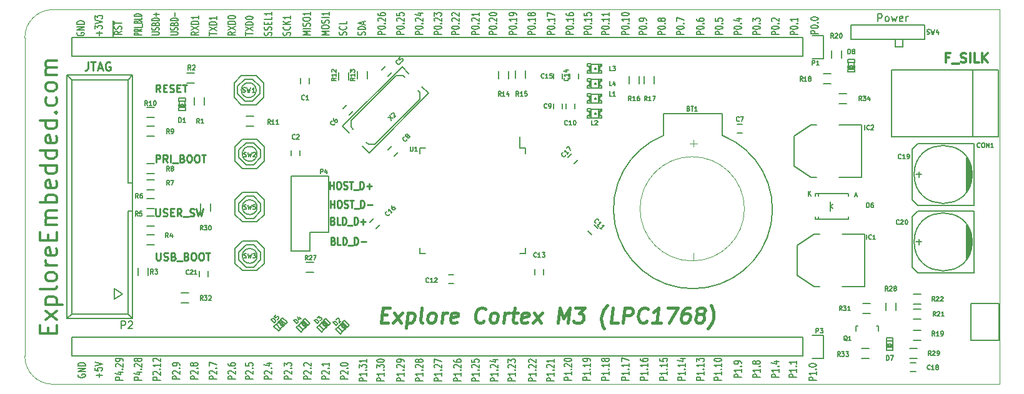
<source format=gto>
G04 #@! TF.FileFunction,Legend,Top*
%FSLAX46Y46*%
G04 Gerber Fmt 4.6, Leading zero omitted, Abs format (unit mm)*
G04 Created by KiCad (PCBNEW 4.0.1-stable) date 9/28/2017 6:23:12 PM*
%MOMM*%
G01*
G04 APERTURE LIST*
%ADD10C,0.150000*%
%ADD11C,0.100000*%
%ADD12C,0.222250*%
%ADD13C,0.300000*%
%ADD14C,0.127000*%
%ADD15C,0.444500*%
%ADD16C,0.285750*%
%ADD17C,0.250000*%
%ADD18C,0.190500*%
%ADD19C,0.158750*%
%ADD20C,0.203200*%
%ADD21C,0.101600*%
%ADD22C,0.088900*%
G04 APERTURE END LIST*
D10*
D11*
X220980000Y-127127000D02*
X220980000Y-120015000D01*
D12*
X130280834Y-105615619D02*
X130280834Y-104599619D01*
X130280834Y-105083429D02*
X130788834Y-105083429D01*
X130788834Y-105615619D02*
X130788834Y-104599619D01*
X131381500Y-104599619D02*
X131550833Y-104599619D01*
X131635500Y-104648000D01*
X131720167Y-104744762D01*
X131762500Y-104938286D01*
X131762500Y-105276952D01*
X131720167Y-105470476D01*
X131635500Y-105567238D01*
X131550833Y-105615619D01*
X131381500Y-105615619D01*
X131296833Y-105567238D01*
X131212167Y-105470476D01*
X131169833Y-105276952D01*
X131169833Y-104938286D01*
X131212167Y-104744762D01*
X131296833Y-104648000D01*
X131381500Y-104599619D01*
X132101166Y-105567238D02*
X132228166Y-105615619D01*
X132439833Y-105615619D01*
X132524500Y-105567238D01*
X132566833Y-105518857D01*
X132609166Y-105422095D01*
X132609166Y-105325333D01*
X132566833Y-105228571D01*
X132524500Y-105180190D01*
X132439833Y-105131810D01*
X132270500Y-105083429D01*
X132185833Y-105035048D01*
X132143500Y-104986667D01*
X132101166Y-104889905D01*
X132101166Y-104793143D01*
X132143500Y-104696381D01*
X132185833Y-104648000D01*
X132270500Y-104599619D01*
X132482166Y-104599619D01*
X132609166Y-104648000D01*
X132863167Y-104599619D02*
X133371167Y-104599619D01*
X133117167Y-105615619D02*
X133117167Y-104599619D01*
X133455833Y-105712381D02*
X134133166Y-105712381D01*
X134344833Y-105615619D02*
X134344833Y-104599619D01*
X134556499Y-104599619D01*
X134683499Y-104648000D01*
X134768166Y-104744762D01*
X134810499Y-104841524D01*
X134852833Y-105035048D01*
X134852833Y-105180190D01*
X134810499Y-105373714D01*
X134768166Y-105470476D01*
X134683499Y-105567238D01*
X134556499Y-105615619D01*
X134344833Y-105615619D01*
X135233833Y-105228571D02*
X135911166Y-105228571D01*
X135572499Y-105615619D02*
X135572499Y-104841524D01*
X130344334Y-108155619D02*
X130344334Y-107139619D01*
X130344334Y-107623429D02*
X130852334Y-107623429D01*
X130852334Y-108155619D02*
X130852334Y-107139619D01*
X131445000Y-107139619D02*
X131614333Y-107139619D01*
X131699000Y-107188000D01*
X131783667Y-107284762D01*
X131826000Y-107478286D01*
X131826000Y-107816952D01*
X131783667Y-108010476D01*
X131699000Y-108107238D01*
X131614333Y-108155619D01*
X131445000Y-108155619D01*
X131360333Y-108107238D01*
X131275667Y-108010476D01*
X131233333Y-107816952D01*
X131233333Y-107478286D01*
X131275667Y-107284762D01*
X131360333Y-107188000D01*
X131445000Y-107139619D01*
X132164666Y-108107238D02*
X132291666Y-108155619D01*
X132503333Y-108155619D01*
X132588000Y-108107238D01*
X132630333Y-108058857D01*
X132672666Y-107962095D01*
X132672666Y-107865333D01*
X132630333Y-107768571D01*
X132588000Y-107720190D01*
X132503333Y-107671810D01*
X132334000Y-107623429D01*
X132249333Y-107575048D01*
X132207000Y-107526667D01*
X132164666Y-107429905D01*
X132164666Y-107333143D01*
X132207000Y-107236381D01*
X132249333Y-107188000D01*
X132334000Y-107139619D01*
X132545666Y-107139619D01*
X132672666Y-107188000D01*
X132926667Y-107139619D02*
X133434667Y-107139619D01*
X133180667Y-108155619D02*
X133180667Y-107139619D01*
X133519333Y-108252381D02*
X134196666Y-108252381D01*
X134408333Y-108155619D02*
X134408333Y-107139619D01*
X134619999Y-107139619D01*
X134746999Y-107188000D01*
X134831666Y-107284762D01*
X134873999Y-107381524D01*
X134916333Y-107575048D01*
X134916333Y-107720190D01*
X134873999Y-107913714D01*
X134831666Y-108010476D01*
X134746999Y-108107238D01*
X134619999Y-108155619D01*
X134408333Y-108155619D01*
X135297333Y-107768571D02*
X135974666Y-107768571D01*
X130640667Y-109909429D02*
X130767667Y-109957810D01*
X130810000Y-110006190D01*
X130852334Y-110102952D01*
X130852334Y-110248095D01*
X130810000Y-110344857D01*
X130767667Y-110393238D01*
X130683000Y-110441619D01*
X130344334Y-110441619D01*
X130344334Y-109425619D01*
X130640667Y-109425619D01*
X130725334Y-109474000D01*
X130767667Y-109522381D01*
X130810000Y-109619143D01*
X130810000Y-109715905D01*
X130767667Y-109812667D01*
X130725334Y-109861048D01*
X130640667Y-109909429D01*
X130344334Y-109909429D01*
X131656667Y-110441619D02*
X131233334Y-110441619D01*
X131233334Y-109425619D01*
X131953001Y-110441619D02*
X131953001Y-109425619D01*
X132164667Y-109425619D01*
X132291667Y-109474000D01*
X132376334Y-109570762D01*
X132418667Y-109667524D01*
X132461001Y-109861048D01*
X132461001Y-110006190D01*
X132418667Y-110199714D01*
X132376334Y-110296476D01*
X132291667Y-110393238D01*
X132164667Y-110441619D01*
X131953001Y-110441619D01*
X132630334Y-110538381D02*
X133307667Y-110538381D01*
X133519334Y-110441619D02*
X133519334Y-109425619D01*
X133731000Y-109425619D01*
X133858000Y-109474000D01*
X133942667Y-109570762D01*
X133985000Y-109667524D01*
X134027334Y-109861048D01*
X134027334Y-110006190D01*
X133985000Y-110199714D01*
X133942667Y-110296476D01*
X133858000Y-110393238D01*
X133731000Y-110441619D01*
X133519334Y-110441619D01*
X134408334Y-110054571D02*
X135085667Y-110054571D01*
X134747000Y-110441619D02*
X134747000Y-109667524D01*
X130704167Y-112639929D02*
X130831167Y-112688310D01*
X130873500Y-112736690D01*
X130915834Y-112833452D01*
X130915834Y-112978595D01*
X130873500Y-113075357D01*
X130831167Y-113123738D01*
X130746500Y-113172119D01*
X130407834Y-113172119D01*
X130407834Y-112156119D01*
X130704167Y-112156119D01*
X130788834Y-112204500D01*
X130831167Y-112252881D01*
X130873500Y-112349643D01*
X130873500Y-112446405D01*
X130831167Y-112543167D01*
X130788834Y-112591548D01*
X130704167Y-112639929D01*
X130407834Y-112639929D01*
X131720167Y-113172119D02*
X131296834Y-113172119D01*
X131296834Y-112156119D01*
X132016501Y-113172119D02*
X132016501Y-112156119D01*
X132228167Y-112156119D01*
X132355167Y-112204500D01*
X132439834Y-112301262D01*
X132482167Y-112398024D01*
X132524501Y-112591548D01*
X132524501Y-112736690D01*
X132482167Y-112930214D01*
X132439834Y-113026976D01*
X132355167Y-113123738D01*
X132228167Y-113172119D01*
X132016501Y-113172119D01*
X132693834Y-113268881D02*
X133371167Y-113268881D01*
X133582834Y-113172119D02*
X133582834Y-112156119D01*
X133794500Y-112156119D01*
X133921500Y-112204500D01*
X134006167Y-112301262D01*
X134048500Y-112398024D01*
X134090834Y-112591548D01*
X134090834Y-112736690D01*
X134048500Y-112930214D01*
X134006167Y-113026976D01*
X133921500Y-113123738D01*
X133794500Y-113172119D01*
X133582834Y-113172119D01*
X134471834Y-112785071D02*
X135149167Y-112785071D01*
D11*
X220980000Y-120015000D02*
X220980000Y-81280000D01*
X220980000Y-132080000D02*
X220980000Y-127127000D01*
D13*
X214176429Y-87793286D02*
X213753096Y-87793286D01*
X213753096Y-88458524D02*
X213753096Y-87188524D01*
X214357858Y-87188524D01*
X214539286Y-88579476D02*
X215506905Y-88579476D01*
X215748810Y-88398048D02*
X215930238Y-88458524D01*
X216232619Y-88458524D01*
X216353572Y-88398048D01*
X216414048Y-88337571D01*
X216474524Y-88216619D01*
X216474524Y-88095667D01*
X216414048Y-87974714D01*
X216353572Y-87914238D01*
X216232619Y-87853762D01*
X215990715Y-87793286D01*
X215869762Y-87732810D01*
X215809286Y-87672333D01*
X215748810Y-87551381D01*
X215748810Y-87430429D01*
X215809286Y-87309476D01*
X215869762Y-87249000D01*
X215990715Y-87188524D01*
X216293095Y-87188524D01*
X216474524Y-87249000D01*
X217018810Y-88458524D02*
X217018810Y-87188524D01*
X218228334Y-88458524D02*
X217623572Y-88458524D01*
X217623572Y-87188524D01*
X218651667Y-88458524D02*
X218651667Y-87188524D01*
X219377381Y-88458524D02*
X218833096Y-87732810D01*
X219377381Y-87188524D02*
X218651667Y-87914238D01*
D11*
X92710000Y-81280000D02*
X218440000Y-81280000D01*
X92710000Y-132080000D02*
X220980000Y-132080000D01*
X88900000Y-85090000D02*
X88900000Y-128270000D01*
X88900000Y-128270000D02*
G75*
G03X92710000Y-132080000I3810000J0D01*
G01*
X92710000Y-81280000D02*
G75*
G03X88900000Y-85090000I0J-3810000D01*
G01*
D14*
X104726619Y-84727143D02*
X103710619Y-84727143D01*
X103710619Y-84533619D01*
X103759000Y-84485238D01*
X103807381Y-84461047D01*
X103904143Y-84436857D01*
X104049286Y-84436857D01*
X104146048Y-84461047D01*
X104194429Y-84485238D01*
X104242810Y-84533619D01*
X104242810Y-84727143D01*
X104726619Y-83928857D02*
X104242810Y-84098190D01*
X104726619Y-84219143D02*
X103710619Y-84219143D01*
X103710619Y-84025619D01*
X103759000Y-83977238D01*
X103807381Y-83953047D01*
X103904143Y-83928857D01*
X104049286Y-83928857D01*
X104146048Y-83953047D01*
X104194429Y-83977238D01*
X104242810Y-84025619D01*
X104242810Y-84219143D01*
X104726619Y-83711143D02*
X103710619Y-83711143D01*
X104823381Y-83590190D02*
X104823381Y-83203142D01*
X104194429Y-82912856D02*
X104242810Y-82840285D01*
X104291190Y-82816094D01*
X104387952Y-82791904D01*
X104533095Y-82791904D01*
X104629857Y-82816094D01*
X104678238Y-82840285D01*
X104726619Y-82888666D01*
X104726619Y-83082190D01*
X103710619Y-83082190D01*
X103710619Y-82912856D01*
X103759000Y-82864475D01*
X103807381Y-82840285D01*
X103904143Y-82816094D01*
X104000905Y-82816094D01*
X104097667Y-82840285D01*
X104146048Y-82864475D01*
X104194429Y-82912856D01*
X104194429Y-83082190D01*
X104726619Y-82332285D02*
X104726619Y-82574190D01*
X103710619Y-82574190D01*
X104726619Y-82162952D02*
X103710619Y-82162952D01*
X103710619Y-82041999D01*
X103759000Y-81969428D01*
X103855762Y-81921047D01*
X103952524Y-81896856D01*
X104146048Y-81872666D01*
X104291190Y-81872666D01*
X104484714Y-81896856D01*
X104581476Y-81921047D01*
X104678238Y-81969428D01*
X104726619Y-82041999D01*
X104726619Y-82162952D01*
D13*
X92038714Y-125185716D02*
X92038714Y-124423716D01*
X93236143Y-124097145D02*
X93236143Y-125185716D01*
X90950143Y-125185716D01*
X90950143Y-124097145D01*
X93236143Y-123335145D02*
X91712143Y-122137716D01*
X91712143Y-123335145D02*
X93236143Y-122137716D01*
X91712143Y-121266859D02*
X93998143Y-121266859D01*
X91821000Y-121266859D02*
X91712143Y-121049145D01*
X91712143Y-120613716D01*
X91821000Y-120396002D01*
X91929857Y-120287145D01*
X92147571Y-120178288D01*
X92800714Y-120178288D01*
X93018429Y-120287145D01*
X93127286Y-120396002D01*
X93236143Y-120613716D01*
X93236143Y-121049145D01*
X93127286Y-121266859D01*
X93236143Y-118872002D02*
X93127286Y-119089716D01*
X92909571Y-119198573D01*
X90950143Y-119198573D01*
X93236143Y-117674573D02*
X93127286Y-117892287D01*
X93018429Y-118001144D01*
X92800714Y-118110001D01*
X92147571Y-118110001D01*
X91929857Y-118001144D01*
X91821000Y-117892287D01*
X91712143Y-117674573D01*
X91712143Y-117348001D01*
X91821000Y-117130287D01*
X91929857Y-117021430D01*
X92147571Y-116912573D01*
X92800714Y-116912573D01*
X93018429Y-117021430D01*
X93127286Y-117130287D01*
X93236143Y-117348001D01*
X93236143Y-117674573D01*
X93236143Y-115932858D02*
X91712143Y-115932858D01*
X92147571Y-115932858D02*
X91929857Y-115824001D01*
X91821000Y-115715144D01*
X91712143Y-115497430D01*
X91712143Y-115279715D01*
X93127286Y-113646858D02*
X93236143Y-113864572D01*
X93236143Y-114300001D01*
X93127286Y-114517715D01*
X92909571Y-114626572D01*
X92038714Y-114626572D01*
X91821000Y-114517715D01*
X91712143Y-114300001D01*
X91712143Y-113864572D01*
X91821000Y-113646858D01*
X92038714Y-113538001D01*
X92256429Y-113538001D01*
X92474143Y-114626572D01*
X92038714Y-112558286D02*
X92038714Y-111796286D01*
X93236143Y-111469715D02*
X93236143Y-112558286D01*
X90950143Y-112558286D01*
X90950143Y-111469715D01*
X93236143Y-110490000D02*
X91712143Y-110490000D01*
X91929857Y-110490000D02*
X91821000Y-110381143D01*
X91712143Y-110163429D01*
X91712143Y-109836857D01*
X91821000Y-109619143D01*
X92038714Y-109510286D01*
X93236143Y-109510286D01*
X92038714Y-109510286D02*
X91821000Y-109401429D01*
X91712143Y-109183715D01*
X91712143Y-108857143D01*
X91821000Y-108639429D01*
X92038714Y-108530572D01*
X93236143Y-108530572D01*
X93236143Y-107442000D02*
X90950143Y-107442000D01*
X91821000Y-107442000D02*
X91712143Y-107224286D01*
X91712143Y-106788857D01*
X91821000Y-106571143D01*
X91929857Y-106462286D01*
X92147571Y-106353429D01*
X92800714Y-106353429D01*
X93018429Y-106462286D01*
X93127286Y-106571143D01*
X93236143Y-106788857D01*
X93236143Y-107224286D01*
X93127286Y-107442000D01*
X93127286Y-104502857D02*
X93236143Y-104720571D01*
X93236143Y-105156000D01*
X93127286Y-105373714D01*
X92909571Y-105482571D01*
X92038714Y-105482571D01*
X91821000Y-105373714D01*
X91712143Y-105156000D01*
X91712143Y-104720571D01*
X91821000Y-104502857D01*
X92038714Y-104394000D01*
X92256429Y-104394000D01*
X92474143Y-105482571D01*
X93236143Y-102434571D02*
X90950143Y-102434571D01*
X93127286Y-102434571D02*
X93236143Y-102652285D01*
X93236143Y-103087714D01*
X93127286Y-103305428D01*
X93018429Y-103414285D01*
X92800714Y-103523142D01*
X92147571Y-103523142D01*
X91929857Y-103414285D01*
X91821000Y-103305428D01*
X91712143Y-103087714D01*
X91712143Y-102652285D01*
X91821000Y-102434571D01*
X93236143Y-100366285D02*
X90950143Y-100366285D01*
X93127286Y-100366285D02*
X93236143Y-100583999D01*
X93236143Y-101019428D01*
X93127286Y-101237142D01*
X93018429Y-101345999D01*
X92800714Y-101454856D01*
X92147571Y-101454856D01*
X91929857Y-101345999D01*
X91821000Y-101237142D01*
X91712143Y-101019428D01*
X91712143Y-100583999D01*
X91821000Y-100366285D01*
X93127286Y-98406856D02*
X93236143Y-98624570D01*
X93236143Y-99059999D01*
X93127286Y-99277713D01*
X92909571Y-99386570D01*
X92038714Y-99386570D01*
X91821000Y-99277713D01*
X91712143Y-99059999D01*
X91712143Y-98624570D01*
X91821000Y-98406856D01*
X92038714Y-98297999D01*
X92256429Y-98297999D01*
X92474143Y-99386570D01*
X93236143Y-96338570D02*
X90950143Y-96338570D01*
X93127286Y-96338570D02*
X93236143Y-96556284D01*
X93236143Y-96991713D01*
X93127286Y-97209427D01*
X93018429Y-97318284D01*
X92800714Y-97427141D01*
X92147571Y-97427141D01*
X91929857Y-97318284D01*
X91821000Y-97209427D01*
X91712143Y-96991713D01*
X91712143Y-96556284D01*
X91821000Y-96338570D01*
X93018429Y-95249998D02*
X93127286Y-95141141D01*
X93236143Y-95249998D01*
X93127286Y-95358855D01*
X93018429Y-95249998D01*
X93236143Y-95249998D01*
X93127286Y-93181713D02*
X93236143Y-93399427D01*
X93236143Y-93834856D01*
X93127286Y-94052570D01*
X93018429Y-94161427D01*
X92800714Y-94270284D01*
X92147571Y-94270284D01*
X91929857Y-94161427D01*
X91821000Y-94052570D01*
X91712143Y-93834856D01*
X91712143Y-93399427D01*
X91821000Y-93181713D01*
X93236143Y-91875427D02*
X93127286Y-92093141D01*
X93018429Y-92201998D01*
X92800714Y-92310855D01*
X92147571Y-92310855D01*
X91929857Y-92201998D01*
X91821000Y-92093141D01*
X91712143Y-91875427D01*
X91712143Y-91548855D01*
X91821000Y-91331141D01*
X91929857Y-91222284D01*
X92147571Y-91113427D01*
X92800714Y-91113427D01*
X93018429Y-91222284D01*
X93127286Y-91331141D01*
X93236143Y-91548855D01*
X93236143Y-91875427D01*
X93236143Y-90133712D02*
X91712143Y-90133712D01*
X91929857Y-90133712D02*
X91821000Y-90024855D01*
X91712143Y-89807141D01*
X91712143Y-89480569D01*
X91821000Y-89262855D01*
X92038714Y-89153998D01*
X93236143Y-89153998D01*
X92038714Y-89153998D02*
X91821000Y-89045141D01*
X91712143Y-88827427D01*
X91712143Y-88500855D01*
X91821000Y-88283141D01*
X92038714Y-88174284D01*
X93236143Y-88174284D01*
D15*
X137287002Y-122663857D02*
X137964335Y-122663857D01*
X138121573Y-123728238D02*
X137153954Y-123728238D01*
X137407954Y-121696238D01*
X138375573Y-121696238D01*
X138798906Y-123728238D02*
X140032621Y-122373571D01*
X138968240Y-122373571D02*
X139863287Y-123728238D01*
X140806716Y-122373571D02*
X140552716Y-124405571D01*
X140794620Y-122470333D02*
X141000239Y-122373571D01*
X141387287Y-122373571D01*
X141568715Y-122470333D01*
X141653382Y-122567095D01*
X141725954Y-122760619D01*
X141653382Y-123341190D01*
X141532430Y-123534714D01*
X141423573Y-123631476D01*
X141217953Y-123728238D01*
X140830905Y-123728238D01*
X140649478Y-123631476D01*
X142766143Y-123728238D02*
X142584715Y-123631476D01*
X142512144Y-123437952D01*
X142729858Y-121696238D01*
X143830524Y-123728238D02*
X143649096Y-123631476D01*
X143564430Y-123534714D01*
X143491858Y-123341190D01*
X143564430Y-122760619D01*
X143685382Y-122567095D01*
X143794238Y-122470333D01*
X143999858Y-122373571D01*
X144290144Y-122373571D01*
X144471572Y-122470333D01*
X144556239Y-122567095D01*
X144628811Y-122760619D01*
X144556239Y-123341190D01*
X144435287Y-123534714D01*
X144326430Y-123631476D01*
X144120810Y-123728238D01*
X143830524Y-123728238D01*
X145378715Y-123728238D02*
X145548049Y-122373571D01*
X145499668Y-122760619D02*
X145620619Y-122567095D01*
X145729476Y-122470333D01*
X145935096Y-122373571D01*
X146128620Y-122373571D01*
X147422811Y-123631476D02*
X147217191Y-123728238D01*
X146830143Y-123728238D01*
X146648716Y-123631476D01*
X146576144Y-123437952D01*
X146672906Y-122663857D01*
X146793858Y-122470333D01*
X146999477Y-122373571D01*
X147386525Y-122373571D01*
X147567953Y-122470333D01*
X147640525Y-122663857D01*
X147616334Y-122857381D01*
X146624525Y-123050905D01*
X151111857Y-123534714D02*
X151003000Y-123631476D01*
X150700619Y-123728238D01*
X150507095Y-123728238D01*
X150228905Y-123631476D01*
X150059571Y-123437952D01*
X149987000Y-123244429D01*
X149938619Y-122857381D01*
X149974905Y-122567095D01*
X150120048Y-122180048D01*
X150241000Y-121986524D01*
X150458714Y-121793000D01*
X150761095Y-121696238D01*
X150954619Y-121696238D01*
X151232809Y-121793000D01*
X151317476Y-121889762D01*
X152248809Y-123728238D02*
X152067381Y-123631476D01*
X151982715Y-123534714D01*
X151910143Y-123341190D01*
X151982715Y-122760619D01*
X152103667Y-122567095D01*
X152212523Y-122470333D01*
X152418143Y-122373571D01*
X152708429Y-122373571D01*
X152889857Y-122470333D01*
X152974524Y-122567095D01*
X153047096Y-122760619D01*
X152974524Y-123341190D01*
X152853572Y-123534714D01*
X152744715Y-123631476D01*
X152539095Y-123728238D01*
X152248809Y-123728238D01*
X153797000Y-123728238D02*
X153966334Y-122373571D01*
X153917953Y-122760619D02*
X154038904Y-122567095D01*
X154147761Y-122470333D01*
X154353381Y-122373571D01*
X154546905Y-122373571D01*
X154933953Y-122373571D02*
X155708048Y-122373571D01*
X155308905Y-121696238D02*
X155091191Y-123437952D01*
X155163762Y-123631476D01*
X155345190Y-123728238D01*
X155538714Y-123728238D01*
X157002239Y-123631476D02*
X156796619Y-123728238D01*
X156409571Y-123728238D01*
X156228144Y-123631476D01*
X156155572Y-123437952D01*
X156252334Y-122663857D01*
X156373286Y-122470333D01*
X156578905Y-122373571D01*
X156965953Y-122373571D01*
X157147381Y-122470333D01*
X157219953Y-122663857D01*
X157195762Y-122857381D01*
X156203953Y-123050905D01*
X157764238Y-123728238D02*
X158997953Y-122373571D01*
X157933572Y-122373571D02*
X158828619Y-123728238D01*
X161150904Y-123728238D02*
X161404904Y-121696238D01*
X161900809Y-123147667D01*
X162759570Y-121696238D01*
X162505570Y-123728238D01*
X163533666Y-121696238D02*
X164791570Y-121696238D01*
X164017475Y-122470333D01*
X164307761Y-122470333D01*
X164489190Y-122567095D01*
X164573857Y-122663857D01*
X164646427Y-122857381D01*
X164585951Y-123341190D01*
X164465000Y-123534714D01*
X164356143Y-123631476D01*
X164150523Y-123728238D01*
X163569951Y-123728238D01*
X163388524Y-123631476D01*
X163303857Y-123534714D01*
X167440427Y-124502333D02*
X167355761Y-124405571D01*
X167198522Y-124115286D01*
X167125951Y-123921762D01*
X167065475Y-123631476D01*
X167029190Y-123147667D01*
X167077571Y-122760619D01*
X167234808Y-122276810D01*
X167367856Y-121986524D01*
X167488808Y-121793000D01*
X167718618Y-121502714D01*
X167827475Y-121405952D01*
X169278904Y-123728238D02*
X168311285Y-123728238D01*
X168565285Y-121696238D01*
X169956237Y-123728238D02*
X170210237Y-121696238D01*
X170984332Y-121696238D01*
X171165761Y-121793000D01*
X171250427Y-121889762D01*
X171322998Y-122083286D01*
X171286713Y-122373571D01*
X171165760Y-122567095D01*
X171056904Y-122663857D01*
X170851285Y-122760619D01*
X170077190Y-122760619D01*
X173173570Y-123534714D02*
X173064713Y-123631476D01*
X172762332Y-123728238D01*
X172568808Y-123728238D01*
X172290618Y-123631476D01*
X172121284Y-123437952D01*
X172048713Y-123244429D01*
X172000332Y-122857381D01*
X172036618Y-122567095D01*
X172181761Y-122180048D01*
X172302713Y-121986524D01*
X172520427Y-121793000D01*
X172822808Y-121696238D01*
X173016332Y-121696238D01*
X173294522Y-121793000D01*
X173379189Y-121889762D01*
X175084617Y-123728238D02*
X173923475Y-123728238D01*
X174504046Y-123728238D02*
X174758046Y-121696238D01*
X174528237Y-121986524D01*
X174310522Y-122180048D01*
X174104904Y-122276810D01*
X176015951Y-121696238D02*
X177370617Y-121696238D01*
X176245760Y-123728238D01*
X179015570Y-121696238D02*
X178628522Y-121696238D01*
X178422903Y-121793000D01*
X178314046Y-121889762D01*
X178084237Y-122180048D01*
X177939094Y-122567095D01*
X177842332Y-123341190D01*
X177914904Y-123534714D01*
X177999570Y-123631476D01*
X178180998Y-123728238D01*
X178568046Y-123728238D01*
X178773666Y-123631476D01*
X178882523Y-123534714D01*
X179003474Y-123341190D01*
X179063950Y-122857381D01*
X178991380Y-122663857D01*
X178906713Y-122567095D01*
X178725284Y-122470333D01*
X178338236Y-122470333D01*
X178132617Y-122567095D01*
X178023761Y-122663857D01*
X177902808Y-122857381D01*
X180261379Y-122567095D02*
X180079950Y-122470333D01*
X179995285Y-122373571D01*
X179922713Y-122180048D01*
X179934808Y-122083286D01*
X180055761Y-121889762D01*
X180164617Y-121793000D01*
X180370236Y-121696238D01*
X180757284Y-121696238D01*
X180938713Y-121793000D01*
X181023380Y-121889762D01*
X181095950Y-122083286D01*
X181083855Y-122180048D01*
X180962904Y-122373571D01*
X180854046Y-122470333D01*
X180648427Y-122567095D01*
X180261379Y-122567095D01*
X180055760Y-122663857D01*
X179946904Y-122760619D01*
X179825951Y-122954143D01*
X179777570Y-123341190D01*
X179850142Y-123534714D01*
X179934808Y-123631476D01*
X180116236Y-123728238D01*
X180503284Y-123728238D01*
X180708904Y-123631476D01*
X180817761Y-123534714D01*
X180938712Y-123341190D01*
X180987093Y-122954143D01*
X180914523Y-122760619D01*
X180829856Y-122663857D01*
X180648427Y-122567095D01*
X181470903Y-124502333D02*
X181579761Y-124405571D01*
X181809569Y-124115286D01*
X181930522Y-123921762D01*
X182063570Y-123631476D01*
X182220808Y-123147667D01*
X182269189Y-122760619D01*
X182232903Y-122276810D01*
X182172427Y-121986524D01*
X182099855Y-121793000D01*
X181942618Y-121502714D01*
X181857951Y-121405952D01*
D16*
X97472500Y-88401071D02*
X97472500Y-89217500D01*
X97418072Y-89380786D01*
X97309215Y-89489643D01*
X97145929Y-89544071D01*
X97037072Y-89544071D01*
X97853500Y-88401071D02*
X98506643Y-88401071D01*
X98180072Y-89544071D02*
X98180072Y-88401071D01*
X98833214Y-89217500D02*
X99377500Y-89217500D01*
X98724357Y-89544071D02*
X99105357Y-88401071D01*
X99486357Y-89544071D01*
X100466071Y-88455500D02*
X100357214Y-88401071D01*
X100193928Y-88401071D01*
X100030643Y-88455500D01*
X99921785Y-88564357D01*
X99867357Y-88673214D01*
X99812928Y-88890929D01*
X99812928Y-89054214D01*
X99867357Y-89271929D01*
X99921785Y-89380786D01*
X100030643Y-89489643D01*
X100193928Y-89544071D01*
X100302785Y-89544071D01*
X100466071Y-89489643D01*
X100520500Y-89435214D01*
X100520500Y-89054214D01*
X100302785Y-89054214D01*
D17*
X106648643Y-108291381D02*
X106648643Y-109100905D01*
X106696262Y-109196143D01*
X106743881Y-109243762D01*
X106839119Y-109291381D01*
X107029596Y-109291381D01*
X107124834Y-109243762D01*
X107172453Y-109196143D01*
X107220072Y-109100905D01*
X107220072Y-108291381D01*
X107648643Y-109243762D02*
X107791500Y-109291381D01*
X108029596Y-109291381D01*
X108124834Y-109243762D01*
X108172453Y-109196143D01*
X108220072Y-109100905D01*
X108220072Y-109005667D01*
X108172453Y-108910429D01*
X108124834Y-108862810D01*
X108029596Y-108815190D01*
X107839119Y-108767571D01*
X107743881Y-108719952D01*
X107696262Y-108672333D01*
X107648643Y-108577095D01*
X107648643Y-108481857D01*
X107696262Y-108386619D01*
X107743881Y-108339000D01*
X107839119Y-108291381D01*
X108077215Y-108291381D01*
X108220072Y-108339000D01*
X108648643Y-108767571D02*
X108981977Y-108767571D01*
X109124834Y-109291381D02*
X108648643Y-109291381D01*
X108648643Y-108291381D01*
X109124834Y-108291381D01*
X110124834Y-109291381D02*
X109791500Y-108815190D01*
X109553405Y-109291381D02*
X109553405Y-108291381D01*
X109934358Y-108291381D01*
X110029596Y-108339000D01*
X110077215Y-108386619D01*
X110124834Y-108481857D01*
X110124834Y-108624714D01*
X110077215Y-108719952D01*
X110029596Y-108767571D01*
X109934358Y-108815190D01*
X109553405Y-108815190D01*
X110315310Y-109386619D02*
X111077215Y-109386619D01*
X111267691Y-109243762D02*
X111410548Y-109291381D01*
X111648644Y-109291381D01*
X111743882Y-109243762D01*
X111791501Y-109196143D01*
X111839120Y-109100905D01*
X111839120Y-109005667D01*
X111791501Y-108910429D01*
X111743882Y-108862810D01*
X111648644Y-108815190D01*
X111458167Y-108767571D01*
X111362929Y-108719952D01*
X111315310Y-108672333D01*
X111267691Y-108577095D01*
X111267691Y-108481857D01*
X111315310Y-108386619D01*
X111362929Y-108339000D01*
X111458167Y-108291381D01*
X111696263Y-108291381D01*
X111839120Y-108339000D01*
X112172453Y-108291381D02*
X112410548Y-109291381D01*
X112601025Y-108577095D01*
X112791501Y-109291381D01*
X113029596Y-108291381D01*
X106728071Y-114260381D02*
X106728071Y-115069905D01*
X106775690Y-115165143D01*
X106823309Y-115212762D01*
X106918547Y-115260381D01*
X107109024Y-115260381D01*
X107204262Y-115212762D01*
X107251881Y-115165143D01*
X107299500Y-115069905D01*
X107299500Y-114260381D01*
X107728071Y-115212762D02*
X107870928Y-115260381D01*
X108109024Y-115260381D01*
X108204262Y-115212762D01*
X108251881Y-115165143D01*
X108299500Y-115069905D01*
X108299500Y-114974667D01*
X108251881Y-114879429D01*
X108204262Y-114831810D01*
X108109024Y-114784190D01*
X107918547Y-114736571D01*
X107823309Y-114688952D01*
X107775690Y-114641333D01*
X107728071Y-114546095D01*
X107728071Y-114450857D01*
X107775690Y-114355619D01*
X107823309Y-114308000D01*
X107918547Y-114260381D01*
X108156643Y-114260381D01*
X108299500Y-114308000D01*
X109061405Y-114736571D02*
X109204262Y-114784190D01*
X109251881Y-114831810D01*
X109299500Y-114927048D01*
X109299500Y-115069905D01*
X109251881Y-115165143D01*
X109204262Y-115212762D01*
X109109024Y-115260381D01*
X108728071Y-115260381D01*
X108728071Y-114260381D01*
X109061405Y-114260381D01*
X109156643Y-114308000D01*
X109204262Y-114355619D01*
X109251881Y-114450857D01*
X109251881Y-114546095D01*
X109204262Y-114641333D01*
X109156643Y-114688952D01*
X109061405Y-114736571D01*
X108728071Y-114736571D01*
X109489976Y-115355619D02*
X110251881Y-115355619D01*
X110823310Y-114736571D02*
X110966167Y-114784190D01*
X111013786Y-114831810D01*
X111061405Y-114927048D01*
X111061405Y-115069905D01*
X111013786Y-115165143D01*
X110966167Y-115212762D01*
X110870929Y-115260381D01*
X110489976Y-115260381D01*
X110489976Y-114260381D01*
X110823310Y-114260381D01*
X110918548Y-114308000D01*
X110966167Y-114355619D01*
X111013786Y-114450857D01*
X111013786Y-114546095D01*
X110966167Y-114641333D01*
X110918548Y-114688952D01*
X110823310Y-114736571D01*
X110489976Y-114736571D01*
X111680452Y-114260381D02*
X111870929Y-114260381D01*
X111966167Y-114308000D01*
X112061405Y-114403238D01*
X112109024Y-114593714D01*
X112109024Y-114927048D01*
X112061405Y-115117524D01*
X111966167Y-115212762D01*
X111870929Y-115260381D01*
X111680452Y-115260381D01*
X111585214Y-115212762D01*
X111489976Y-115117524D01*
X111442357Y-114927048D01*
X111442357Y-114593714D01*
X111489976Y-114403238D01*
X111585214Y-114308000D01*
X111680452Y-114260381D01*
X112728071Y-114260381D02*
X112918548Y-114260381D01*
X113013786Y-114308000D01*
X113109024Y-114403238D01*
X113156643Y-114593714D01*
X113156643Y-114927048D01*
X113109024Y-115117524D01*
X113013786Y-115212762D01*
X112918548Y-115260381D01*
X112728071Y-115260381D01*
X112632833Y-115212762D01*
X112537595Y-115117524D01*
X112489976Y-114927048D01*
X112489976Y-114593714D01*
X112537595Y-114403238D01*
X112632833Y-114308000D01*
X112728071Y-114260381D01*
X113442357Y-114260381D02*
X114013786Y-114260381D01*
X113728071Y-115260381D02*
X113728071Y-114260381D01*
X106672476Y-101988881D02*
X106672476Y-100988881D01*
X107053429Y-100988881D01*
X107148667Y-101036500D01*
X107196286Y-101084119D01*
X107243905Y-101179357D01*
X107243905Y-101322214D01*
X107196286Y-101417452D01*
X107148667Y-101465071D01*
X107053429Y-101512690D01*
X106672476Y-101512690D01*
X108243905Y-101988881D02*
X107910571Y-101512690D01*
X107672476Y-101988881D02*
X107672476Y-100988881D01*
X108053429Y-100988881D01*
X108148667Y-101036500D01*
X108196286Y-101084119D01*
X108243905Y-101179357D01*
X108243905Y-101322214D01*
X108196286Y-101417452D01*
X108148667Y-101465071D01*
X108053429Y-101512690D01*
X107672476Y-101512690D01*
X108672476Y-101988881D02*
X108672476Y-100988881D01*
X108910571Y-102084119D02*
X109672476Y-102084119D01*
X110243905Y-101465071D02*
X110386762Y-101512690D01*
X110434381Y-101560310D01*
X110482000Y-101655548D01*
X110482000Y-101798405D01*
X110434381Y-101893643D01*
X110386762Y-101941262D01*
X110291524Y-101988881D01*
X109910571Y-101988881D01*
X109910571Y-100988881D01*
X110243905Y-100988881D01*
X110339143Y-101036500D01*
X110386762Y-101084119D01*
X110434381Y-101179357D01*
X110434381Y-101274595D01*
X110386762Y-101369833D01*
X110339143Y-101417452D01*
X110243905Y-101465071D01*
X109910571Y-101465071D01*
X111101047Y-100988881D02*
X111291524Y-100988881D01*
X111386762Y-101036500D01*
X111482000Y-101131738D01*
X111529619Y-101322214D01*
X111529619Y-101655548D01*
X111482000Y-101846024D01*
X111386762Y-101941262D01*
X111291524Y-101988881D01*
X111101047Y-101988881D01*
X111005809Y-101941262D01*
X110910571Y-101846024D01*
X110862952Y-101655548D01*
X110862952Y-101322214D01*
X110910571Y-101131738D01*
X111005809Y-101036500D01*
X111101047Y-100988881D01*
X112148666Y-100988881D02*
X112339143Y-100988881D01*
X112434381Y-101036500D01*
X112529619Y-101131738D01*
X112577238Y-101322214D01*
X112577238Y-101655548D01*
X112529619Y-101846024D01*
X112434381Y-101941262D01*
X112339143Y-101988881D01*
X112148666Y-101988881D01*
X112053428Y-101941262D01*
X111958190Y-101846024D01*
X111910571Y-101655548D01*
X111910571Y-101322214D01*
X111958190Y-101131738D01*
X112053428Y-101036500D01*
X112148666Y-100988881D01*
X112862952Y-100988881D02*
X113434381Y-100988881D01*
X113148666Y-101988881D02*
X113148666Y-100988881D01*
X107259619Y-92463881D02*
X106926285Y-91987690D01*
X106688190Y-92463881D02*
X106688190Y-91463881D01*
X107069143Y-91463881D01*
X107164381Y-91511500D01*
X107212000Y-91559119D01*
X107259619Y-91654357D01*
X107259619Y-91797214D01*
X107212000Y-91892452D01*
X107164381Y-91940071D01*
X107069143Y-91987690D01*
X106688190Y-91987690D01*
X107688190Y-91940071D02*
X108021524Y-91940071D01*
X108164381Y-92463881D02*
X107688190Y-92463881D01*
X107688190Y-91463881D01*
X108164381Y-91463881D01*
X108545333Y-92416262D02*
X108688190Y-92463881D01*
X108926286Y-92463881D01*
X109021524Y-92416262D01*
X109069143Y-92368643D01*
X109116762Y-92273405D01*
X109116762Y-92178167D01*
X109069143Y-92082929D01*
X109021524Y-92035310D01*
X108926286Y-91987690D01*
X108735809Y-91940071D01*
X108640571Y-91892452D01*
X108592952Y-91844833D01*
X108545333Y-91749595D01*
X108545333Y-91654357D01*
X108592952Y-91559119D01*
X108640571Y-91511500D01*
X108735809Y-91463881D01*
X108973905Y-91463881D01*
X109116762Y-91511500D01*
X109545333Y-91940071D02*
X109878667Y-91940071D01*
X110021524Y-92463881D02*
X109545333Y-92463881D01*
X109545333Y-91463881D01*
X110021524Y-91463881D01*
X110307238Y-91463881D02*
X110878667Y-91463881D01*
X110592952Y-92463881D02*
X110592952Y-91463881D01*
D18*
X99005571Y-84781571D02*
X99005571Y-84201000D01*
X99392619Y-84491286D02*
X98618524Y-84491286D01*
X98376619Y-83910714D02*
X98376619Y-83439000D01*
X98763667Y-83693000D01*
X98763667Y-83584142D01*
X98812048Y-83511571D01*
X98860429Y-83475285D01*
X98957190Y-83439000D01*
X99199095Y-83439000D01*
X99295857Y-83475285D01*
X99344238Y-83511571D01*
X99392619Y-83584142D01*
X99392619Y-83801857D01*
X99344238Y-83874428D01*
X99295857Y-83910714D01*
X98376619Y-83221286D02*
X99392619Y-82967286D01*
X98376619Y-82713286D01*
X98376619Y-82531857D02*
X98376619Y-82060143D01*
X98763667Y-82314143D01*
X98763667Y-82205285D01*
X98812048Y-82132714D01*
X98860429Y-82096428D01*
X98957190Y-82060143D01*
X99199095Y-82060143D01*
X99295857Y-82096428D01*
X99344238Y-82132714D01*
X99392619Y-82205285D01*
X99392619Y-82423000D01*
X99344238Y-82495571D01*
X99295857Y-82531857D01*
D19*
X106123619Y-84696905D02*
X106946095Y-84696905D01*
X107042857Y-84666666D01*
X107091238Y-84636428D01*
X107139619Y-84575952D01*
X107139619Y-84455000D01*
X107091238Y-84394524D01*
X107042857Y-84364285D01*
X106946095Y-84334047D01*
X106123619Y-84334047D01*
X107091238Y-84061905D02*
X107139619Y-83971190D01*
X107139619Y-83820000D01*
X107091238Y-83759524D01*
X107042857Y-83729286D01*
X106946095Y-83699047D01*
X106849333Y-83699047D01*
X106752571Y-83729286D01*
X106704190Y-83759524D01*
X106655810Y-83820000D01*
X106607429Y-83940952D01*
X106559048Y-84001428D01*
X106510667Y-84031667D01*
X106413905Y-84061905D01*
X106317143Y-84061905D01*
X106220381Y-84031667D01*
X106172000Y-84001428D01*
X106123619Y-83940952D01*
X106123619Y-83789762D01*
X106172000Y-83699047D01*
X106607429Y-83215238D02*
X106655810Y-83124524D01*
X106704190Y-83094285D01*
X106800952Y-83064047D01*
X106946095Y-83064047D01*
X107042857Y-83094285D01*
X107091238Y-83124524D01*
X107139619Y-83185000D01*
X107139619Y-83426905D01*
X106123619Y-83426905D01*
X106123619Y-83215238D01*
X106172000Y-83154762D01*
X106220381Y-83124524D01*
X106317143Y-83094285D01*
X106413905Y-83094285D01*
X106510667Y-83124524D01*
X106559048Y-83154762D01*
X106607429Y-83215238D01*
X106607429Y-83426905D01*
X107139619Y-82791905D02*
X106123619Y-82791905D01*
X106123619Y-82640714D01*
X106172000Y-82550000D01*
X106268762Y-82489524D01*
X106365524Y-82459285D01*
X106559048Y-82429047D01*
X106704190Y-82429047D01*
X106897714Y-82459285D01*
X106994476Y-82489524D01*
X107091238Y-82550000D01*
X107139619Y-82640714D01*
X107139619Y-82791905D01*
X106752571Y-82156905D02*
X106752571Y-81673095D01*
X107139619Y-81915000D02*
X106365524Y-81915000D01*
X108663619Y-84696905D02*
X109486095Y-84696905D01*
X109582857Y-84666666D01*
X109631238Y-84636428D01*
X109679619Y-84575952D01*
X109679619Y-84455000D01*
X109631238Y-84394524D01*
X109582857Y-84364285D01*
X109486095Y-84334047D01*
X108663619Y-84334047D01*
X109631238Y-84061905D02*
X109679619Y-83971190D01*
X109679619Y-83820000D01*
X109631238Y-83759524D01*
X109582857Y-83729286D01*
X109486095Y-83699047D01*
X109389333Y-83699047D01*
X109292571Y-83729286D01*
X109244190Y-83759524D01*
X109195810Y-83820000D01*
X109147429Y-83940952D01*
X109099048Y-84001428D01*
X109050667Y-84031667D01*
X108953905Y-84061905D01*
X108857143Y-84061905D01*
X108760381Y-84031667D01*
X108712000Y-84001428D01*
X108663619Y-83940952D01*
X108663619Y-83789762D01*
X108712000Y-83699047D01*
X109147429Y-83215238D02*
X109195810Y-83124524D01*
X109244190Y-83094285D01*
X109340952Y-83064047D01*
X109486095Y-83064047D01*
X109582857Y-83094285D01*
X109631238Y-83124524D01*
X109679619Y-83185000D01*
X109679619Y-83426905D01*
X108663619Y-83426905D01*
X108663619Y-83215238D01*
X108712000Y-83154762D01*
X108760381Y-83124524D01*
X108857143Y-83094285D01*
X108953905Y-83094285D01*
X109050667Y-83124524D01*
X109099048Y-83154762D01*
X109147429Y-83215238D01*
X109147429Y-83426905D01*
X109679619Y-82791905D02*
X108663619Y-82791905D01*
X108663619Y-82640714D01*
X108712000Y-82550000D01*
X108808762Y-82489524D01*
X108905524Y-82459285D01*
X109099048Y-82429047D01*
X109244190Y-82429047D01*
X109437714Y-82459285D01*
X109534476Y-82489524D01*
X109631238Y-82550000D01*
X109679619Y-82640714D01*
X109679619Y-82791905D01*
X109292571Y-82156905D02*
X109292571Y-81673095D01*
D18*
X102059619Y-84237285D02*
X101575810Y-84491285D01*
X102059619Y-84672713D02*
X101043619Y-84672713D01*
X101043619Y-84382428D01*
X101092000Y-84309856D01*
X101140381Y-84273571D01*
X101237143Y-84237285D01*
X101382286Y-84237285D01*
X101479048Y-84273571D01*
X101527429Y-84309856D01*
X101575810Y-84382428D01*
X101575810Y-84672713D01*
X102011238Y-83946999D02*
X102059619Y-83838142D01*
X102059619Y-83656713D01*
X102011238Y-83584142D01*
X101962857Y-83547856D01*
X101866095Y-83511571D01*
X101769333Y-83511571D01*
X101672571Y-83547856D01*
X101624190Y-83584142D01*
X101575810Y-83656713D01*
X101527429Y-83801856D01*
X101479048Y-83874428D01*
X101430667Y-83910713D01*
X101333905Y-83946999D01*
X101237143Y-83946999D01*
X101140381Y-83910713D01*
X101092000Y-83874428D01*
X101043619Y-83801856D01*
X101043619Y-83620428D01*
X101092000Y-83511571D01*
X101043619Y-83293857D02*
X101043619Y-82858428D01*
X102059619Y-83076142D02*
X101043619Y-83076142D01*
X100868480Y-84854142D02*
X100868480Y-82785857D01*
X96012000Y-84400572D02*
X95963619Y-84473143D01*
X95963619Y-84582000D01*
X96012000Y-84690857D01*
X96108762Y-84763429D01*
X96205524Y-84799714D01*
X96399048Y-84836000D01*
X96544190Y-84836000D01*
X96737714Y-84799714D01*
X96834476Y-84763429D01*
X96931238Y-84690857D01*
X96979619Y-84582000D01*
X96979619Y-84509429D01*
X96931238Y-84400572D01*
X96882857Y-84364286D01*
X96544190Y-84364286D01*
X96544190Y-84509429D01*
X96979619Y-84037714D02*
X95963619Y-84037714D01*
X96979619Y-83602286D01*
X95963619Y-83602286D01*
X96979619Y-83239428D02*
X95963619Y-83239428D01*
X95963619Y-83058000D01*
X96012000Y-82949143D01*
X96108762Y-82876571D01*
X96205524Y-82840286D01*
X96399048Y-82804000D01*
X96544190Y-82804000D01*
X96737714Y-82840286D01*
X96834476Y-82876571D01*
X96931238Y-82949143D01*
X96979619Y-83058000D01*
X96979619Y-83239428D01*
X112473619Y-84309857D02*
X111989810Y-84563857D01*
X112473619Y-84745285D02*
X111457619Y-84745285D01*
X111457619Y-84455000D01*
X111506000Y-84382428D01*
X111554381Y-84346143D01*
X111651143Y-84309857D01*
X111796286Y-84309857D01*
X111893048Y-84346143D01*
X111941429Y-84382428D01*
X111989810Y-84455000D01*
X111989810Y-84745285D01*
X111457619Y-84055857D02*
X112473619Y-83547857D01*
X111457619Y-83547857D02*
X112473619Y-84055857D01*
X112473619Y-83257571D02*
X111457619Y-83257571D01*
X111457619Y-83076143D01*
X111506000Y-82967286D01*
X111602762Y-82894714D01*
X111699524Y-82858429D01*
X111893048Y-82822143D01*
X112038190Y-82822143D01*
X112231714Y-82858429D01*
X112328476Y-82894714D01*
X112425238Y-82967286D01*
X112473619Y-83076143D01*
X112473619Y-83257571D01*
X112473619Y-82096429D02*
X112473619Y-82531857D01*
X112473619Y-82314143D02*
X111457619Y-82314143D01*
X111602762Y-82386714D01*
X111699524Y-82459286D01*
X111747905Y-82531857D01*
X113870619Y-84763428D02*
X113870619Y-84327999D01*
X114886619Y-84545713D02*
X113870619Y-84545713D01*
X113870619Y-84146571D02*
X114886619Y-83638571D01*
X113870619Y-83638571D02*
X114886619Y-84146571D01*
X114886619Y-83348285D02*
X113870619Y-83348285D01*
X113870619Y-83166857D01*
X113919000Y-83058000D01*
X114015762Y-82985428D01*
X114112524Y-82949143D01*
X114306048Y-82912857D01*
X114451190Y-82912857D01*
X114644714Y-82949143D01*
X114741476Y-82985428D01*
X114838238Y-83058000D01*
X114886619Y-83166857D01*
X114886619Y-83348285D01*
X114886619Y-82187143D02*
X114886619Y-82622571D01*
X114886619Y-82404857D02*
X113870619Y-82404857D01*
X114015762Y-82477428D01*
X114112524Y-82550000D01*
X114160905Y-82622571D01*
X117426619Y-84309857D02*
X116942810Y-84563857D01*
X117426619Y-84745285D02*
X116410619Y-84745285D01*
X116410619Y-84455000D01*
X116459000Y-84382428D01*
X116507381Y-84346143D01*
X116604143Y-84309857D01*
X116749286Y-84309857D01*
X116846048Y-84346143D01*
X116894429Y-84382428D01*
X116942810Y-84455000D01*
X116942810Y-84745285D01*
X116410619Y-84055857D02*
X117426619Y-83547857D01*
X116410619Y-83547857D02*
X117426619Y-84055857D01*
X117426619Y-83257571D02*
X116410619Y-83257571D01*
X116410619Y-83076143D01*
X116459000Y-82967286D01*
X116555762Y-82894714D01*
X116652524Y-82858429D01*
X116846048Y-82822143D01*
X116991190Y-82822143D01*
X117184714Y-82858429D01*
X117281476Y-82894714D01*
X117378238Y-82967286D01*
X117426619Y-83076143D01*
X117426619Y-83257571D01*
X116410619Y-82350429D02*
X116410619Y-82277857D01*
X116459000Y-82205286D01*
X116507381Y-82169000D01*
X116604143Y-82132714D01*
X116797667Y-82096429D01*
X117039571Y-82096429D01*
X117233095Y-82132714D01*
X117329857Y-82169000D01*
X117378238Y-82205286D01*
X117426619Y-82277857D01*
X117426619Y-82350429D01*
X117378238Y-82423000D01*
X117329857Y-82459286D01*
X117233095Y-82495571D01*
X117039571Y-82531857D01*
X116797667Y-82531857D01*
X116604143Y-82495571D01*
X116507381Y-82459286D01*
X116459000Y-82423000D01*
X116410619Y-82350429D01*
X118823619Y-84763428D02*
X118823619Y-84327999D01*
X119839619Y-84545713D02*
X118823619Y-84545713D01*
X118823619Y-84146571D02*
X119839619Y-83638571D01*
X118823619Y-83638571D02*
X119839619Y-84146571D01*
X119839619Y-83348285D02*
X118823619Y-83348285D01*
X118823619Y-83166857D01*
X118872000Y-83058000D01*
X118968762Y-82985428D01*
X119065524Y-82949143D01*
X119259048Y-82912857D01*
X119404190Y-82912857D01*
X119597714Y-82949143D01*
X119694476Y-82985428D01*
X119791238Y-83058000D01*
X119839619Y-83166857D01*
X119839619Y-83348285D01*
X118823619Y-82441143D02*
X118823619Y-82368571D01*
X118872000Y-82296000D01*
X118920381Y-82259714D01*
X119017143Y-82223428D01*
X119210667Y-82187143D01*
X119452571Y-82187143D01*
X119646095Y-82223428D01*
X119742857Y-82259714D01*
X119791238Y-82296000D01*
X119839619Y-82368571D01*
X119839619Y-82441143D01*
X119791238Y-82513714D01*
X119742857Y-82550000D01*
X119646095Y-82586285D01*
X119452571Y-82622571D01*
X119210667Y-82622571D01*
X119017143Y-82586285D01*
X118920381Y-82550000D01*
X118872000Y-82513714D01*
X118823619Y-82441143D01*
X122331238Y-84781571D02*
X122379619Y-84672714D01*
X122379619Y-84491285D01*
X122331238Y-84418714D01*
X122282857Y-84382428D01*
X122186095Y-84346143D01*
X122089333Y-84346143D01*
X121992571Y-84382428D01*
X121944190Y-84418714D01*
X121895810Y-84491285D01*
X121847429Y-84636428D01*
X121799048Y-84709000D01*
X121750667Y-84745285D01*
X121653905Y-84781571D01*
X121557143Y-84781571D01*
X121460381Y-84745285D01*
X121412000Y-84709000D01*
X121363619Y-84636428D01*
X121363619Y-84455000D01*
X121412000Y-84346143D01*
X122331238Y-84055857D02*
X122379619Y-83947000D01*
X122379619Y-83765571D01*
X122331238Y-83693000D01*
X122282857Y-83656714D01*
X122186095Y-83620429D01*
X122089333Y-83620429D01*
X121992571Y-83656714D01*
X121944190Y-83693000D01*
X121895810Y-83765571D01*
X121847429Y-83910714D01*
X121799048Y-83983286D01*
X121750667Y-84019571D01*
X121653905Y-84055857D01*
X121557143Y-84055857D01*
X121460381Y-84019571D01*
X121412000Y-83983286D01*
X121363619Y-83910714D01*
X121363619Y-83729286D01*
X121412000Y-83620429D01*
X121847429Y-83293857D02*
X121847429Y-83039857D01*
X122379619Y-82931000D02*
X122379619Y-83293857D01*
X121363619Y-83293857D01*
X121363619Y-82931000D01*
X122379619Y-82241571D02*
X122379619Y-82604428D01*
X121363619Y-82604428D01*
X122379619Y-81588429D02*
X122379619Y-82023857D01*
X122379619Y-81806143D02*
X121363619Y-81806143D01*
X121508762Y-81878714D01*
X121605524Y-81951286D01*
X121653905Y-82023857D01*
X124871238Y-84781571D02*
X124919619Y-84672714D01*
X124919619Y-84491285D01*
X124871238Y-84418714D01*
X124822857Y-84382428D01*
X124726095Y-84346143D01*
X124629333Y-84346143D01*
X124532571Y-84382428D01*
X124484190Y-84418714D01*
X124435810Y-84491285D01*
X124387429Y-84636428D01*
X124339048Y-84709000D01*
X124290667Y-84745285D01*
X124193905Y-84781571D01*
X124097143Y-84781571D01*
X124000381Y-84745285D01*
X123952000Y-84709000D01*
X123903619Y-84636428D01*
X123903619Y-84455000D01*
X123952000Y-84346143D01*
X124822857Y-83584143D02*
X124871238Y-83620429D01*
X124919619Y-83729286D01*
X124919619Y-83801857D01*
X124871238Y-83910714D01*
X124774476Y-83983286D01*
X124677714Y-84019571D01*
X124484190Y-84055857D01*
X124339048Y-84055857D01*
X124145524Y-84019571D01*
X124048762Y-83983286D01*
X123952000Y-83910714D01*
X123903619Y-83801857D01*
X123903619Y-83729286D01*
X123952000Y-83620429D01*
X124000381Y-83584143D01*
X124919619Y-83257571D02*
X123903619Y-83257571D01*
X124919619Y-82822143D02*
X124339048Y-83148714D01*
X123903619Y-82822143D02*
X124484190Y-83257571D01*
X124919619Y-82096429D02*
X124919619Y-82531857D01*
X124919619Y-82314143D02*
X123903619Y-82314143D01*
X124048762Y-82386714D01*
X124145524Y-82459286D01*
X124193905Y-82531857D01*
X127586619Y-84745285D02*
X126570619Y-84745285D01*
X127296333Y-84491285D01*
X126570619Y-84237285D01*
X127586619Y-84237285D01*
X127586619Y-83874428D02*
X126570619Y-83874428D01*
X127538238Y-83547857D02*
X127586619Y-83439000D01*
X127586619Y-83257571D01*
X127538238Y-83185000D01*
X127489857Y-83148714D01*
X127393095Y-83112429D01*
X127296333Y-83112429D01*
X127199571Y-83148714D01*
X127151190Y-83185000D01*
X127102810Y-83257571D01*
X127054429Y-83402714D01*
X127006048Y-83475286D01*
X126957667Y-83511571D01*
X126860905Y-83547857D01*
X126764143Y-83547857D01*
X126667381Y-83511571D01*
X126619000Y-83475286D01*
X126570619Y-83402714D01*
X126570619Y-83221286D01*
X126619000Y-83112429D01*
X126570619Y-82640715D02*
X126570619Y-82495572D01*
X126619000Y-82423000D01*
X126715762Y-82350429D01*
X126909286Y-82314143D01*
X127247952Y-82314143D01*
X127441476Y-82350429D01*
X127538238Y-82423000D01*
X127586619Y-82495572D01*
X127586619Y-82640715D01*
X127538238Y-82713286D01*
X127441476Y-82785857D01*
X127247952Y-82822143D01*
X126909286Y-82822143D01*
X126715762Y-82785857D01*
X126619000Y-82713286D01*
X126570619Y-82640715D01*
X127586619Y-81588429D02*
X127586619Y-82023857D01*
X127586619Y-81806143D02*
X126570619Y-81806143D01*
X126715762Y-81878714D01*
X126812524Y-81951286D01*
X126860905Y-82023857D01*
X130126619Y-84745285D02*
X129110619Y-84745285D01*
X129836333Y-84491285D01*
X129110619Y-84237285D01*
X130126619Y-84237285D01*
X129110619Y-83729286D02*
X129110619Y-83584143D01*
X129159000Y-83511571D01*
X129255762Y-83439000D01*
X129449286Y-83402714D01*
X129787952Y-83402714D01*
X129981476Y-83439000D01*
X130078238Y-83511571D01*
X130126619Y-83584143D01*
X130126619Y-83729286D01*
X130078238Y-83801857D01*
X129981476Y-83874428D01*
X129787952Y-83910714D01*
X129449286Y-83910714D01*
X129255762Y-83874428D01*
X129159000Y-83801857D01*
X129110619Y-83729286D01*
X130078238Y-83112428D02*
X130126619Y-83003571D01*
X130126619Y-82822142D01*
X130078238Y-82749571D01*
X130029857Y-82713285D01*
X129933095Y-82677000D01*
X129836333Y-82677000D01*
X129739571Y-82713285D01*
X129691190Y-82749571D01*
X129642810Y-82822142D01*
X129594429Y-82967285D01*
X129546048Y-83039857D01*
X129497667Y-83076142D01*
X129400905Y-83112428D01*
X129304143Y-83112428D01*
X129207381Y-83076142D01*
X129159000Y-83039857D01*
X129110619Y-82967285D01*
X129110619Y-82785857D01*
X129159000Y-82677000D01*
X130126619Y-82350428D02*
X129110619Y-82350428D01*
X130126619Y-81588429D02*
X130126619Y-82023857D01*
X130126619Y-81806143D02*
X129110619Y-81806143D01*
X129255762Y-81878714D01*
X129352524Y-81951286D01*
X129400905Y-82023857D01*
X132491238Y-84727142D02*
X132539619Y-84618285D01*
X132539619Y-84436856D01*
X132491238Y-84364285D01*
X132442857Y-84327999D01*
X132346095Y-84291714D01*
X132249333Y-84291714D01*
X132152571Y-84327999D01*
X132104190Y-84364285D01*
X132055810Y-84436856D01*
X132007429Y-84581999D01*
X131959048Y-84654571D01*
X131910667Y-84690856D01*
X131813905Y-84727142D01*
X131717143Y-84727142D01*
X131620381Y-84690856D01*
X131572000Y-84654571D01*
X131523619Y-84581999D01*
X131523619Y-84400571D01*
X131572000Y-84291714D01*
X132442857Y-83529714D02*
X132491238Y-83566000D01*
X132539619Y-83674857D01*
X132539619Y-83747428D01*
X132491238Y-83856285D01*
X132394476Y-83928857D01*
X132297714Y-83965142D01*
X132104190Y-84001428D01*
X131959048Y-84001428D01*
X131765524Y-83965142D01*
X131668762Y-83928857D01*
X131572000Y-83856285D01*
X131523619Y-83747428D01*
X131523619Y-83674857D01*
X131572000Y-83566000D01*
X131620381Y-83529714D01*
X132539619Y-82840285D02*
X132539619Y-83203142D01*
X131523619Y-83203142D01*
X135031238Y-84745285D02*
X135079619Y-84636428D01*
X135079619Y-84454999D01*
X135031238Y-84382428D01*
X134982857Y-84346142D01*
X134886095Y-84309857D01*
X134789333Y-84309857D01*
X134692571Y-84346142D01*
X134644190Y-84382428D01*
X134595810Y-84454999D01*
X134547429Y-84600142D01*
X134499048Y-84672714D01*
X134450667Y-84708999D01*
X134353905Y-84745285D01*
X134257143Y-84745285D01*
X134160381Y-84708999D01*
X134112000Y-84672714D01*
X134063619Y-84600142D01*
X134063619Y-84418714D01*
X134112000Y-84309857D01*
X135079619Y-83983285D02*
X134063619Y-83983285D01*
X134063619Y-83801857D01*
X134112000Y-83693000D01*
X134208762Y-83620428D01*
X134305524Y-83584143D01*
X134499048Y-83547857D01*
X134644190Y-83547857D01*
X134837714Y-83584143D01*
X134934476Y-83620428D01*
X135031238Y-83693000D01*
X135079619Y-83801857D01*
X135079619Y-83983285D01*
X134789333Y-83257571D02*
X134789333Y-82894714D01*
X135079619Y-83330143D02*
X134063619Y-83076143D01*
X135079619Y-82822143D01*
X137746619Y-84654570D02*
X136730619Y-84654570D01*
X136730619Y-84364285D01*
X136779000Y-84291713D01*
X136827381Y-84255428D01*
X136924143Y-84219142D01*
X137069286Y-84219142D01*
X137166048Y-84255428D01*
X137214429Y-84291713D01*
X137262810Y-84364285D01*
X137262810Y-84654570D01*
X136730619Y-83747428D02*
X136730619Y-83674856D01*
X136779000Y-83602285D01*
X136827381Y-83565999D01*
X136924143Y-83529713D01*
X137117667Y-83493428D01*
X137359571Y-83493428D01*
X137553095Y-83529713D01*
X137649857Y-83565999D01*
X137698238Y-83602285D01*
X137746619Y-83674856D01*
X137746619Y-83747428D01*
X137698238Y-83819999D01*
X137649857Y-83856285D01*
X137553095Y-83892570D01*
X137359571Y-83928856D01*
X137117667Y-83928856D01*
X136924143Y-83892570D01*
X136827381Y-83856285D01*
X136779000Y-83819999D01*
X136730619Y-83747428D01*
X137649857Y-83166856D02*
X137698238Y-83130571D01*
X137746619Y-83166856D01*
X137698238Y-83203142D01*
X137649857Y-83166856D01*
X137746619Y-83166856D01*
X136827381Y-82840285D02*
X136779000Y-82803999D01*
X136730619Y-82731428D01*
X136730619Y-82549999D01*
X136779000Y-82477428D01*
X136827381Y-82441142D01*
X136924143Y-82404857D01*
X137020905Y-82404857D01*
X137166048Y-82441142D01*
X137746619Y-82876571D01*
X137746619Y-82404857D01*
X136730619Y-81751714D02*
X136730619Y-81896857D01*
X136779000Y-81969428D01*
X136827381Y-82005714D01*
X136972524Y-82078285D01*
X137166048Y-82114571D01*
X137553095Y-82114571D01*
X137649857Y-82078285D01*
X137698238Y-82042000D01*
X137746619Y-81969428D01*
X137746619Y-81824285D01*
X137698238Y-81751714D01*
X137649857Y-81715428D01*
X137553095Y-81679143D01*
X137311190Y-81679143D01*
X137214429Y-81715428D01*
X137166048Y-81751714D01*
X137117667Y-81824285D01*
X137117667Y-81969428D01*
X137166048Y-82042000D01*
X137214429Y-82078285D01*
X137311190Y-82114571D01*
X140286619Y-84654570D02*
X139270619Y-84654570D01*
X139270619Y-84364285D01*
X139319000Y-84291713D01*
X139367381Y-84255428D01*
X139464143Y-84219142D01*
X139609286Y-84219142D01*
X139706048Y-84255428D01*
X139754429Y-84291713D01*
X139802810Y-84364285D01*
X139802810Y-84654570D01*
X139270619Y-83747428D02*
X139270619Y-83674856D01*
X139319000Y-83602285D01*
X139367381Y-83565999D01*
X139464143Y-83529713D01*
X139657667Y-83493428D01*
X139899571Y-83493428D01*
X140093095Y-83529713D01*
X140189857Y-83565999D01*
X140238238Y-83602285D01*
X140286619Y-83674856D01*
X140286619Y-83747428D01*
X140238238Y-83819999D01*
X140189857Y-83856285D01*
X140093095Y-83892570D01*
X139899571Y-83928856D01*
X139657667Y-83928856D01*
X139464143Y-83892570D01*
X139367381Y-83856285D01*
X139319000Y-83819999D01*
X139270619Y-83747428D01*
X140189857Y-83166856D02*
X140238238Y-83130571D01*
X140286619Y-83166856D01*
X140238238Y-83203142D01*
X140189857Y-83166856D01*
X140286619Y-83166856D01*
X139367381Y-82840285D02*
X139319000Y-82803999D01*
X139270619Y-82731428D01*
X139270619Y-82549999D01*
X139319000Y-82477428D01*
X139367381Y-82441142D01*
X139464143Y-82404857D01*
X139560905Y-82404857D01*
X139706048Y-82441142D01*
X140286619Y-82876571D01*
X140286619Y-82404857D01*
X139270619Y-81715428D02*
X139270619Y-82078285D01*
X139754429Y-82114571D01*
X139706048Y-82078285D01*
X139657667Y-82005714D01*
X139657667Y-81824285D01*
X139706048Y-81751714D01*
X139754429Y-81715428D01*
X139851190Y-81679143D01*
X140093095Y-81679143D01*
X140189857Y-81715428D01*
X140238238Y-81751714D01*
X140286619Y-81824285D01*
X140286619Y-82005714D01*
X140238238Y-82078285D01*
X140189857Y-82114571D01*
X142826619Y-84654570D02*
X141810619Y-84654570D01*
X141810619Y-84364285D01*
X141859000Y-84291713D01*
X141907381Y-84255428D01*
X142004143Y-84219142D01*
X142149286Y-84219142D01*
X142246048Y-84255428D01*
X142294429Y-84291713D01*
X142342810Y-84364285D01*
X142342810Y-84654570D01*
X141810619Y-83747428D02*
X141810619Y-83674856D01*
X141859000Y-83602285D01*
X141907381Y-83565999D01*
X142004143Y-83529713D01*
X142197667Y-83493428D01*
X142439571Y-83493428D01*
X142633095Y-83529713D01*
X142729857Y-83565999D01*
X142778238Y-83602285D01*
X142826619Y-83674856D01*
X142826619Y-83747428D01*
X142778238Y-83819999D01*
X142729857Y-83856285D01*
X142633095Y-83892570D01*
X142439571Y-83928856D01*
X142197667Y-83928856D01*
X142004143Y-83892570D01*
X141907381Y-83856285D01*
X141859000Y-83819999D01*
X141810619Y-83747428D01*
X142729857Y-83166856D02*
X142778238Y-83130571D01*
X142826619Y-83166856D01*
X142778238Y-83203142D01*
X142729857Y-83166856D01*
X142826619Y-83166856D01*
X141907381Y-82840285D02*
X141859000Y-82803999D01*
X141810619Y-82731428D01*
X141810619Y-82549999D01*
X141859000Y-82477428D01*
X141907381Y-82441142D01*
X142004143Y-82404857D01*
X142100905Y-82404857D01*
X142246048Y-82441142D01*
X142826619Y-82876571D01*
X142826619Y-82404857D01*
X142149286Y-81751714D02*
X142826619Y-81751714D01*
X141762238Y-81933143D02*
X142487952Y-82114571D01*
X142487952Y-81642857D01*
X145366619Y-84654570D02*
X144350619Y-84654570D01*
X144350619Y-84364285D01*
X144399000Y-84291713D01*
X144447381Y-84255428D01*
X144544143Y-84219142D01*
X144689286Y-84219142D01*
X144786048Y-84255428D01*
X144834429Y-84291713D01*
X144882810Y-84364285D01*
X144882810Y-84654570D01*
X144350619Y-83747428D02*
X144350619Y-83674856D01*
X144399000Y-83602285D01*
X144447381Y-83565999D01*
X144544143Y-83529713D01*
X144737667Y-83493428D01*
X144979571Y-83493428D01*
X145173095Y-83529713D01*
X145269857Y-83565999D01*
X145318238Y-83602285D01*
X145366619Y-83674856D01*
X145366619Y-83747428D01*
X145318238Y-83819999D01*
X145269857Y-83856285D01*
X145173095Y-83892570D01*
X144979571Y-83928856D01*
X144737667Y-83928856D01*
X144544143Y-83892570D01*
X144447381Y-83856285D01*
X144399000Y-83819999D01*
X144350619Y-83747428D01*
X145269857Y-83166856D02*
X145318238Y-83130571D01*
X145366619Y-83166856D01*
X145318238Y-83203142D01*
X145269857Y-83166856D01*
X145366619Y-83166856D01*
X144447381Y-82840285D02*
X144399000Y-82803999D01*
X144350619Y-82731428D01*
X144350619Y-82549999D01*
X144399000Y-82477428D01*
X144447381Y-82441142D01*
X144544143Y-82404857D01*
X144640905Y-82404857D01*
X144786048Y-82441142D01*
X145366619Y-82876571D01*
X145366619Y-82404857D01*
X144350619Y-82150857D02*
X144350619Y-81679143D01*
X144737667Y-81933143D01*
X144737667Y-81824285D01*
X144786048Y-81751714D01*
X144834429Y-81715428D01*
X144931190Y-81679143D01*
X145173095Y-81679143D01*
X145269857Y-81715428D01*
X145318238Y-81751714D01*
X145366619Y-81824285D01*
X145366619Y-82042000D01*
X145318238Y-82114571D01*
X145269857Y-82150857D01*
X147779619Y-84654570D02*
X146763619Y-84654570D01*
X146763619Y-84364285D01*
X146812000Y-84291713D01*
X146860381Y-84255428D01*
X146957143Y-84219142D01*
X147102286Y-84219142D01*
X147199048Y-84255428D01*
X147247429Y-84291713D01*
X147295810Y-84364285D01*
X147295810Y-84654570D01*
X146763619Y-83747428D02*
X146763619Y-83674856D01*
X146812000Y-83602285D01*
X146860381Y-83565999D01*
X146957143Y-83529713D01*
X147150667Y-83493428D01*
X147392571Y-83493428D01*
X147586095Y-83529713D01*
X147682857Y-83565999D01*
X147731238Y-83602285D01*
X147779619Y-83674856D01*
X147779619Y-83747428D01*
X147731238Y-83819999D01*
X147682857Y-83856285D01*
X147586095Y-83892570D01*
X147392571Y-83928856D01*
X147150667Y-83928856D01*
X146957143Y-83892570D01*
X146860381Y-83856285D01*
X146812000Y-83819999D01*
X146763619Y-83747428D01*
X147682857Y-83166856D02*
X147731238Y-83130571D01*
X147779619Y-83166856D01*
X147731238Y-83203142D01*
X147682857Y-83166856D01*
X147779619Y-83166856D01*
X146860381Y-82840285D02*
X146812000Y-82803999D01*
X146763619Y-82731428D01*
X146763619Y-82549999D01*
X146812000Y-82477428D01*
X146860381Y-82441142D01*
X146957143Y-82404857D01*
X147053905Y-82404857D01*
X147199048Y-82441142D01*
X147779619Y-82876571D01*
X147779619Y-82404857D01*
X146860381Y-82114571D02*
X146812000Y-82078285D01*
X146763619Y-82005714D01*
X146763619Y-81824285D01*
X146812000Y-81751714D01*
X146860381Y-81715428D01*
X146957143Y-81679143D01*
X147053905Y-81679143D01*
X147199048Y-81715428D01*
X147779619Y-82150857D01*
X147779619Y-81679143D01*
X150446619Y-84654570D02*
X149430619Y-84654570D01*
X149430619Y-84364285D01*
X149479000Y-84291713D01*
X149527381Y-84255428D01*
X149624143Y-84219142D01*
X149769286Y-84219142D01*
X149866048Y-84255428D01*
X149914429Y-84291713D01*
X149962810Y-84364285D01*
X149962810Y-84654570D01*
X149430619Y-83747428D02*
X149430619Y-83674856D01*
X149479000Y-83602285D01*
X149527381Y-83565999D01*
X149624143Y-83529713D01*
X149817667Y-83493428D01*
X150059571Y-83493428D01*
X150253095Y-83529713D01*
X150349857Y-83565999D01*
X150398238Y-83602285D01*
X150446619Y-83674856D01*
X150446619Y-83747428D01*
X150398238Y-83819999D01*
X150349857Y-83856285D01*
X150253095Y-83892570D01*
X150059571Y-83928856D01*
X149817667Y-83928856D01*
X149624143Y-83892570D01*
X149527381Y-83856285D01*
X149479000Y-83819999D01*
X149430619Y-83747428D01*
X150349857Y-83166856D02*
X150398238Y-83130571D01*
X150446619Y-83166856D01*
X150398238Y-83203142D01*
X150349857Y-83166856D01*
X150446619Y-83166856D01*
X149527381Y-82840285D02*
X149479000Y-82803999D01*
X149430619Y-82731428D01*
X149430619Y-82549999D01*
X149479000Y-82477428D01*
X149527381Y-82441142D01*
X149624143Y-82404857D01*
X149720905Y-82404857D01*
X149866048Y-82441142D01*
X150446619Y-82876571D01*
X150446619Y-82404857D01*
X150446619Y-81679143D02*
X150446619Y-82114571D01*
X150446619Y-81896857D02*
X149430619Y-81896857D01*
X149575762Y-81969428D01*
X149672524Y-82042000D01*
X149720905Y-82114571D01*
X152859619Y-84654570D02*
X151843619Y-84654570D01*
X151843619Y-84364285D01*
X151892000Y-84291713D01*
X151940381Y-84255428D01*
X152037143Y-84219142D01*
X152182286Y-84219142D01*
X152279048Y-84255428D01*
X152327429Y-84291713D01*
X152375810Y-84364285D01*
X152375810Y-84654570D01*
X151843619Y-83747428D02*
X151843619Y-83674856D01*
X151892000Y-83602285D01*
X151940381Y-83565999D01*
X152037143Y-83529713D01*
X152230667Y-83493428D01*
X152472571Y-83493428D01*
X152666095Y-83529713D01*
X152762857Y-83565999D01*
X152811238Y-83602285D01*
X152859619Y-83674856D01*
X152859619Y-83747428D01*
X152811238Y-83819999D01*
X152762857Y-83856285D01*
X152666095Y-83892570D01*
X152472571Y-83928856D01*
X152230667Y-83928856D01*
X152037143Y-83892570D01*
X151940381Y-83856285D01*
X151892000Y-83819999D01*
X151843619Y-83747428D01*
X152762857Y-83166856D02*
X152811238Y-83130571D01*
X152859619Y-83166856D01*
X152811238Y-83203142D01*
X152762857Y-83166856D01*
X152859619Y-83166856D01*
X151940381Y-82840285D02*
X151892000Y-82803999D01*
X151843619Y-82731428D01*
X151843619Y-82549999D01*
X151892000Y-82477428D01*
X151940381Y-82441142D01*
X152037143Y-82404857D01*
X152133905Y-82404857D01*
X152279048Y-82441142D01*
X152859619Y-82876571D01*
X152859619Y-82404857D01*
X151843619Y-81933143D02*
X151843619Y-81860571D01*
X151892000Y-81788000D01*
X151940381Y-81751714D01*
X152037143Y-81715428D01*
X152230667Y-81679143D01*
X152472571Y-81679143D01*
X152666095Y-81715428D01*
X152762857Y-81751714D01*
X152811238Y-81788000D01*
X152859619Y-81860571D01*
X152859619Y-81933143D01*
X152811238Y-82005714D01*
X152762857Y-82042000D01*
X152666095Y-82078285D01*
X152472571Y-82114571D01*
X152230667Y-82114571D01*
X152037143Y-82078285D01*
X151940381Y-82042000D01*
X151892000Y-82005714D01*
X151843619Y-81933143D01*
X155526619Y-84654570D02*
X154510619Y-84654570D01*
X154510619Y-84364285D01*
X154559000Y-84291713D01*
X154607381Y-84255428D01*
X154704143Y-84219142D01*
X154849286Y-84219142D01*
X154946048Y-84255428D01*
X154994429Y-84291713D01*
X155042810Y-84364285D01*
X155042810Y-84654570D01*
X154510619Y-83747428D02*
X154510619Y-83674856D01*
X154559000Y-83602285D01*
X154607381Y-83565999D01*
X154704143Y-83529713D01*
X154897667Y-83493428D01*
X155139571Y-83493428D01*
X155333095Y-83529713D01*
X155429857Y-83565999D01*
X155478238Y-83602285D01*
X155526619Y-83674856D01*
X155526619Y-83747428D01*
X155478238Y-83819999D01*
X155429857Y-83856285D01*
X155333095Y-83892570D01*
X155139571Y-83928856D01*
X154897667Y-83928856D01*
X154704143Y-83892570D01*
X154607381Y-83856285D01*
X154559000Y-83819999D01*
X154510619Y-83747428D01*
X155429857Y-83166856D02*
X155478238Y-83130571D01*
X155526619Y-83166856D01*
X155478238Y-83203142D01*
X155429857Y-83166856D01*
X155526619Y-83166856D01*
X155526619Y-82404857D02*
X155526619Y-82840285D01*
X155526619Y-82622571D02*
X154510619Y-82622571D01*
X154655762Y-82695142D01*
X154752524Y-82767714D01*
X154800905Y-82840285D01*
X155526619Y-82042000D02*
X155526619Y-81896857D01*
X155478238Y-81824285D01*
X155429857Y-81788000D01*
X155284714Y-81715428D01*
X155091190Y-81679143D01*
X154704143Y-81679143D01*
X154607381Y-81715428D01*
X154559000Y-81751714D01*
X154510619Y-81824285D01*
X154510619Y-81969428D01*
X154559000Y-82042000D01*
X154607381Y-82078285D01*
X154704143Y-82114571D01*
X154946048Y-82114571D01*
X155042810Y-82078285D01*
X155091190Y-82042000D01*
X155139571Y-81969428D01*
X155139571Y-81824285D01*
X155091190Y-81751714D01*
X155042810Y-81715428D01*
X154946048Y-81679143D01*
X158066619Y-84654570D02*
X157050619Y-84654570D01*
X157050619Y-84364285D01*
X157099000Y-84291713D01*
X157147381Y-84255428D01*
X157244143Y-84219142D01*
X157389286Y-84219142D01*
X157486048Y-84255428D01*
X157534429Y-84291713D01*
X157582810Y-84364285D01*
X157582810Y-84654570D01*
X157050619Y-83747428D02*
X157050619Y-83674856D01*
X157099000Y-83602285D01*
X157147381Y-83565999D01*
X157244143Y-83529713D01*
X157437667Y-83493428D01*
X157679571Y-83493428D01*
X157873095Y-83529713D01*
X157969857Y-83565999D01*
X158018238Y-83602285D01*
X158066619Y-83674856D01*
X158066619Y-83747428D01*
X158018238Y-83819999D01*
X157969857Y-83856285D01*
X157873095Y-83892570D01*
X157679571Y-83928856D01*
X157437667Y-83928856D01*
X157244143Y-83892570D01*
X157147381Y-83856285D01*
X157099000Y-83819999D01*
X157050619Y-83747428D01*
X157969857Y-83166856D02*
X158018238Y-83130571D01*
X158066619Y-83166856D01*
X158018238Y-83203142D01*
X157969857Y-83166856D01*
X158066619Y-83166856D01*
X158066619Y-82404857D02*
X158066619Y-82840285D01*
X158066619Y-82622571D02*
X157050619Y-82622571D01*
X157195762Y-82695142D01*
X157292524Y-82767714D01*
X157340905Y-82840285D01*
X157486048Y-81969428D02*
X157437667Y-82042000D01*
X157389286Y-82078285D01*
X157292524Y-82114571D01*
X157244143Y-82114571D01*
X157147381Y-82078285D01*
X157099000Y-82042000D01*
X157050619Y-81969428D01*
X157050619Y-81824285D01*
X157099000Y-81751714D01*
X157147381Y-81715428D01*
X157244143Y-81679143D01*
X157292524Y-81679143D01*
X157389286Y-81715428D01*
X157437667Y-81751714D01*
X157486048Y-81824285D01*
X157486048Y-81969428D01*
X157534429Y-82042000D01*
X157582810Y-82078285D01*
X157679571Y-82114571D01*
X157873095Y-82114571D01*
X157969857Y-82078285D01*
X158018238Y-82042000D01*
X158066619Y-81969428D01*
X158066619Y-81824285D01*
X158018238Y-81751714D01*
X157969857Y-81715428D01*
X157873095Y-81679143D01*
X157679571Y-81679143D01*
X157582810Y-81715428D01*
X157534429Y-81751714D01*
X157486048Y-81824285D01*
X160733619Y-84654570D02*
X159717619Y-84654570D01*
X159717619Y-84364285D01*
X159766000Y-84291713D01*
X159814381Y-84255428D01*
X159911143Y-84219142D01*
X160056286Y-84219142D01*
X160153048Y-84255428D01*
X160201429Y-84291713D01*
X160249810Y-84364285D01*
X160249810Y-84654570D01*
X159717619Y-83747428D02*
X159717619Y-83674856D01*
X159766000Y-83602285D01*
X159814381Y-83565999D01*
X159911143Y-83529713D01*
X160104667Y-83493428D01*
X160346571Y-83493428D01*
X160540095Y-83529713D01*
X160636857Y-83565999D01*
X160685238Y-83602285D01*
X160733619Y-83674856D01*
X160733619Y-83747428D01*
X160685238Y-83819999D01*
X160636857Y-83856285D01*
X160540095Y-83892570D01*
X160346571Y-83928856D01*
X160104667Y-83928856D01*
X159911143Y-83892570D01*
X159814381Y-83856285D01*
X159766000Y-83819999D01*
X159717619Y-83747428D01*
X160636857Y-83166856D02*
X160685238Y-83130571D01*
X160733619Y-83166856D01*
X160685238Y-83203142D01*
X160636857Y-83166856D01*
X160733619Y-83166856D01*
X160733619Y-82404857D02*
X160733619Y-82840285D01*
X160733619Y-82622571D02*
X159717619Y-82622571D01*
X159862762Y-82695142D01*
X159959524Y-82767714D01*
X160007905Y-82840285D01*
X159717619Y-82150857D02*
X159717619Y-81642857D01*
X160733619Y-81969428D01*
X163273619Y-84654570D02*
X162257619Y-84654570D01*
X162257619Y-84364285D01*
X162306000Y-84291713D01*
X162354381Y-84255428D01*
X162451143Y-84219142D01*
X162596286Y-84219142D01*
X162693048Y-84255428D01*
X162741429Y-84291713D01*
X162789810Y-84364285D01*
X162789810Y-84654570D01*
X162257619Y-83747428D02*
X162257619Y-83674856D01*
X162306000Y-83602285D01*
X162354381Y-83565999D01*
X162451143Y-83529713D01*
X162644667Y-83493428D01*
X162886571Y-83493428D01*
X163080095Y-83529713D01*
X163176857Y-83565999D01*
X163225238Y-83602285D01*
X163273619Y-83674856D01*
X163273619Y-83747428D01*
X163225238Y-83819999D01*
X163176857Y-83856285D01*
X163080095Y-83892570D01*
X162886571Y-83928856D01*
X162644667Y-83928856D01*
X162451143Y-83892570D01*
X162354381Y-83856285D01*
X162306000Y-83819999D01*
X162257619Y-83747428D01*
X163176857Y-83166856D02*
X163225238Y-83130571D01*
X163273619Y-83166856D01*
X163225238Y-83203142D01*
X163176857Y-83166856D01*
X163273619Y-83166856D01*
X163273619Y-82404857D02*
X163273619Y-82840285D01*
X163273619Y-82622571D02*
X162257619Y-82622571D01*
X162402762Y-82695142D01*
X162499524Y-82767714D01*
X162547905Y-82840285D01*
X162257619Y-81751714D02*
X162257619Y-81896857D01*
X162306000Y-81969428D01*
X162354381Y-82005714D01*
X162499524Y-82078285D01*
X162693048Y-82114571D01*
X163080095Y-82114571D01*
X163176857Y-82078285D01*
X163225238Y-82042000D01*
X163273619Y-81969428D01*
X163273619Y-81824285D01*
X163225238Y-81751714D01*
X163176857Y-81715428D01*
X163080095Y-81679143D01*
X162838190Y-81679143D01*
X162741429Y-81715428D01*
X162693048Y-81751714D01*
X162644667Y-81824285D01*
X162644667Y-81969428D01*
X162693048Y-82042000D01*
X162741429Y-82078285D01*
X162838190Y-82114571D01*
X165686619Y-84654570D02*
X164670619Y-84654570D01*
X164670619Y-84364285D01*
X164719000Y-84291713D01*
X164767381Y-84255428D01*
X164864143Y-84219142D01*
X165009286Y-84219142D01*
X165106048Y-84255428D01*
X165154429Y-84291713D01*
X165202810Y-84364285D01*
X165202810Y-84654570D01*
X164670619Y-83747428D02*
X164670619Y-83674856D01*
X164719000Y-83602285D01*
X164767381Y-83565999D01*
X164864143Y-83529713D01*
X165057667Y-83493428D01*
X165299571Y-83493428D01*
X165493095Y-83529713D01*
X165589857Y-83565999D01*
X165638238Y-83602285D01*
X165686619Y-83674856D01*
X165686619Y-83747428D01*
X165638238Y-83819999D01*
X165589857Y-83856285D01*
X165493095Y-83892570D01*
X165299571Y-83928856D01*
X165057667Y-83928856D01*
X164864143Y-83892570D01*
X164767381Y-83856285D01*
X164719000Y-83819999D01*
X164670619Y-83747428D01*
X165589857Y-83166856D02*
X165638238Y-83130571D01*
X165686619Y-83166856D01*
X165638238Y-83203142D01*
X165589857Y-83166856D01*
X165686619Y-83166856D01*
X165686619Y-82404857D02*
X165686619Y-82840285D01*
X165686619Y-82622571D02*
X164670619Y-82622571D01*
X164815762Y-82695142D01*
X164912524Y-82767714D01*
X164960905Y-82840285D01*
X164670619Y-81715428D02*
X164670619Y-82078285D01*
X165154429Y-82114571D01*
X165106048Y-82078285D01*
X165057667Y-82005714D01*
X165057667Y-81824285D01*
X165106048Y-81751714D01*
X165154429Y-81715428D01*
X165251190Y-81679143D01*
X165493095Y-81679143D01*
X165589857Y-81715428D01*
X165638238Y-81751714D01*
X165686619Y-81824285D01*
X165686619Y-82005714D01*
X165638238Y-82078285D01*
X165589857Y-82114571D01*
X168099619Y-84654570D02*
X167083619Y-84654570D01*
X167083619Y-84364285D01*
X167132000Y-84291713D01*
X167180381Y-84255428D01*
X167277143Y-84219142D01*
X167422286Y-84219142D01*
X167519048Y-84255428D01*
X167567429Y-84291713D01*
X167615810Y-84364285D01*
X167615810Y-84654570D01*
X167083619Y-83747428D02*
X167083619Y-83674856D01*
X167132000Y-83602285D01*
X167180381Y-83565999D01*
X167277143Y-83529713D01*
X167470667Y-83493428D01*
X167712571Y-83493428D01*
X167906095Y-83529713D01*
X168002857Y-83565999D01*
X168051238Y-83602285D01*
X168099619Y-83674856D01*
X168099619Y-83747428D01*
X168051238Y-83819999D01*
X168002857Y-83856285D01*
X167906095Y-83892570D01*
X167712571Y-83928856D01*
X167470667Y-83928856D01*
X167277143Y-83892570D01*
X167180381Y-83856285D01*
X167132000Y-83819999D01*
X167083619Y-83747428D01*
X168002857Y-83166856D02*
X168051238Y-83130571D01*
X168099619Y-83166856D01*
X168051238Y-83203142D01*
X168002857Y-83166856D01*
X168099619Y-83166856D01*
X168099619Y-82404857D02*
X168099619Y-82840285D01*
X168099619Y-82622571D02*
X167083619Y-82622571D01*
X167228762Y-82695142D01*
X167325524Y-82767714D01*
X167373905Y-82840285D01*
X168099619Y-81679143D02*
X168099619Y-82114571D01*
X168099619Y-81896857D02*
X167083619Y-81896857D01*
X167228762Y-81969428D01*
X167325524Y-82042000D01*
X167373905Y-82114571D01*
X170766619Y-84654570D02*
X169750619Y-84654570D01*
X169750619Y-84364285D01*
X169799000Y-84291713D01*
X169847381Y-84255428D01*
X169944143Y-84219142D01*
X170089286Y-84219142D01*
X170186048Y-84255428D01*
X170234429Y-84291713D01*
X170282810Y-84364285D01*
X170282810Y-84654570D01*
X169750619Y-83747428D02*
X169750619Y-83674856D01*
X169799000Y-83602285D01*
X169847381Y-83565999D01*
X169944143Y-83529713D01*
X170137667Y-83493428D01*
X170379571Y-83493428D01*
X170573095Y-83529713D01*
X170669857Y-83565999D01*
X170718238Y-83602285D01*
X170766619Y-83674856D01*
X170766619Y-83747428D01*
X170718238Y-83819999D01*
X170669857Y-83856285D01*
X170573095Y-83892570D01*
X170379571Y-83928856D01*
X170137667Y-83928856D01*
X169944143Y-83892570D01*
X169847381Y-83856285D01*
X169799000Y-83819999D01*
X169750619Y-83747428D01*
X170669857Y-83166856D02*
X170718238Y-83130571D01*
X170766619Y-83166856D01*
X170718238Y-83203142D01*
X170669857Y-83166856D01*
X170766619Y-83166856D01*
X170766619Y-82404857D02*
X170766619Y-82840285D01*
X170766619Y-82622571D02*
X169750619Y-82622571D01*
X169895762Y-82695142D01*
X169992524Y-82767714D01*
X170040905Y-82840285D01*
X169750619Y-81933143D02*
X169750619Y-81860571D01*
X169799000Y-81788000D01*
X169847381Y-81751714D01*
X169944143Y-81715428D01*
X170137667Y-81679143D01*
X170379571Y-81679143D01*
X170573095Y-81715428D01*
X170669857Y-81751714D01*
X170718238Y-81788000D01*
X170766619Y-81860571D01*
X170766619Y-81933143D01*
X170718238Y-82005714D01*
X170669857Y-82042000D01*
X170573095Y-82078285D01*
X170379571Y-82114571D01*
X170137667Y-82114571D01*
X169944143Y-82078285D01*
X169847381Y-82042000D01*
X169799000Y-82005714D01*
X169750619Y-81933143D01*
X173179619Y-84672713D02*
X172163619Y-84672713D01*
X172163619Y-84382428D01*
X172212000Y-84309856D01*
X172260381Y-84273571D01*
X172357143Y-84237285D01*
X172502286Y-84237285D01*
X172599048Y-84273571D01*
X172647429Y-84309856D01*
X172695810Y-84382428D01*
X172695810Y-84672713D01*
X172163619Y-83765571D02*
X172163619Y-83692999D01*
X172212000Y-83620428D01*
X172260381Y-83584142D01*
X172357143Y-83547856D01*
X172550667Y-83511571D01*
X172792571Y-83511571D01*
X172986095Y-83547856D01*
X173082857Y-83584142D01*
X173131238Y-83620428D01*
X173179619Y-83692999D01*
X173179619Y-83765571D01*
X173131238Y-83838142D01*
X173082857Y-83874428D01*
X172986095Y-83910713D01*
X172792571Y-83946999D01*
X172550667Y-83946999D01*
X172357143Y-83910713D01*
X172260381Y-83874428D01*
X172212000Y-83838142D01*
X172163619Y-83765571D01*
X173082857Y-83184999D02*
X173131238Y-83148714D01*
X173179619Y-83184999D01*
X173131238Y-83221285D01*
X173082857Y-83184999D01*
X173179619Y-83184999D01*
X173179619Y-82785857D02*
X173179619Y-82640714D01*
X173131238Y-82568142D01*
X173082857Y-82531857D01*
X172937714Y-82459285D01*
X172744190Y-82423000D01*
X172357143Y-82423000D01*
X172260381Y-82459285D01*
X172212000Y-82495571D01*
X172163619Y-82568142D01*
X172163619Y-82713285D01*
X172212000Y-82785857D01*
X172260381Y-82822142D01*
X172357143Y-82858428D01*
X172599048Y-82858428D01*
X172695810Y-82822142D01*
X172744190Y-82785857D01*
X172792571Y-82713285D01*
X172792571Y-82568142D01*
X172744190Y-82495571D01*
X172695810Y-82459285D01*
X172599048Y-82423000D01*
X175719619Y-84672713D02*
X174703619Y-84672713D01*
X174703619Y-84382428D01*
X174752000Y-84309856D01*
X174800381Y-84273571D01*
X174897143Y-84237285D01*
X175042286Y-84237285D01*
X175139048Y-84273571D01*
X175187429Y-84309856D01*
X175235810Y-84382428D01*
X175235810Y-84672713D01*
X174703619Y-83765571D02*
X174703619Y-83692999D01*
X174752000Y-83620428D01*
X174800381Y-83584142D01*
X174897143Y-83547856D01*
X175090667Y-83511571D01*
X175332571Y-83511571D01*
X175526095Y-83547856D01*
X175622857Y-83584142D01*
X175671238Y-83620428D01*
X175719619Y-83692999D01*
X175719619Y-83765571D01*
X175671238Y-83838142D01*
X175622857Y-83874428D01*
X175526095Y-83910713D01*
X175332571Y-83946999D01*
X175090667Y-83946999D01*
X174897143Y-83910713D01*
X174800381Y-83874428D01*
X174752000Y-83838142D01*
X174703619Y-83765571D01*
X175622857Y-83184999D02*
X175671238Y-83148714D01*
X175719619Y-83184999D01*
X175671238Y-83221285D01*
X175622857Y-83184999D01*
X175719619Y-83184999D01*
X175139048Y-82713285D02*
X175090667Y-82785857D01*
X175042286Y-82822142D01*
X174945524Y-82858428D01*
X174897143Y-82858428D01*
X174800381Y-82822142D01*
X174752000Y-82785857D01*
X174703619Y-82713285D01*
X174703619Y-82568142D01*
X174752000Y-82495571D01*
X174800381Y-82459285D01*
X174897143Y-82423000D01*
X174945524Y-82423000D01*
X175042286Y-82459285D01*
X175090667Y-82495571D01*
X175139048Y-82568142D01*
X175139048Y-82713285D01*
X175187429Y-82785857D01*
X175235810Y-82822142D01*
X175332571Y-82858428D01*
X175526095Y-82858428D01*
X175622857Y-82822142D01*
X175671238Y-82785857D01*
X175719619Y-82713285D01*
X175719619Y-82568142D01*
X175671238Y-82495571D01*
X175622857Y-82459285D01*
X175526095Y-82423000D01*
X175332571Y-82423000D01*
X175235810Y-82459285D01*
X175187429Y-82495571D01*
X175139048Y-82568142D01*
X178259619Y-84672713D02*
X177243619Y-84672713D01*
X177243619Y-84382428D01*
X177292000Y-84309856D01*
X177340381Y-84273571D01*
X177437143Y-84237285D01*
X177582286Y-84237285D01*
X177679048Y-84273571D01*
X177727429Y-84309856D01*
X177775810Y-84382428D01*
X177775810Y-84672713D01*
X177243619Y-83765571D02*
X177243619Y-83692999D01*
X177292000Y-83620428D01*
X177340381Y-83584142D01*
X177437143Y-83547856D01*
X177630667Y-83511571D01*
X177872571Y-83511571D01*
X178066095Y-83547856D01*
X178162857Y-83584142D01*
X178211238Y-83620428D01*
X178259619Y-83692999D01*
X178259619Y-83765571D01*
X178211238Y-83838142D01*
X178162857Y-83874428D01*
X178066095Y-83910713D01*
X177872571Y-83946999D01*
X177630667Y-83946999D01*
X177437143Y-83910713D01*
X177340381Y-83874428D01*
X177292000Y-83838142D01*
X177243619Y-83765571D01*
X178162857Y-83184999D02*
X178211238Y-83148714D01*
X178259619Y-83184999D01*
X178211238Y-83221285D01*
X178162857Y-83184999D01*
X178259619Y-83184999D01*
X177243619Y-82894714D02*
X177243619Y-82386714D01*
X178259619Y-82713285D01*
X180926619Y-84672713D02*
X179910619Y-84672713D01*
X179910619Y-84382428D01*
X179959000Y-84309856D01*
X180007381Y-84273571D01*
X180104143Y-84237285D01*
X180249286Y-84237285D01*
X180346048Y-84273571D01*
X180394429Y-84309856D01*
X180442810Y-84382428D01*
X180442810Y-84672713D01*
X179910619Y-83765571D02*
X179910619Y-83692999D01*
X179959000Y-83620428D01*
X180007381Y-83584142D01*
X180104143Y-83547856D01*
X180297667Y-83511571D01*
X180539571Y-83511571D01*
X180733095Y-83547856D01*
X180829857Y-83584142D01*
X180878238Y-83620428D01*
X180926619Y-83692999D01*
X180926619Y-83765571D01*
X180878238Y-83838142D01*
X180829857Y-83874428D01*
X180733095Y-83910713D01*
X180539571Y-83946999D01*
X180297667Y-83946999D01*
X180104143Y-83910713D01*
X180007381Y-83874428D01*
X179959000Y-83838142D01*
X179910619Y-83765571D01*
X180829857Y-83184999D02*
X180878238Y-83148714D01*
X180926619Y-83184999D01*
X180878238Y-83221285D01*
X180829857Y-83184999D01*
X180926619Y-83184999D01*
X179910619Y-82495571D02*
X179910619Y-82640714D01*
X179959000Y-82713285D01*
X180007381Y-82749571D01*
X180152524Y-82822142D01*
X180346048Y-82858428D01*
X180733095Y-82858428D01*
X180829857Y-82822142D01*
X180878238Y-82785857D01*
X180926619Y-82713285D01*
X180926619Y-82568142D01*
X180878238Y-82495571D01*
X180829857Y-82459285D01*
X180733095Y-82423000D01*
X180491190Y-82423000D01*
X180394429Y-82459285D01*
X180346048Y-82495571D01*
X180297667Y-82568142D01*
X180297667Y-82713285D01*
X180346048Y-82785857D01*
X180394429Y-82822142D01*
X180491190Y-82858428D01*
X183466619Y-84672713D02*
X182450619Y-84672713D01*
X182450619Y-84382428D01*
X182499000Y-84309856D01*
X182547381Y-84273571D01*
X182644143Y-84237285D01*
X182789286Y-84237285D01*
X182886048Y-84273571D01*
X182934429Y-84309856D01*
X182982810Y-84382428D01*
X182982810Y-84672713D01*
X182450619Y-83765571D02*
X182450619Y-83692999D01*
X182499000Y-83620428D01*
X182547381Y-83584142D01*
X182644143Y-83547856D01*
X182837667Y-83511571D01*
X183079571Y-83511571D01*
X183273095Y-83547856D01*
X183369857Y-83584142D01*
X183418238Y-83620428D01*
X183466619Y-83692999D01*
X183466619Y-83765571D01*
X183418238Y-83838142D01*
X183369857Y-83874428D01*
X183273095Y-83910713D01*
X183079571Y-83946999D01*
X182837667Y-83946999D01*
X182644143Y-83910713D01*
X182547381Y-83874428D01*
X182499000Y-83838142D01*
X182450619Y-83765571D01*
X183369857Y-83184999D02*
X183418238Y-83148714D01*
X183466619Y-83184999D01*
X183418238Y-83221285D01*
X183369857Y-83184999D01*
X183466619Y-83184999D01*
X182450619Y-82459285D02*
X182450619Y-82822142D01*
X182934429Y-82858428D01*
X182886048Y-82822142D01*
X182837667Y-82749571D01*
X182837667Y-82568142D01*
X182886048Y-82495571D01*
X182934429Y-82459285D01*
X183031190Y-82423000D01*
X183273095Y-82423000D01*
X183369857Y-82459285D01*
X183418238Y-82495571D01*
X183466619Y-82568142D01*
X183466619Y-82749571D01*
X183418238Y-82822142D01*
X183369857Y-82858428D01*
X186006619Y-84672713D02*
X184990619Y-84672713D01*
X184990619Y-84382428D01*
X185039000Y-84309856D01*
X185087381Y-84273571D01*
X185184143Y-84237285D01*
X185329286Y-84237285D01*
X185426048Y-84273571D01*
X185474429Y-84309856D01*
X185522810Y-84382428D01*
X185522810Y-84672713D01*
X184990619Y-83765571D02*
X184990619Y-83692999D01*
X185039000Y-83620428D01*
X185087381Y-83584142D01*
X185184143Y-83547856D01*
X185377667Y-83511571D01*
X185619571Y-83511571D01*
X185813095Y-83547856D01*
X185909857Y-83584142D01*
X185958238Y-83620428D01*
X186006619Y-83692999D01*
X186006619Y-83765571D01*
X185958238Y-83838142D01*
X185909857Y-83874428D01*
X185813095Y-83910713D01*
X185619571Y-83946999D01*
X185377667Y-83946999D01*
X185184143Y-83910713D01*
X185087381Y-83874428D01*
X185039000Y-83838142D01*
X184990619Y-83765571D01*
X185909857Y-83184999D02*
X185958238Y-83148714D01*
X186006619Y-83184999D01*
X185958238Y-83221285D01*
X185909857Y-83184999D01*
X186006619Y-83184999D01*
X185329286Y-82495571D02*
X186006619Y-82495571D01*
X184942238Y-82677000D02*
X185667952Y-82858428D01*
X185667952Y-82386714D01*
X188546619Y-84672713D02*
X187530619Y-84672713D01*
X187530619Y-84382428D01*
X187579000Y-84309856D01*
X187627381Y-84273571D01*
X187724143Y-84237285D01*
X187869286Y-84237285D01*
X187966048Y-84273571D01*
X188014429Y-84309856D01*
X188062810Y-84382428D01*
X188062810Y-84672713D01*
X187530619Y-83765571D02*
X187530619Y-83692999D01*
X187579000Y-83620428D01*
X187627381Y-83584142D01*
X187724143Y-83547856D01*
X187917667Y-83511571D01*
X188159571Y-83511571D01*
X188353095Y-83547856D01*
X188449857Y-83584142D01*
X188498238Y-83620428D01*
X188546619Y-83692999D01*
X188546619Y-83765571D01*
X188498238Y-83838142D01*
X188449857Y-83874428D01*
X188353095Y-83910713D01*
X188159571Y-83946999D01*
X187917667Y-83946999D01*
X187724143Y-83910713D01*
X187627381Y-83874428D01*
X187579000Y-83838142D01*
X187530619Y-83765571D01*
X188449857Y-83184999D02*
X188498238Y-83148714D01*
X188546619Y-83184999D01*
X188498238Y-83221285D01*
X188449857Y-83184999D01*
X188546619Y-83184999D01*
X187530619Y-82894714D02*
X187530619Y-82423000D01*
X187917667Y-82677000D01*
X187917667Y-82568142D01*
X187966048Y-82495571D01*
X188014429Y-82459285D01*
X188111190Y-82423000D01*
X188353095Y-82423000D01*
X188449857Y-82459285D01*
X188498238Y-82495571D01*
X188546619Y-82568142D01*
X188546619Y-82785857D01*
X188498238Y-82858428D01*
X188449857Y-82894714D01*
X191086619Y-84672713D02*
X190070619Y-84672713D01*
X190070619Y-84382428D01*
X190119000Y-84309856D01*
X190167381Y-84273571D01*
X190264143Y-84237285D01*
X190409286Y-84237285D01*
X190506048Y-84273571D01*
X190554429Y-84309856D01*
X190602810Y-84382428D01*
X190602810Y-84672713D01*
X190070619Y-83765571D02*
X190070619Y-83692999D01*
X190119000Y-83620428D01*
X190167381Y-83584142D01*
X190264143Y-83547856D01*
X190457667Y-83511571D01*
X190699571Y-83511571D01*
X190893095Y-83547856D01*
X190989857Y-83584142D01*
X191038238Y-83620428D01*
X191086619Y-83692999D01*
X191086619Y-83765571D01*
X191038238Y-83838142D01*
X190989857Y-83874428D01*
X190893095Y-83910713D01*
X190699571Y-83946999D01*
X190457667Y-83946999D01*
X190264143Y-83910713D01*
X190167381Y-83874428D01*
X190119000Y-83838142D01*
X190070619Y-83765571D01*
X190989857Y-83184999D02*
X191038238Y-83148714D01*
X191086619Y-83184999D01*
X191038238Y-83221285D01*
X190989857Y-83184999D01*
X191086619Y-83184999D01*
X190167381Y-82858428D02*
X190119000Y-82822142D01*
X190070619Y-82749571D01*
X190070619Y-82568142D01*
X190119000Y-82495571D01*
X190167381Y-82459285D01*
X190264143Y-82423000D01*
X190360905Y-82423000D01*
X190506048Y-82459285D01*
X191086619Y-82894714D01*
X191086619Y-82423000D01*
X193626619Y-84672713D02*
X192610619Y-84672713D01*
X192610619Y-84382428D01*
X192659000Y-84309856D01*
X192707381Y-84273571D01*
X192804143Y-84237285D01*
X192949286Y-84237285D01*
X193046048Y-84273571D01*
X193094429Y-84309856D01*
X193142810Y-84382428D01*
X193142810Y-84672713D01*
X192610619Y-83765571D02*
X192610619Y-83692999D01*
X192659000Y-83620428D01*
X192707381Y-83584142D01*
X192804143Y-83547856D01*
X192997667Y-83511571D01*
X193239571Y-83511571D01*
X193433095Y-83547856D01*
X193529857Y-83584142D01*
X193578238Y-83620428D01*
X193626619Y-83692999D01*
X193626619Y-83765571D01*
X193578238Y-83838142D01*
X193529857Y-83874428D01*
X193433095Y-83910713D01*
X193239571Y-83946999D01*
X192997667Y-83946999D01*
X192804143Y-83910713D01*
X192707381Y-83874428D01*
X192659000Y-83838142D01*
X192610619Y-83765571D01*
X193529857Y-83184999D02*
X193578238Y-83148714D01*
X193626619Y-83184999D01*
X193578238Y-83221285D01*
X193529857Y-83184999D01*
X193626619Y-83184999D01*
X193626619Y-82423000D02*
X193626619Y-82858428D01*
X193626619Y-82640714D02*
X192610619Y-82640714D01*
X192755762Y-82713285D01*
X192852524Y-82785857D01*
X192900905Y-82858428D01*
X196420619Y-84545713D02*
X195404619Y-84545713D01*
X195404619Y-84255428D01*
X195453000Y-84182856D01*
X195501381Y-84146571D01*
X195598143Y-84110285D01*
X195743286Y-84110285D01*
X195840048Y-84146571D01*
X195888429Y-84182856D01*
X195936810Y-84255428D01*
X195936810Y-84545713D01*
X195404619Y-83638571D02*
X195404619Y-83565999D01*
X195453000Y-83493428D01*
X195501381Y-83457142D01*
X195598143Y-83420856D01*
X195791667Y-83384571D01*
X196033571Y-83384571D01*
X196227095Y-83420856D01*
X196323857Y-83457142D01*
X196372238Y-83493428D01*
X196420619Y-83565999D01*
X196420619Y-83638571D01*
X196372238Y-83711142D01*
X196323857Y-83747428D01*
X196227095Y-83783713D01*
X196033571Y-83819999D01*
X195791667Y-83819999D01*
X195598143Y-83783713D01*
X195501381Y-83747428D01*
X195453000Y-83711142D01*
X195404619Y-83638571D01*
X196323857Y-83057999D02*
X196372238Y-83021714D01*
X196420619Y-83057999D01*
X196372238Y-83094285D01*
X196323857Y-83057999D01*
X196420619Y-83057999D01*
X195404619Y-82550000D02*
X195404619Y-82477428D01*
X195453000Y-82404857D01*
X195501381Y-82368571D01*
X195598143Y-82332285D01*
X195791667Y-82296000D01*
X196033571Y-82296000D01*
X196227095Y-82332285D01*
X196323857Y-82368571D01*
X196372238Y-82404857D01*
X196420619Y-82477428D01*
X196420619Y-82550000D01*
X196372238Y-82622571D01*
X196323857Y-82658857D01*
X196227095Y-82695142D01*
X196033571Y-82731428D01*
X195791667Y-82731428D01*
X195598143Y-82695142D01*
X195501381Y-82658857D01*
X195453000Y-82622571D01*
X195404619Y-82550000D01*
X96139000Y-130755572D02*
X96090619Y-130828143D01*
X96090619Y-130937000D01*
X96139000Y-131045857D01*
X96235762Y-131118429D01*
X96332524Y-131154714D01*
X96526048Y-131191000D01*
X96671190Y-131191000D01*
X96864714Y-131154714D01*
X96961476Y-131118429D01*
X97058238Y-131045857D01*
X97106619Y-130937000D01*
X97106619Y-130864429D01*
X97058238Y-130755572D01*
X97009857Y-130719286D01*
X96671190Y-130719286D01*
X96671190Y-130864429D01*
X97106619Y-130392714D02*
X96090619Y-130392714D01*
X97106619Y-129957286D01*
X96090619Y-129957286D01*
X97106619Y-129594428D02*
X96090619Y-129594428D01*
X96090619Y-129413000D01*
X96139000Y-129304143D01*
X96235762Y-129231571D01*
X96332524Y-129195286D01*
X96526048Y-129159000D01*
X96671190Y-129159000D01*
X96864714Y-129195286D01*
X96961476Y-129231571D01*
X97058238Y-129304143D01*
X97106619Y-129413000D01*
X97106619Y-129594428D01*
X99005571Y-131154714D02*
X99005571Y-130574143D01*
X99392619Y-130864429D02*
X98618524Y-130864429D01*
X98376619Y-129848428D02*
X98376619Y-130211285D01*
X98860429Y-130247571D01*
X98812048Y-130211285D01*
X98763667Y-130138714D01*
X98763667Y-129957285D01*
X98812048Y-129884714D01*
X98860429Y-129848428D01*
X98957190Y-129812143D01*
X99199095Y-129812143D01*
X99295857Y-129848428D01*
X99344238Y-129884714D01*
X99392619Y-129957285D01*
X99392619Y-130138714D01*
X99344238Y-130211285D01*
X99295857Y-130247571D01*
X98376619Y-129594429D02*
X99392619Y-129340429D01*
X98376619Y-129086429D01*
X102186619Y-131517570D02*
X101170619Y-131517570D01*
X101170619Y-131227285D01*
X101219000Y-131154713D01*
X101267381Y-131118428D01*
X101364143Y-131082142D01*
X101509286Y-131082142D01*
X101606048Y-131118428D01*
X101654429Y-131154713D01*
X101702810Y-131227285D01*
X101702810Y-131517570D01*
X101509286Y-130428999D02*
X102186619Y-130428999D01*
X101122238Y-130610428D02*
X101847952Y-130791856D01*
X101847952Y-130320142D01*
X102089857Y-130029856D02*
X102138238Y-129993571D01*
X102186619Y-130029856D01*
X102138238Y-130066142D01*
X102089857Y-130029856D01*
X102186619Y-130029856D01*
X101267381Y-129703285D02*
X101219000Y-129666999D01*
X101170619Y-129594428D01*
X101170619Y-129412999D01*
X101219000Y-129340428D01*
X101267381Y-129304142D01*
X101364143Y-129267857D01*
X101460905Y-129267857D01*
X101606048Y-129304142D01*
X102186619Y-129739571D01*
X102186619Y-129267857D01*
X102186619Y-128905000D02*
X102186619Y-128759857D01*
X102138238Y-128687285D01*
X102089857Y-128651000D01*
X101944714Y-128578428D01*
X101751190Y-128542143D01*
X101364143Y-128542143D01*
X101267381Y-128578428D01*
X101219000Y-128614714D01*
X101170619Y-128687285D01*
X101170619Y-128832428D01*
X101219000Y-128905000D01*
X101267381Y-128941285D01*
X101364143Y-128977571D01*
X101606048Y-128977571D01*
X101702810Y-128941285D01*
X101751190Y-128905000D01*
X101799571Y-128832428D01*
X101799571Y-128687285D01*
X101751190Y-128614714D01*
X101702810Y-128578428D01*
X101606048Y-128542143D01*
X104726619Y-131517570D02*
X103710619Y-131517570D01*
X103710619Y-131227285D01*
X103759000Y-131154713D01*
X103807381Y-131118428D01*
X103904143Y-131082142D01*
X104049286Y-131082142D01*
X104146048Y-131118428D01*
X104194429Y-131154713D01*
X104242810Y-131227285D01*
X104242810Y-131517570D01*
X104049286Y-130428999D02*
X104726619Y-130428999D01*
X103662238Y-130610428D02*
X104387952Y-130791856D01*
X104387952Y-130320142D01*
X104629857Y-130029856D02*
X104678238Y-129993571D01*
X104726619Y-130029856D01*
X104678238Y-130066142D01*
X104629857Y-130029856D01*
X104726619Y-130029856D01*
X103807381Y-129703285D02*
X103759000Y-129666999D01*
X103710619Y-129594428D01*
X103710619Y-129412999D01*
X103759000Y-129340428D01*
X103807381Y-129304142D01*
X103904143Y-129267857D01*
X104000905Y-129267857D01*
X104146048Y-129304142D01*
X104726619Y-129739571D01*
X104726619Y-129267857D01*
X104146048Y-128832428D02*
X104097667Y-128905000D01*
X104049286Y-128941285D01*
X103952524Y-128977571D01*
X103904143Y-128977571D01*
X103807381Y-128941285D01*
X103759000Y-128905000D01*
X103710619Y-128832428D01*
X103710619Y-128687285D01*
X103759000Y-128614714D01*
X103807381Y-128578428D01*
X103904143Y-128542143D01*
X103952524Y-128542143D01*
X104049286Y-128578428D01*
X104097667Y-128614714D01*
X104146048Y-128687285D01*
X104146048Y-128832428D01*
X104194429Y-128905000D01*
X104242810Y-128941285D01*
X104339571Y-128977571D01*
X104533095Y-128977571D01*
X104629857Y-128941285D01*
X104678238Y-128905000D01*
X104726619Y-128832428D01*
X104726619Y-128687285D01*
X104678238Y-128614714D01*
X104629857Y-128578428D01*
X104533095Y-128542143D01*
X104339571Y-128542143D01*
X104242810Y-128578428D01*
X104194429Y-128614714D01*
X104146048Y-128687285D01*
X107266619Y-131517570D02*
X106250619Y-131517570D01*
X106250619Y-131227285D01*
X106299000Y-131154713D01*
X106347381Y-131118428D01*
X106444143Y-131082142D01*
X106589286Y-131082142D01*
X106686048Y-131118428D01*
X106734429Y-131154713D01*
X106782810Y-131227285D01*
X106782810Y-131517570D01*
X106347381Y-130791856D02*
X106299000Y-130755570D01*
X106250619Y-130682999D01*
X106250619Y-130501570D01*
X106299000Y-130428999D01*
X106347381Y-130392713D01*
X106444143Y-130356428D01*
X106540905Y-130356428D01*
X106686048Y-130392713D01*
X107266619Y-130828142D01*
X107266619Y-130356428D01*
X107169857Y-130029856D02*
X107218238Y-129993571D01*
X107266619Y-130029856D01*
X107218238Y-130066142D01*
X107169857Y-130029856D01*
X107266619Y-130029856D01*
X107266619Y-129267857D02*
X107266619Y-129703285D01*
X107266619Y-129485571D02*
X106250619Y-129485571D01*
X106395762Y-129558142D01*
X106492524Y-129630714D01*
X106540905Y-129703285D01*
X106347381Y-128977571D02*
X106299000Y-128941285D01*
X106250619Y-128868714D01*
X106250619Y-128687285D01*
X106299000Y-128614714D01*
X106347381Y-128578428D01*
X106444143Y-128542143D01*
X106540905Y-128542143D01*
X106686048Y-128578428D01*
X107266619Y-129013857D01*
X107266619Y-128542143D01*
X109933619Y-131408713D02*
X108917619Y-131408713D01*
X108917619Y-131118428D01*
X108966000Y-131045856D01*
X109014381Y-131009571D01*
X109111143Y-130973285D01*
X109256286Y-130973285D01*
X109353048Y-131009571D01*
X109401429Y-131045856D01*
X109449810Y-131118428D01*
X109449810Y-131408713D01*
X109014381Y-130682999D02*
X108966000Y-130646713D01*
X108917619Y-130574142D01*
X108917619Y-130392713D01*
X108966000Y-130320142D01*
X109014381Y-130283856D01*
X109111143Y-130247571D01*
X109207905Y-130247571D01*
X109353048Y-130283856D01*
X109933619Y-130719285D01*
X109933619Y-130247571D01*
X109836857Y-129920999D02*
X109885238Y-129884714D01*
X109933619Y-129920999D01*
X109885238Y-129957285D01*
X109836857Y-129920999D01*
X109933619Y-129920999D01*
X109933619Y-129521857D02*
X109933619Y-129376714D01*
X109885238Y-129304142D01*
X109836857Y-129267857D01*
X109691714Y-129195285D01*
X109498190Y-129159000D01*
X109111143Y-129159000D01*
X109014381Y-129195285D01*
X108966000Y-129231571D01*
X108917619Y-129304142D01*
X108917619Y-129449285D01*
X108966000Y-129521857D01*
X109014381Y-129558142D01*
X109111143Y-129594428D01*
X109353048Y-129594428D01*
X109449810Y-129558142D01*
X109498190Y-129521857D01*
X109546571Y-129449285D01*
X109546571Y-129304142D01*
X109498190Y-129231571D01*
X109449810Y-129195285D01*
X109353048Y-129159000D01*
X112346619Y-131408713D02*
X111330619Y-131408713D01*
X111330619Y-131118428D01*
X111379000Y-131045856D01*
X111427381Y-131009571D01*
X111524143Y-130973285D01*
X111669286Y-130973285D01*
X111766048Y-131009571D01*
X111814429Y-131045856D01*
X111862810Y-131118428D01*
X111862810Y-131408713D01*
X111427381Y-130682999D02*
X111379000Y-130646713D01*
X111330619Y-130574142D01*
X111330619Y-130392713D01*
X111379000Y-130320142D01*
X111427381Y-130283856D01*
X111524143Y-130247571D01*
X111620905Y-130247571D01*
X111766048Y-130283856D01*
X112346619Y-130719285D01*
X112346619Y-130247571D01*
X112249857Y-129920999D02*
X112298238Y-129884714D01*
X112346619Y-129920999D01*
X112298238Y-129957285D01*
X112249857Y-129920999D01*
X112346619Y-129920999D01*
X111766048Y-129449285D02*
X111717667Y-129521857D01*
X111669286Y-129558142D01*
X111572524Y-129594428D01*
X111524143Y-129594428D01*
X111427381Y-129558142D01*
X111379000Y-129521857D01*
X111330619Y-129449285D01*
X111330619Y-129304142D01*
X111379000Y-129231571D01*
X111427381Y-129195285D01*
X111524143Y-129159000D01*
X111572524Y-129159000D01*
X111669286Y-129195285D01*
X111717667Y-129231571D01*
X111766048Y-129304142D01*
X111766048Y-129449285D01*
X111814429Y-129521857D01*
X111862810Y-129558142D01*
X111959571Y-129594428D01*
X112153095Y-129594428D01*
X112249857Y-129558142D01*
X112298238Y-129521857D01*
X112346619Y-129449285D01*
X112346619Y-129304142D01*
X112298238Y-129231571D01*
X112249857Y-129195285D01*
X112153095Y-129159000D01*
X111959571Y-129159000D01*
X111862810Y-129195285D01*
X111814429Y-129231571D01*
X111766048Y-129304142D01*
X114886619Y-131408713D02*
X113870619Y-131408713D01*
X113870619Y-131118428D01*
X113919000Y-131045856D01*
X113967381Y-131009571D01*
X114064143Y-130973285D01*
X114209286Y-130973285D01*
X114306048Y-131009571D01*
X114354429Y-131045856D01*
X114402810Y-131118428D01*
X114402810Y-131408713D01*
X113967381Y-130682999D02*
X113919000Y-130646713D01*
X113870619Y-130574142D01*
X113870619Y-130392713D01*
X113919000Y-130320142D01*
X113967381Y-130283856D01*
X114064143Y-130247571D01*
X114160905Y-130247571D01*
X114306048Y-130283856D01*
X114886619Y-130719285D01*
X114886619Y-130247571D01*
X114789857Y-129920999D02*
X114838238Y-129884714D01*
X114886619Y-129920999D01*
X114838238Y-129957285D01*
X114789857Y-129920999D01*
X114886619Y-129920999D01*
X113870619Y-129630714D02*
X113870619Y-129122714D01*
X114886619Y-129449285D01*
X117426619Y-131408713D02*
X116410619Y-131408713D01*
X116410619Y-131118428D01*
X116459000Y-131045856D01*
X116507381Y-131009571D01*
X116604143Y-130973285D01*
X116749286Y-130973285D01*
X116846048Y-131009571D01*
X116894429Y-131045856D01*
X116942810Y-131118428D01*
X116942810Y-131408713D01*
X116507381Y-130682999D02*
X116459000Y-130646713D01*
X116410619Y-130574142D01*
X116410619Y-130392713D01*
X116459000Y-130320142D01*
X116507381Y-130283856D01*
X116604143Y-130247571D01*
X116700905Y-130247571D01*
X116846048Y-130283856D01*
X117426619Y-130719285D01*
X117426619Y-130247571D01*
X117329857Y-129920999D02*
X117378238Y-129884714D01*
X117426619Y-129920999D01*
X117378238Y-129957285D01*
X117329857Y-129920999D01*
X117426619Y-129920999D01*
X116410619Y-129231571D02*
X116410619Y-129376714D01*
X116459000Y-129449285D01*
X116507381Y-129485571D01*
X116652524Y-129558142D01*
X116846048Y-129594428D01*
X117233095Y-129594428D01*
X117329857Y-129558142D01*
X117378238Y-129521857D01*
X117426619Y-129449285D01*
X117426619Y-129304142D01*
X117378238Y-129231571D01*
X117329857Y-129195285D01*
X117233095Y-129159000D01*
X116991190Y-129159000D01*
X116894429Y-129195285D01*
X116846048Y-129231571D01*
X116797667Y-129304142D01*
X116797667Y-129449285D01*
X116846048Y-129521857D01*
X116894429Y-129558142D01*
X116991190Y-129594428D01*
X119839619Y-131408713D02*
X118823619Y-131408713D01*
X118823619Y-131118428D01*
X118872000Y-131045856D01*
X118920381Y-131009571D01*
X119017143Y-130973285D01*
X119162286Y-130973285D01*
X119259048Y-131009571D01*
X119307429Y-131045856D01*
X119355810Y-131118428D01*
X119355810Y-131408713D01*
X118920381Y-130682999D02*
X118872000Y-130646713D01*
X118823619Y-130574142D01*
X118823619Y-130392713D01*
X118872000Y-130320142D01*
X118920381Y-130283856D01*
X119017143Y-130247571D01*
X119113905Y-130247571D01*
X119259048Y-130283856D01*
X119839619Y-130719285D01*
X119839619Y-130247571D01*
X119742857Y-129920999D02*
X119791238Y-129884714D01*
X119839619Y-129920999D01*
X119791238Y-129957285D01*
X119742857Y-129920999D01*
X119839619Y-129920999D01*
X118823619Y-129195285D02*
X118823619Y-129558142D01*
X119307429Y-129594428D01*
X119259048Y-129558142D01*
X119210667Y-129485571D01*
X119210667Y-129304142D01*
X119259048Y-129231571D01*
X119307429Y-129195285D01*
X119404190Y-129159000D01*
X119646095Y-129159000D01*
X119742857Y-129195285D01*
X119791238Y-129231571D01*
X119839619Y-129304142D01*
X119839619Y-129485571D01*
X119791238Y-129558142D01*
X119742857Y-129594428D01*
X122379619Y-131408713D02*
X121363619Y-131408713D01*
X121363619Y-131118428D01*
X121412000Y-131045856D01*
X121460381Y-131009571D01*
X121557143Y-130973285D01*
X121702286Y-130973285D01*
X121799048Y-131009571D01*
X121847429Y-131045856D01*
X121895810Y-131118428D01*
X121895810Y-131408713D01*
X121460381Y-130682999D02*
X121412000Y-130646713D01*
X121363619Y-130574142D01*
X121363619Y-130392713D01*
X121412000Y-130320142D01*
X121460381Y-130283856D01*
X121557143Y-130247571D01*
X121653905Y-130247571D01*
X121799048Y-130283856D01*
X122379619Y-130719285D01*
X122379619Y-130247571D01*
X122282857Y-129920999D02*
X122331238Y-129884714D01*
X122379619Y-129920999D01*
X122331238Y-129957285D01*
X122282857Y-129920999D01*
X122379619Y-129920999D01*
X121702286Y-129231571D02*
X122379619Y-129231571D01*
X121315238Y-129413000D02*
X122040952Y-129594428D01*
X122040952Y-129122714D01*
X125046619Y-131408713D02*
X124030619Y-131408713D01*
X124030619Y-131118428D01*
X124079000Y-131045856D01*
X124127381Y-131009571D01*
X124224143Y-130973285D01*
X124369286Y-130973285D01*
X124466048Y-131009571D01*
X124514429Y-131045856D01*
X124562810Y-131118428D01*
X124562810Y-131408713D01*
X124127381Y-130682999D02*
X124079000Y-130646713D01*
X124030619Y-130574142D01*
X124030619Y-130392713D01*
X124079000Y-130320142D01*
X124127381Y-130283856D01*
X124224143Y-130247571D01*
X124320905Y-130247571D01*
X124466048Y-130283856D01*
X125046619Y-130719285D01*
X125046619Y-130247571D01*
X124949857Y-129920999D02*
X124998238Y-129884714D01*
X125046619Y-129920999D01*
X124998238Y-129957285D01*
X124949857Y-129920999D01*
X125046619Y-129920999D01*
X124030619Y-129630714D02*
X124030619Y-129159000D01*
X124417667Y-129413000D01*
X124417667Y-129304142D01*
X124466048Y-129231571D01*
X124514429Y-129195285D01*
X124611190Y-129159000D01*
X124853095Y-129159000D01*
X124949857Y-129195285D01*
X124998238Y-129231571D01*
X125046619Y-129304142D01*
X125046619Y-129521857D01*
X124998238Y-129594428D01*
X124949857Y-129630714D01*
X127713619Y-131408713D02*
X126697619Y-131408713D01*
X126697619Y-131118428D01*
X126746000Y-131045856D01*
X126794381Y-131009571D01*
X126891143Y-130973285D01*
X127036286Y-130973285D01*
X127133048Y-131009571D01*
X127181429Y-131045856D01*
X127229810Y-131118428D01*
X127229810Y-131408713D01*
X126794381Y-130682999D02*
X126746000Y-130646713D01*
X126697619Y-130574142D01*
X126697619Y-130392713D01*
X126746000Y-130320142D01*
X126794381Y-130283856D01*
X126891143Y-130247571D01*
X126987905Y-130247571D01*
X127133048Y-130283856D01*
X127713619Y-130719285D01*
X127713619Y-130247571D01*
X127616857Y-129920999D02*
X127665238Y-129884714D01*
X127713619Y-129920999D01*
X127665238Y-129957285D01*
X127616857Y-129920999D01*
X127713619Y-129920999D01*
X126794381Y-129594428D02*
X126746000Y-129558142D01*
X126697619Y-129485571D01*
X126697619Y-129304142D01*
X126746000Y-129231571D01*
X126794381Y-129195285D01*
X126891143Y-129159000D01*
X126987905Y-129159000D01*
X127133048Y-129195285D01*
X127713619Y-129630714D01*
X127713619Y-129159000D01*
X130126619Y-131408713D02*
X129110619Y-131408713D01*
X129110619Y-131118428D01*
X129159000Y-131045856D01*
X129207381Y-131009571D01*
X129304143Y-130973285D01*
X129449286Y-130973285D01*
X129546048Y-131009571D01*
X129594429Y-131045856D01*
X129642810Y-131118428D01*
X129642810Y-131408713D01*
X129207381Y-130682999D02*
X129159000Y-130646713D01*
X129110619Y-130574142D01*
X129110619Y-130392713D01*
X129159000Y-130320142D01*
X129207381Y-130283856D01*
X129304143Y-130247571D01*
X129400905Y-130247571D01*
X129546048Y-130283856D01*
X130126619Y-130719285D01*
X130126619Y-130247571D01*
X130029857Y-129920999D02*
X130078238Y-129884714D01*
X130126619Y-129920999D01*
X130078238Y-129957285D01*
X130029857Y-129920999D01*
X130126619Y-129920999D01*
X130126619Y-129159000D02*
X130126619Y-129594428D01*
X130126619Y-129376714D02*
X129110619Y-129376714D01*
X129255762Y-129449285D01*
X129352524Y-129521857D01*
X129400905Y-129594428D01*
X132666619Y-131408713D02*
X131650619Y-131408713D01*
X131650619Y-131118428D01*
X131699000Y-131045856D01*
X131747381Y-131009571D01*
X131844143Y-130973285D01*
X131989286Y-130973285D01*
X132086048Y-131009571D01*
X132134429Y-131045856D01*
X132182810Y-131118428D01*
X132182810Y-131408713D01*
X131747381Y-130682999D02*
X131699000Y-130646713D01*
X131650619Y-130574142D01*
X131650619Y-130392713D01*
X131699000Y-130320142D01*
X131747381Y-130283856D01*
X131844143Y-130247571D01*
X131940905Y-130247571D01*
X132086048Y-130283856D01*
X132666619Y-130719285D01*
X132666619Y-130247571D01*
X132569857Y-129920999D02*
X132618238Y-129884714D01*
X132666619Y-129920999D01*
X132618238Y-129957285D01*
X132569857Y-129920999D01*
X132666619Y-129920999D01*
X131650619Y-129413000D02*
X131650619Y-129340428D01*
X131699000Y-129267857D01*
X131747381Y-129231571D01*
X131844143Y-129195285D01*
X132037667Y-129159000D01*
X132279571Y-129159000D01*
X132473095Y-129195285D01*
X132569857Y-129231571D01*
X132618238Y-129267857D01*
X132666619Y-129340428D01*
X132666619Y-129413000D01*
X132618238Y-129485571D01*
X132569857Y-129521857D01*
X132473095Y-129558142D01*
X132279571Y-129594428D01*
X132037667Y-129594428D01*
X131844143Y-129558142D01*
X131747381Y-129521857D01*
X131699000Y-129485571D01*
X131650619Y-129413000D01*
X135206619Y-131644570D02*
X134190619Y-131644570D01*
X134190619Y-131354285D01*
X134239000Y-131281713D01*
X134287381Y-131245428D01*
X134384143Y-131209142D01*
X134529286Y-131209142D01*
X134626048Y-131245428D01*
X134674429Y-131281713D01*
X134722810Y-131354285D01*
X134722810Y-131644570D01*
X135206619Y-130483428D02*
X135206619Y-130918856D01*
X135206619Y-130701142D02*
X134190619Y-130701142D01*
X134335762Y-130773713D01*
X134432524Y-130846285D01*
X134480905Y-130918856D01*
X135109857Y-130156856D02*
X135158238Y-130120571D01*
X135206619Y-130156856D01*
X135158238Y-130193142D01*
X135109857Y-130156856D01*
X135206619Y-130156856D01*
X134190619Y-129866571D02*
X134190619Y-129394857D01*
X134577667Y-129648857D01*
X134577667Y-129539999D01*
X134626048Y-129467428D01*
X134674429Y-129431142D01*
X134771190Y-129394857D01*
X135013095Y-129394857D01*
X135109857Y-129431142D01*
X135158238Y-129467428D01*
X135206619Y-129539999D01*
X135206619Y-129757714D01*
X135158238Y-129830285D01*
X135109857Y-129866571D01*
X135206619Y-128669143D02*
X135206619Y-129104571D01*
X135206619Y-128886857D02*
X134190619Y-128886857D01*
X134335762Y-128959428D01*
X134432524Y-129032000D01*
X134480905Y-129104571D01*
X137619619Y-131644570D02*
X136603619Y-131644570D01*
X136603619Y-131354285D01*
X136652000Y-131281713D01*
X136700381Y-131245428D01*
X136797143Y-131209142D01*
X136942286Y-131209142D01*
X137039048Y-131245428D01*
X137087429Y-131281713D01*
X137135810Y-131354285D01*
X137135810Y-131644570D01*
X137619619Y-130483428D02*
X137619619Y-130918856D01*
X137619619Y-130701142D02*
X136603619Y-130701142D01*
X136748762Y-130773713D01*
X136845524Y-130846285D01*
X136893905Y-130918856D01*
X137522857Y-130156856D02*
X137571238Y-130120571D01*
X137619619Y-130156856D01*
X137571238Y-130193142D01*
X137522857Y-130156856D01*
X137619619Y-130156856D01*
X136603619Y-129866571D02*
X136603619Y-129394857D01*
X136990667Y-129648857D01*
X136990667Y-129539999D01*
X137039048Y-129467428D01*
X137087429Y-129431142D01*
X137184190Y-129394857D01*
X137426095Y-129394857D01*
X137522857Y-129431142D01*
X137571238Y-129467428D01*
X137619619Y-129539999D01*
X137619619Y-129757714D01*
X137571238Y-129830285D01*
X137522857Y-129866571D01*
X136603619Y-128923143D02*
X136603619Y-128850571D01*
X136652000Y-128778000D01*
X136700381Y-128741714D01*
X136797143Y-128705428D01*
X136990667Y-128669143D01*
X137232571Y-128669143D01*
X137426095Y-128705428D01*
X137522857Y-128741714D01*
X137571238Y-128778000D01*
X137619619Y-128850571D01*
X137619619Y-128923143D01*
X137571238Y-128995714D01*
X137522857Y-129032000D01*
X137426095Y-129068285D01*
X137232571Y-129104571D01*
X136990667Y-129104571D01*
X136797143Y-129068285D01*
X136700381Y-129032000D01*
X136652000Y-128995714D01*
X136603619Y-128923143D01*
X140286619Y-131644570D02*
X139270619Y-131644570D01*
X139270619Y-131354285D01*
X139319000Y-131281713D01*
X139367381Y-131245428D01*
X139464143Y-131209142D01*
X139609286Y-131209142D01*
X139706048Y-131245428D01*
X139754429Y-131281713D01*
X139802810Y-131354285D01*
X139802810Y-131644570D01*
X140286619Y-130483428D02*
X140286619Y-130918856D01*
X140286619Y-130701142D02*
X139270619Y-130701142D01*
X139415762Y-130773713D01*
X139512524Y-130846285D01*
X139560905Y-130918856D01*
X140189857Y-130156856D02*
X140238238Y-130120571D01*
X140286619Y-130156856D01*
X140238238Y-130193142D01*
X140189857Y-130156856D01*
X140286619Y-130156856D01*
X139367381Y-129830285D02*
X139319000Y-129793999D01*
X139270619Y-129721428D01*
X139270619Y-129539999D01*
X139319000Y-129467428D01*
X139367381Y-129431142D01*
X139464143Y-129394857D01*
X139560905Y-129394857D01*
X139706048Y-129431142D01*
X140286619Y-129866571D01*
X140286619Y-129394857D01*
X140286619Y-129032000D02*
X140286619Y-128886857D01*
X140238238Y-128814285D01*
X140189857Y-128778000D01*
X140044714Y-128705428D01*
X139851190Y-128669143D01*
X139464143Y-128669143D01*
X139367381Y-128705428D01*
X139319000Y-128741714D01*
X139270619Y-128814285D01*
X139270619Y-128959428D01*
X139319000Y-129032000D01*
X139367381Y-129068285D01*
X139464143Y-129104571D01*
X139706048Y-129104571D01*
X139802810Y-129068285D01*
X139851190Y-129032000D01*
X139899571Y-128959428D01*
X139899571Y-128814285D01*
X139851190Y-128741714D01*
X139802810Y-128705428D01*
X139706048Y-128669143D01*
X142826619Y-131644570D02*
X141810619Y-131644570D01*
X141810619Y-131354285D01*
X141859000Y-131281713D01*
X141907381Y-131245428D01*
X142004143Y-131209142D01*
X142149286Y-131209142D01*
X142246048Y-131245428D01*
X142294429Y-131281713D01*
X142342810Y-131354285D01*
X142342810Y-131644570D01*
X142826619Y-130483428D02*
X142826619Y-130918856D01*
X142826619Y-130701142D02*
X141810619Y-130701142D01*
X141955762Y-130773713D01*
X142052524Y-130846285D01*
X142100905Y-130918856D01*
X142729857Y-130156856D02*
X142778238Y-130120571D01*
X142826619Y-130156856D01*
X142778238Y-130193142D01*
X142729857Y-130156856D01*
X142826619Y-130156856D01*
X141907381Y-129830285D02*
X141859000Y-129793999D01*
X141810619Y-129721428D01*
X141810619Y-129539999D01*
X141859000Y-129467428D01*
X141907381Y-129431142D01*
X142004143Y-129394857D01*
X142100905Y-129394857D01*
X142246048Y-129431142D01*
X142826619Y-129866571D01*
X142826619Y-129394857D01*
X142246048Y-128959428D02*
X142197667Y-129032000D01*
X142149286Y-129068285D01*
X142052524Y-129104571D01*
X142004143Y-129104571D01*
X141907381Y-129068285D01*
X141859000Y-129032000D01*
X141810619Y-128959428D01*
X141810619Y-128814285D01*
X141859000Y-128741714D01*
X141907381Y-128705428D01*
X142004143Y-128669143D01*
X142052524Y-128669143D01*
X142149286Y-128705428D01*
X142197667Y-128741714D01*
X142246048Y-128814285D01*
X142246048Y-128959428D01*
X142294429Y-129032000D01*
X142342810Y-129068285D01*
X142439571Y-129104571D01*
X142633095Y-129104571D01*
X142729857Y-129068285D01*
X142778238Y-129032000D01*
X142826619Y-128959428D01*
X142826619Y-128814285D01*
X142778238Y-128741714D01*
X142729857Y-128705428D01*
X142633095Y-128669143D01*
X142439571Y-128669143D01*
X142342810Y-128705428D01*
X142294429Y-128741714D01*
X142246048Y-128814285D01*
X145366619Y-131644570D02*
X144350619Y-131644570D01*
X144350619Y-131354285D01*
X144399000Y-131281713D01*
X144447381Y-131245428D01*
X144544143Y-131209142D01*
X144689286Y-131209142D01*
X144786048Y-131245428D01*
X144834429Y-131281713D01*
X144882810Y-131354285D01*
X144882810Y-131644570D01*
X145366619Y-130483428D02*
X145366619Y-130918856D01*
X145366619Y-130701142D02*
X144350619Y-130701142D01*
X144495762Y-130773713D01*
X144592524Y-130846285D01*
X144640905Y-130918856D01*
X145269857Y-130156856D02*
X145318238Y-130120571D01*
X145366619Y-130156856D01*
X145318238Y-130193142D01*
X145269857Y-130156856D01*
X145366619Y-130156856D01*
X144447381Y-129830285D02*
X144399000Y-129793999D01*
X144350619Y-129721428D01*
X144350619Y-129539999D01*
X144399000Y-129467428D01*
X144447381Y-129431142D01*
X144544143Y-129394857D01*
X144640905Y-129394857D01*
X144786048Y-129431142D01*
X145366619Y-129866571D01*
X145366619Y-129394857D01*
X144350619Y-129140857D02*
X144350619Y-128632857D01*
X145366619Y-128959428D01*
X148033619Y-131644570D02*
X147017619Y-131644570D01*
X147017619Y-131354285D01*
X147066000Y-131281713D01*
X147114381Y-131245428D01*
X147211143Y-131209142D01*
X147356286Y-131209142D01*
X147453048Y-131245428D01*
X147501429Y-131281713D01*
X147549810Y-131354285D01*
X147549810Y-131644570D01*
X148033619Y-130483428D02*
X148033619Y-130918856D01*
X148033619Y-130701142D02*
X147017619Y-130701142D01*
X147162762Y-130773713D01*
X147259524Y-130846285D01*
X147307905Y-130918856D01*
X147936857Y-130156856D02*
X147985238Y-130120571D01*
X148033619Y-130156856D01*
X147985238Y-130193142D01*
X147936857Y-130156856D01*
X148033619Y-130156856D01*
X147114381Y-129830285D02*
X147066000Y-129793999D01*
X147017619Y-129721428D01*
X147017619Y-129539999D01*
X147066000Y-129467428D01*
X147114381Y-129431142D01*
X147211143Y-129394857D01*
X147307905Y-129394857D01*
X147453048Y-129431142D01*
X148033619Y-129866571D01*
X148033619Y-129394857D01*
X147017619Y-128741714D02*
X147017619Y-128886857D01*
X147066000Y-128959428D01*
X147114381Y-128995714D01*
X147259524Y-129068285D01*
X147453048Y-129104571D01*
X147840095Y-129104571D01*
X147936857Y-129068285D01*
X147985238Y-129032000D01*
X148033619Y-128959428D01*
X148033619Y-128814285D01*
X147985238Y-128741714D01*
X147936857Y-128705428D01*
X147840095Y-128669143D01*
X147598190Y-128669143D01*
X147501429Y-128705428D01*
X147453048Y-128741714D01*
X147404667Y-128814285D01*
X147404667Y-128959428D01*
X147453048Y-129032000D01*
X147501429Y-129068285D01*
X147598190Y-129104571D01*
X150446619Y-131644570D02*
X149430619Y-131644570D01*
X149430619Y-131354285D01*
X149479000Y-131281713D01*
X149527381Y-131245428D01*
X149624143Y-131209142D01*
X149769286Y-131209142D01*
X149866048Y-131245428D01*
X149914429Y-131281713D01*
X149962810Y-131354285D01*
X149962810Y-131644570D01*
X150446619Y-130483428D02*
X150446619Y-130918856D01*
X150446619Y-130701142D02*
X149430619Y-130701142D01*
X149575762Y-130773713D01*
X149672524Y-130846285D01*
X149720905Y-130918856D01*
X150349857Y-130156856D02*
X150398238Y-130120571D01*
X150446619Y-130156856D01*
X150398238Y-130193142D01*
X150349857Y-130156856D01*
X150446619Y-130156856D01*
X149527381Y-129830285D02*
X149479000Y-129793999D01*
X149430619Y-129721428D01*
X149430619Y-129539999D01*
X149479000Y-129467428D01*
X149527381Y-129431142D01*
X149624143Y-129394857D01*
X149720905Y-129394857D01*
X149866048Y-129431142D01*
X150446619Y-129866571D01*
X150446619Y-129394857D01*
X149430619Y-128705428D02*
X149430619Y-129068285D01*
X149914429Y-129104571D01*
X149866048Y-129068285D01*
X149817667Y-128995714D01*
X149817667Y-128814285D01*
X149866048Y-128741714D01*
X149914429Y-128705428D01*
X150011190Y-128669143D01*
X150253095Y-128669143D01*
X150349857Y-128705428D01*
X150398238Y-128741714D01*
X150446619Y-128814285D01*
X150446619Y-128995714D01*
X150398238Y-129068285D01*
X150349857Y-129104571D01*
X152986619Y-131644570D02*
X151970619Y-131644570D01*
X151970619Y-131354285D01*
X152019000Y-131281713D01*
X152067381Y-131245428D01*
X152164143Y-131209142D01*
X152309286Y-131209142D01*
X152406048Y-131245428D01*
X152454429Y-131281713D01*
X152502810Y-131354285D01*
X152502810Y-131644570D01*
X152986619Y-130483428D02*
X152986619Y-130918856D01*
X152986619Y-130701142D02*
X151970619Y-130701142D01*
X152115762Y-130773713D01*
X152212524Y-130846285D01*
X152260905Y-130918856D01*
X152889857Y-130156856D02*
X152938238Y-130120571D01*
X152986619Y-130156856D01*
X152938238Y-130193142D01*
X152889857Y-130156856D01*
X152986619Y-130156856D01*
X152067381Y-129830285D02*
X152019000Y-129793999D01*
X151970619Y-129721428D01*
X151970619Y-129539999D01*
X152019000Y-129467428D01*
X152067381Y-129431142D01*
X152164143Y-129394857D01*
X152260905Y-129394857D01*
X152406048Y-129431142D01*
X152986619Y-129866571D01*
X152986619Y-129394857D01*
X152309286Y-128741714D02*
X152986619Y-128741714D01*
X151922238Y-128923143D02*
X152647952Y-129104571D01*
X152647952Y-128632857D01*
X155399619Y-131644570D02*
X154383619Y-131644570D01*
X154383619Y-131354285D01*
X154432000Y-131281713D01*
X154480381Y-131245428D01*
X154577143Y-131209142D01*
X154722286Y-131209142D01*
X154819048Y-131245428D01*
X154867429Y-131281713D01*
X154915810Y-131354285D01*
X154915810Y-131644570D01*
X155399619Y-130483428D02*
X155399619Y-130918856D01*
X155399619Y-130701142D02*
X154383619Y-130701142D01*
X154528762Y-130773713D01*
X154625524Y-130846285D01*
X154673905Y-130918856D01*
X155302857Y-130156856D02*
X155351238Y-130120571D01*
X155399619Y-130156856D01*
X155351238Y-130193142D01*
X155302857Y-130156856D01*
X155399619Y-130156856D01*
X154480381Y-129830285D02*
X154432000Y-129793999D01*
X154383619Y-129721428D01*
X154383619Y-129539999D01*
X154432000Y-129467428D01*
X154480381Y-129431142D01*
X154577143Y-129394857D01*
X154673905Y-129394857D01*
X154819048Y-129431142D01*
X155399619Y-129866571D01*
X155399619Y-129394857D01*
X154383619Y-129140857D02*
X154383619Y-128669143D01*
X154770667Y-128923143D01*
X154770667Y-128814285D01*
X154819048Y-128741714D01*
X154867429Y-128705428D01*
X154964190Y-128669143D01*
X155206095Y-128669143D01*
X155302857Y-128705428D01*
X155351238Y-128741714D01*
X155399619Y-128814285D01*
X155399619Y-129032000D01*
X155351238Y-129104571D01*
X155302857Y-129140857D01*
X158193619Y-131644570D02*
X157177619Y-131644570D01*
X157177619Y-131354285D01*
X157226000Y-131281713D01*
X157274381Y-131245428D01*
X157371143Y-131209142D01*
X157516286Y-131209142D01*
X157613048Y-131245428D01*
X157661429Y-131281713D01*
X157709810Y-131354285D01*
X157709810Y-131644570D01*
X158193619Y-130483428D02*
X158193619Y-130918856D01*
X158193619Y-130701142D02*
X157177619Y-130701142D01*
X157322762Y-130773713D01*
X157419524Y-130846285D01*
X157467905Y-130918856D01*
X158096857Y-130156856D02*
X158145238Y-130120571D01*
X158193619Y-130156856D01*
X158145238Y-130193142D01*
X158096857Y-130156856D01*
X158193619Y-130156856D01*
X157274381Y-129830285D02*
X157226000Y-129793999D01*
X157177619Y-129721428D01*
X157177619Y-129539999D01*
X157226000Y-129467428D01*
X157274381Y-129431142D01*
X157371143Y-129394857D01*
X157467905Y-129394857D01*
X157613048Y-129431142D01*
X158193619Y-129866571D01*
X158193619Y-129394857D01*
X157274381Y-129104571D02*
X157226000Y-129068285D01*
X157177619Y-128995714D01*
X157177619Y-128814285D01*
X157226000Y-128741714D01*
X157274381Y-128705428D01*
X157371143Y-128669143D01*
X157467905Y-128669143D01*
X157613048Y-128705428D01*
X158193619Y-129140857D01*
X158193619Y-128669143D01*
X160606619Y-131644570D02*
X159590619Y-131644570D01*
X159590619Y-131354285D01*
X159639000Y-131281713D01*
X159687381Y-131245428D01*
X159784143Y-131209142D01*
X159929286Y-131209142D01*
X160026048Y-131245428D01*
X160074429Y-131281713D01*
X160122810Y-131354285D01*
X160122810Y-131644570D01*
X160606619Y-130483428D02*
X160606619Y-130918856D01*
X160606619Y-130701142D02*
X159590619Y-130701142D01*
X159735762Y-130773713D01*
X159832524Y-130846285D01*
X159880905Y-130918856D01*
X160509857Y-130156856D02*
X160558238Y-130120571D01*
X160606619Y-130156856D01*
X160558238Y-130193142D01*
X160509857Y-130156856D01*
X160606619Y-130156856D01*
X159687381Y-129830285D02*
X159639000Y-129793999D01*
X159590619Y-129721428D01*
X159590619Y-129539999D01*
X159639000Y-129467428D01*
X159687381Y-129431142D01*
X159784143Y-129394857D01*
X159880905Y-129394857D01*
X160026048Y-129431142D01*
X160606619Y-129866571D01*
X160606619Y-129394857D01*
X160606619Y-128669143D02*
X160606619Y-129104571D01*
X160606619Y-128886857D02*
X159590619Y-128886857D01*
X159735762Y-128959428D01*
X159832524Y-129032000D01*
X159880905Y-129104571D01*
X163019619Y-131517570D02*
X162003619Y-131517570D01*
X162003619Y-131227285D01*
X162052000Y-131154713D01*
X162100381Y-131118428D01*
X162197143Y-131082142D01*
X162342286Y-131082142D01*
X162439048Y-131118428D01*
X162487429Y-131154713D01*
X162535810Y-131227285D01*
X162535810Y-131517570D01*
X163019619Y-130356428D02*
X163019619Y-130791856D01*
X163019619Y-130574142D02*
X162003619Y-130574142D01*
X162148762Y-130646713D01*
X162245524Y-130719285D01*
X162293905Y-130791856D01*
X162922857Y-130029856D02*
X162971238Y-129993571D01*
X163019619Y-130029856D01*
X162971238Y-130066142D01*
X162922857Y-130029856D01*
X163019619Y-130029856D01*
X162100381Y-129703285D02*
X162052000Y-129666999D01*
X162003619Y-129594428D01*
X162003619Y-129412999D01*
X162052000Y-129340428D01*
X162100381Y-129304142D01*
X162197143Y-129267857D01*
X162293905Y-129267857D01*
X162439048Y-129304142D01*
X163019619Y-129739571D01*
X163019619Y-129267857D01*
X162003619Y-128796143D02*
X162003619Y-128723571D01*
X162052000Y-128651000D01*
X162100381Y-128614714D01*
X162197143Y-128578428D01*
X162390667Y-128542143D01*
X162632571Y-128542143D01*
X162826095Y-128578428D01*
X162922857Y-128614714D01*
X162971238Y-128651000D01*
X163019619Y-128723571D01*
X163019619Y-128796143D01*
X162971238Y-128868714D01*
X162922857Y-128905000D01*
X162826095Y-128941285D01*
X162632571Y-128977571D01*
X162390667Y-128977571D01*
X162197143Y-128941285D01*
X162100381Y-128905000D01*
X162052000Y-128868714D01*
X162003619Y-128796143D01*
X165559619Y-131517570D02*
X164543619Y-131517570D01*
X164543619Y-131227285D01*
X164592000Y-131154713D01*
X164640381Y-131118428D01*
X164737143Y-131082142D01*
X164882286Y-131082142D01*
X164979048Y-131118428D01*
X165027429Y-131154713D01*
X165075810Y-131227285D01*
X165075810Y-131517570D01*
X165559619Y-130356428D02*
X165559619Y-130791856D01*
X165559619Y-130574142D02*
X164543619Y-130574142D01*
X164688762Y-130646713D01*
X164785524Y-130719285D01*
X164833905Y-130791856D01*
X165462857Y-130029856D02*
X165511238Y-129993571D01*
X165559619Y-130029856D01*
X165511238Y-130066142D01*
X165462857Y-130029856D01*
X165559619Y-130029856D01*
X165559619Y-129267857D02*
X165559619Y-129703285D01*
X165559619Y-129485571D02*
X164543619Y-129485571D01*
X164688762Y-129558142D01*
X164785524Y-129630714D01*
X164833905Y-129703285D01*
X165559619Y-128905000D02*
X165559619Y-128759857D01*
X165511238Y-128687285D01*
X165462857Y-128651000D01*
X165317714Y-128578428D01*
X165124190Y-128542143D01*
X164737143Y-128542143D01*
X164640381Y-128578428D01*
X164592000Y-128614714D01*
X164543619Y-128687285D01*
X164543619Y-128832428D01*
X164592000Y-128905000D01*
X164640381Y-128941285D01*
X164737143Y-128977571D01*
X164979048Y-128977571D01*
X165075810Y-128941285D01*
X165124190Y-128905000D01*
X165172571Y-128832428D01*
X165172571Y-128687285D01*
X165124190Y-128614714D01*
X165075810Y-128578428D01*
X164979048Y-128542143D01*
X168099619Y-131517570D02*
X167083619Y-131517570D01*
X167083619Y-131227285D01*
X167132000Y-131154713D01*
X167180381Y-131118428D01*
X167277143Y-131082142D01*
X167422286Y-131082142D01*
X167519048Y-131118428D01*
X167567429Y-131154713D01*
X167615810Y-131227285D01*
X167615810Y-131517570D01*
X168099619Y-130356428D02*
X168099619Y-130791856D01*
X168099619Y-130574142D02*
X167083619Y-130574142D01*
X167228762Y-130646713D01*
X167325524Y-130719285D01*
X167373905Y-130791856D01*
X168002857Y-130029856D02*
X168051238Y-129993571D01*
X168099619Y-130029856D01*
X168051238Y-130066142D01*
X168002857Y-130029856D01*
X168099619Y-130029856D01*
X168099619Y-129267857D02*
X168099619Y-129703285D01*
X168099619Y-129485571D02*
X167083619Y-129485571D01*
X167228762Y-129558142D01*
X167325524Y-129630714D01*
X167373905Y-129703285D01*
X167519048Y-128832428D02*
X167470667Y-128905000D01*
X167422286Y-128941285D01*
X167325524Y-128977571D01*
X167277143Y-128977571D01*
X167180381Y-128941285D01*
X167132000Y-128905000D01*
X167083619Y-128832428D01*
X167083619Y-128687285D01*
X167132000Y-128614714D01*
X167180381Y-128578428D01*
X167277143Y-128542143D01*
X167325524Y-128542143D01*
X167422286Y-128578428D01*
X167470667Y-128614714D01*
X167519048Y-128687285D01*
X167519048Y-128832428D01*
X167567429Y-128905000D01*
X167615810Y-128941285D01*
X167712571Y-128977571D01*
X167906095Y-128977571D01*
X168002857Y-128941285D01*
X168051238Y-128905000D01*
X168099619Y-128832428D01*
X168099619Y-128687285D01*
X168051238Y-128614714D01*
X168002857Y-128578428D01*
X167906095Y-128542143D01*
X167712571Y-128542143D01*
X167615810Y-128578428D01*
X167567429Y-128614714D01*
X167519048Y-128687285D01*
X170766619Y-131517570D02*
X169750619Y-131517570D01*
X169750619Y-131227285D01*
X169799000Y-131154713D01*
X169847381Y-131118428D01*
X169944143Y-131082142D01*
X170089286Y-131082142D01*
X170186048Y-131118428D01*
X170234429Y-131154713D01*
X170282810Y-131227285D01*
X170282810Y-131517570D01*
X170766619Y-130356428D02*
X170766619Y-130791856D01*
X170766619Y-130574142D02*
X169750619Y-130574142D01*
X169895762Y-130646713D01*
X169992524Y-130719285D01*
X170040905Y-130791856D01*
X170669857Y-130029856D02*
X170718238Y-129993571D01*
X170766619Y-130029856D01*
X170718238Y-130066142D01*
X170669857Y-130029856D01*
X170766619Y-130029856D01*
X170766619Y-129267857D02*
X170766619Y-129703285D01*
X170766619Y-129485571D02*
X169750619Y-129485571D01*
X169895762Y-129558142D01*
X169992524Y-129630714D01*
X170040905Y-129703285D01*
X169750619Y-129013857D02*
X169750619Y-128505857D01*
X170766619Y-128832428D01*
X173306619Y-131517570D02*
X172290619Y-131517570D01*
X172290619Y-131227285D01*
X172339000Y-131154713D01*
X172387381Y-131118428D01*
X172484143Y-131082142D01*
X172629286Y-131082142D01*
X172726048Y-131118428D01*
X172774429Y-131154713D01*
X172822810Y-131227285D01*
X172822810Y-131517570D01*
X173306619Y-130356428D02*
X173306619Y-130791856D01*
X173306619Y-130574142D02*
X172290619Y-130574142D01*
X172435762Y-130646713D01*
X172532524Y-130719285D01*
X172580905Y-130791856D01*
X173209857Y-130029856D02*
X173258238Y-129993571D01*
X173306619Y-130029856D01*
X173258238Y-130066142D01*
X173209857Y-130029856D01*
X173306619Y-130029856D01*
X173306619Y-129267857D02*
X173306619Y-129703285D01*
X173306619Y-129485571D02*
X172290619Y-129485571D01*
X172435762Y-129558142D01*
X172532524Y-129630714D01*
X172580905Y-129703285D01*
X172290619Y-128614714D02*
X172290619Y-128759857D01*
X172339000Y-128832428D01*
X172387381Y-128868714D01*
X172532524Y-128941285D01*
X172726048Y-128977571D01*
X173113095Y-128977571D01*
X173209857Y-128941285D01*
X173258238Y-128905000D01*
X173306619Y-128832428D01*
X173306619Y-128687285D01*
X173258238Y-128614714D01*
X173209857Y-128578428D01*
X173113095Y-128542143D01*
X172871190Y-128542143D01*
X172774429Y-128578428D01*
X172726048Y-128614714D01*
X172677667Y-128687285D01*
X172677667Y-128832428D01*
X172726048Y-128905000D01*
X172774429Y-128941285D01*
X172871190Y-128977571D01*
X175973619Y-131517570D02*
X174957619Y-131517570D01*
X174957619Y-131227285D01*
X175006000Y-131154713D01*
X175054381Y-131118428D01*
X175151143Y-131082142D01*
X175296286Y-131082142D01*
X175393048Y-131118428D01*
X175441429Y-131154713D01*
X175489810Y-131227285D01*
X175489810Y-131517570D01*
X175973619Y-130356428D02*
X175973619Y-130791856D01*
X175973619Y-130574142D02*
X174957619Y-130574142D01*
X175102762Y-130646713D01*
X175199524Y-130719285D01*
X175247905Y-130791856D01*
X175876857Y-130029856D02*
X175925238Y-129993571D01*
X175973619Y-130029856D01*
X175925238Y-130066142D01*
X175876857Y-130029856D01*
X175973619Y-130029856D01*
X175973619Y-129267857D02*
X175973619Y-129703285D01*
X175973619Y-129485571D02*
X174957619Y-129485571D01*
X175102762Y-129558142D01*
X175199524Y-129630714D01*
X175247905Y-129703285D01*
X174957619Y-128578428D02*
X174957619Y-128941285D01*
X175441429Y-128977571D01*
X175393048Y-128941285D01*
X175344667Y-128868714D01*
X175344667Y-128687285D01*
X175393048Y-128614714D01*
X175441429Y-128578428D01*
X175538190Y-128542143D01*
X175780095Y-128542143D01*
X175876857Y-128578428D01*
X175925238Y-128614714D01*
X175973619Y-128687285D01*
X175973619Y-128868714D01*
X175925238Y-128941285D01*
X175876857Y-128977571D01*
X178386619Y-131517570D02*
X177370619Y-131517570D01*
X177370619Y-131227285D01*
X177419000Y-131154713D01*
X177467381Y-131118428D01*
X177564143Y-131082142D01*
X177709286Y-131082142D01*
X177806048Y-131118428D01*
X177854429Y-131154713D01*
X177902810Y-131227285D01*
X177902810Y-131517570D01*
X178386619Y-130356428D02*
X178386619Y-130791856D01*
X178386619Y-130574142D02*
X177370619Y-130574142D01*
X177515762Y-130646713D01*
X177612524Y-130719285D01*
X177660905Y-130791856D01*
X178289857Y-130029856D02*
X178338238Y-129993571D01*
X178386619Y-130029856D01*
X178338238Y-130066142D01*
X178289857Y-130029856D01*
X178386619Y-130029856D01*
X178386619Y-129267857D02*
X178386619Y-129703285D01*
X178386619Y-129485571D02*
X177370619Y-129485571D01*
X177515762Y-129558142D01*
X177612524Y-129630714D01*
X177660905Y-129703285D01*
X177709286Y-128614714D02*
X178386619Y-128614714D01*
X177322238Y-128796143D02*
X178047952Y-128977571D01*
X178047952Y-128505857D01*
X180926619Y-131517570D02*
X179910619Y-131517570D01*
X179910619Y-131227285D01*
X179959000Y-131154713D01*
X180007381Y-131118428D01*
X180104143Y-131082142D01*
X180249286Y-131082142D01*
X180346048Y-131118428D01*
X180394429Y-131154713D01*
X180442810Y-131227285D01*
X180442810Y-131517570D01*
X180926619Y-130356428D02*
X180926619Y-130791856D01*
X180926619Y-130574142D02*
X179910619Y-130574142D01*
X180055762Y-130646713D01*
X180152524Y-130719285D01*
X180200905Y-130791856D01*
X180829857Y-130029856D02*
X180878238Y-129993571D01*
X180926619Y-130029856D01*
X180878238Y-130066142D01*
X180829857Y-130029856D01*
X180926619Y-130029856D01*
X180926619Y-129267857D02*
X180926619Y-129703285D01*
X180926619Y-129485571D02*
X179910619Y-129485571D01*
X180055762Y-129558142D01*
X180152524Y-129630714D01*
X180200905Y-129703285D01*
X179910619Y-129013857D02*
X179910619Y-128542143D01*
X180297667Y-128796143D01*
X180297667Y-128687285D01*
X180346048Y-128614714D01*
X180394429Y-128578428D01*
X180491190Y-128542143D01*
X180733095Y-128542143D01*
X180829857Y-128578428D01*
X180878238Y-128614714D01*
X180926619Y-128687285D01*
X180926619Y-128905000D01*
X180878238Y-128977571D01*
X180829857Y-129013857D01*
X183339619Y-131517570D02*
X182323619Y-131517570D01*
X182323619Y-131227285D01*
X182372000Y-131154713D01*
X182420381Y-131118428D01*
X182517143Y-131082142D01*
X182662286Y-131082142D01*
X182759048Y-131118428D01*
X182807429Y-131154713D01*
X182855810Y-131227285D01*
X182855810Y-131517570D01*
X183339619Y-130356428D02*
X183339619Y-130791856D01*
X183339619Y-130574142D02*
X182323619Y-130574142D01*
X182468762Y-130646713D01*
X182565524Y-130719285D01*
X182613905Y-130791856D01*
X183242857Y-130029856D02*
X183291238Y-129993571D01*
X183339619Y-130029856D01*
X183291238Y-130066142D01*
X183242857Y-130029856D01*
X183339619Y-130029856D01*
X183339619Y-129267857D02*
X183339619Y-129703285D01*
X183339619Y-129485571D02*
X182323619Y-129485571D01*
X182468762Y-129558142D01*
X182565524Y-129630714D01*
X182613905Y-129703285D01*
X182323619Y-128796143D02*
X182323619Y-128723571D01*
X182372000Y-128651000D01*
X182420381Y-128614714D01*
X182517143Y-128578428D01*
X182710667Y-128542143D01*
X182952571Y-128542143D01*
X183146095Y-128578428D01*
X183242857Y-128614714D01*
X183291238Y-128651000D01*
X183339619Y-128723571D01*
X183339619Y-128796143D01*
X183291238Y-128868714D01*
X183242857Y-128905000D01*
X183146095Y-128941285D01*
X182952571Y-128977571D01*
X182710667Y-128977571D01*
X182517143Y-128941285D01*
X182420381Y-128905000D01*
X182372000Y-128868714D01*
X182323619Y-128796143D01*
X186006619Y-131154713D02*
X184990619Y-131154713D01*
X184990619Y-130864428D01*
X185039000Y-130791856D01*
X185087381Y-130755571D01*
X185184143Y-130719285D01*
X185329286Y-130719285D01*
X185426048Y-130755571D01*
X185474429Y-130791856D01*
X185522810Y-130864428D01*
X185522810Y-131154713D01*
X186006619Y-129993571D02*
X186006619Y-130428999D01*
X186006619Y-130211285D02*
X184990619Y-130211285D01*
X185135762Y-130283856D01*
X185232524Y-130356428D01*
X185280905Y-130428999D01*
X185909857Y-129666999D02*
X185958238Y-129630714D01*
X186006619Y-129666999D01*
X185958238Y-129703285D01*
X185909857Y-129666999D01*
X186006619Y-129666999D01*
X186006619Y-129267857D02*
X186006619Y-129122714D01*
X185958238Y-129050142D01*
X185909857Y-129013857D01*
X185764714Y-128941285D01*
X185571190Y-128905000D01*
X185184143Y-128905000D01*
X185087381Y-128941285D01*
X185039000Y-128977571D01*
X184990619Y-129050142D01*
X184990619Y-129195285D01*
X185039000Y-129267857D01*
X185087381Y-129304142D01*
X185184143Y-129340428D01*
X185426048Y-129340428D01*
X185522810Y-129304142D01*
X185571190Y-129267857D01*
X185619571Y-129195285D01*
X185619571Y-129050142D01*
X185571190Y-128977571D01*
X185522810Y-128941285D01*
X185426048Y-128905000D01*
X188546619Y-131154713D02*
X187530619Y-131154713D01*
X187530619Y-130864428D01*
X187579000Y-130791856D01*
X187627381Y-130755571D01*
X187724143Y-130719285D01*
X187869286Y-130719285D01*
X187966048Y-130755571D01*
X188014429Y-130791856D01*
X188062810Y-130864428D01*
X188062810Y-131154713D01*
X188546619Y-129993571D02*
X188546619Y-130428999D01*
X188546619Y-130211285D02*
X187530619Y-130211285D01*
X187675762Y-130283856D01*
X187772524Y-130356428D01*
X187820905Y-130428999D01*
X188449857Y-129666999D02*
X188498238Y-129630714D01*
X188546619Y-129666999D01*
X188498238Y-129703285D01*
X188449857Y-129666999D01*
X188546619Y-129666999D01*
X187966048Y-129195285D02*
X187917667Y-129267857D01*
X187869286Y-129304142D01*
X187772524Y-129340428D01*
X187724143Y-129340428D01*
X187627381Y-129304142D01*
X187579000Y-129267857D01*
X187530619Y-129195285D01*
X187530619Y-129050142D01*
X187579000Y-128977571D01*
X187627381Y-128941285D01*
X187724143Y-128905000D01*
X187772524Y-128905000D01*
X187869286Y-128941285D01*
X187917667Y-128977571D01*
X187966048Y-129050142D01*
X187966048Y-129195285D01*
X188014429Y-129267857D01*
X188062810Y-129304142D01*
X188159571Y-129340428D01*
X188353095Y-129340428D01*
X188449857Y-129304142D01*
X188498238Y-129267857D01*
X188546619Y-129195285D01*
X188546619Y-129050142D01*
X188498238Y-128977571D01*
X188449857Y-128941285D01*
X188353095Y-128905000D01*
X188159571Y-128905000D01*
X188062810Y-128941285D01*
X188014429Y-128977571D01*
X187966048Y-129050142D01*
X191086619Y-131154713D02*
X190070619Y-131154713D01*
X190070619Y-130864428D01*
X190119000Y-130791856D01*
X190167381Y-130755571D01*
X190264143Y-130719285D01*
X190409286Y-130719285D01*
X190506048Y-130755571D01*
X190554429Y-130791856D01*
X190602810Y-130864428D01*
X190602810Y-131154713D01*
X191086619Y-129993571D02*
X191086619Y-130428999D01*
X191086619Y-130211285D02*
X190070619Y-130211285D01*
X190215762Y-130283856D01*
X190312524Y-130356428D01*
X190360905Y-130428999D01*
X190989857Y-129666999D02*
X191038238Y-129630714D01*
X191086619Y-129666999D01*
X191038238Y-129703285D01*
X190989857Y-129666999D01*
X191086619Y-129666999D01*
X190409286Y-128977571D02*
X191086619Y-128977571D01*
X190022238Y-129159000D02*
X190747952Y-129340428D01*
X190747952Y-128868714D01*
X193499619Y-131154713D02*
X192483619Y-131154713D01*
X192483619Y-130864428D01*
X192532000Y-130791856D01*
X192580381Y-130755571D01*
X192677143Y-130719285D01*
X192822286Y-130719285D01*
X192919048Y-130755571D01*
X192967429Y-130791856D01*
X193015810Y-130864428D01*
X193015810Y-131154713D01*
X193499619Y-129993571D02*
X193499619Y-130428999D01*
X193499619Y-130211285D02*
X192483619Y-130211285D01*
X192628762Y-130283856D01*
X192725524Y-130356428D01*
X192773905Y-130428999D01*
X193402857Y-129666999D02*
X193451238Y-129630714D01*
X193499619Y-129666999D01*
X193451238Y-129703285D01*
X193402857Y-129666999D01*
X193499619Y-129666999D01*
X193499619Y-128905000D02*
X193499619Y-129340428D01*
X193499619Y-129122714D02*
X192483619Y-129122714D01*
X192628762Y-129195285D01*
X192725524Y-129267857D01*
X192773905Y-129340428D01*
X196166619Y-131535713D02*
X195150619Y-131535713D01*
X195150619Y-131245428D01*
X195199000Y-131172856D01*
X195247381Y-131136571D01*
X195344143Y-131100285D01*
X195489286Y-131100285D01*
X195586048Y-131136571D01*
X195634429Y-131172856D01*
X195682810Y-131245428D01*
X195682810Y-131535713D01*
X196166619Y-130374571D02*
X196166619Y-130809999D01*
X196166619Y-130592285D02*
X195150619Y-130592285D01*
X195295762Y-130664856D01*
X195392524Y-130737428D01*
X195440905Y-130809999D01*
X196069857Y-130047999D02*
X196118238Y-130011714D01*
X196166619Y-130047999D01*
X196118238Y-130084285D01*
X196069857Y-130047999D01*
X196166619Y-130047999D01*
X195150619Y-129540000D02*
X195150619Y-129467428D01*
X195199000Y-129394857D01*
X195247381Y-129358571D01*
X195344143Y-129322285D01*
X195537667Y-129286000D01*
X195779571Y-129286000D01*
X195973095Y-129322285D01*
X196069857Y-129358571D01*
X196118238Y-129394857D01*
X196166619Y-129467428D01*
X196166619Y-129540000D01*
X196118238Y-129612571D01*
X196069857Y-129648857D01*
X195973095Y-129685142D01*
X195779571Y-129721428D01*
X195537667Y-129721428D01*
X195344143Y-129685142D01*
X195247381Y-129648857D01*
X195199000Y-129612571D01*
X195150619Y-129540000D01*
D11*
X218440000Y-81280000D02*
X220980000Y-81280000D01*
D10*
X217154000Y-126096400D02*
X217154000Y-121096400D01*
X217154000Y-121096400D02*
X220904000Y-121096400D01*
X220904000Y-121096400D02*
X220904000Y-126096400D01*
X220904000Y-126096400D02*
X217154000Y-126096400D01*
X118880000Y-116181000D02*
X119880000Y-116181000D01*
X119880000Y-116181000D02*
X120880000Y-115181000D01*
X120880000Y-115181000D02*
X120880000Y-114181000D01*
X120880000Y-114181000D02*
X119880000Y-113181000D01*
X119880000Y-113181000D02*
X118880000Y-113181000D01*
X118880000Y-113181000D02*
X117880000Y-114181000D01*
X117880000Y-114181000D02*
X117880000Y-115181000D01*
X117880000Y-115181000D02*
X118880000Y-116181000D01*
X118380000Y-116681000D02*
X120380000Y-116681000D01*
X120380000Y-116681000D02*
X121380000Y-115681000D01*
X121380000Y-115681000D02*
X121380000Y-113681000D01*
X121380000Y-113681000D02*
X120380000Y-112681000D01*
X120380000Y-112681000D02*
X118380000Y-112681000D01*
X118380000Y-112681000D02*
X117380000Y-113681000D01*
X117380000Y-113681000D02*
X117380000Y-115681000D01*
X117380000Y-115681000D02*
X118380000Y-116681000D01*
X120380000Y-114681000D02*
G75*
G03X120380000Y-114681000I-1000000J0D01*
G01*
X118880000Y-109577000D02*
X119880000Y-109577000D01*
X119880000Y-109577000D02*
X120880000Y-108577000D01*
X120880000Y-108577000D02*
X120880000Y-107577000D01*
X120880000Y-107577000D02*
X119880000Y-106577000D01*
X119880000Y-106577000D02*
X118880000Y-106577000D01*
X118880000Y-106577000D02*
X117880000Y-107577000D01*
X117880000Y-107577000D02*
X117880000Y-108577000D01*
X117880000Y-108577000D02*
X118880000Y-109577000D01*
X118380000Y-110077000D02*
X120380000Y-110077000D01*
X120380000Y-110077000D02*
X121380000Y-109077000D01*
X121380000Y-109077000D02*
X121380000Y-107077000D01*
X121380000Y-107077000D02*
X120380000Y-106077000D01*
X120380000Y-106077000D02*
X118380000Y-106077000D01*
X118380000Y-106077000D02*
X117380000Y-107077000D01*
X117380000Y-107077000D02*
X117380000Y-109077000D01*
X117380000Y-109077000D02*
X118380000Y-110077000D01*
X120380000Y-108077000D02*
G75*
G03X120380000Y-108077000I-1000000J0D01*
G01*
X119880000Y-99338000D02*
X118880000Y-99338000D01*
X118880000Y-99338000D02*
X117880000Y-100338000D01*
X117880000Y-100338000D02*
X117880000Y-101338000D01*
X117880000Y-101338000D02*
X118880000Y-102338000D01*
X118880000Y-102338000D02*
X119880000Y-102338000D01*
X119880000Y-102338000D02*
X120880000Y-101338000D01*
X120880000Y-101338000D02*
X120880000Y-100338000D01*
X120880000Y-100338000D02*
X119880000Y-99338000D01*
X120380000Y-98838000D02*
X118380000Y-98838000D01*
X118380000Y-98838000D02*
X117380000Y-99838000D01*
X117380000Y-99838000D02*
X117380000Y-101838000D01*
X117380000Y-101838000D02*
X118380000Y-102838000D01*
X118380000Y-102838000D02*
X120380000Y-102838000D01*
X120380000Y-102838000D02*
X121380000Y-101838000D01*
X121380000Y-101838000D02*
X121380000Y-99838000D01*
X121380000Y-99838000D02*
X120380000Y-98838000D01*
X120380000Y-100838000D02*
G75*
G03X120380000Y-100838000I-1000000J0D01*
G01*
X120753000Y-92702000D02*
X119753000Y-93702000D01*
X119753000Y-93702000D02*
X118753000Y-93702000D01*
X118753000Y-93702000D02*
X117753000Y-92702000D01*
X117753000Y-92702000D02*
X117753000Y-91702000D01*
X117753000Y-91702000D02*
X118753000Y-90702000D01*
X118753000Y-90702000D02*
X119753000Y-90702000D01*
X119753000Y-90702000D02*
X120753000Y-91702000D01*
X120753000Y-91702000D02*
X120753000Y-92702000D01*
X120253000Y-90202000D02*
X118253000Y-90202000D01*
X118253000Y-90202000D02*
X117253000Y-91202000D01*
X117253000Y-91202000D02*
X117253000Y-93202000D01*
X117253000Y-93202000D02*
X118253000Y-94202000D01*
X118253000Y-94202000D02*
X120253000Y-94202000D01*
X120253000Y-94202000D02*
X121253000Y-93202000D01*
X121253000Y-93202000D02*
X121253000Y-91202000D01*
X121253000Y-91202000D02*
X120253000Y-90202000D01*
X120253000Y-92202000D02*
G75*
G03X120253000Y-92202000I-1000000J0D01*
G01*
X130048000Y-111506000D02*
X130048000Y-103886000D01*
X130048000Y-103886000D02*
X124968000Y-103886000D01*
X124968000Y-103886000D02*
X124968000Y-114046000D01*
X124968000Y-114046000D02*
X127508000Y-114046000D01*
X127508000Y-114046000D02*
X127508000Y-111506000D01*
X127508000Y-111506000D02*
X130048000Y-111506000D01*
D20*
X175453040Y-98348800D02*
X175453040Y-95349060D01*
X175453040Y-95349060D02*
X183448960Y-95349060D01*
X183448960Y-95349060D02*
X183448960Y-98348800D01*
D21*
X186421198Y-108290360D02*
G75*
G03X186421198Y-108290360I-7069258J0D01*
G01*
D20*
X175432583Y-98357002D02*
G75*
G03X183448960Y-98348800I4018417J-9991778D01*
G01*
D10*
X126273000Y-91282000D02*
X126273000Y-90582000D01*
X127473000Y-90582000D02*
X127473000Y-91282000D01*
X125003000Y-101061000D02*
X125003000Y-100361000D01*
X126203000Y-100361000D02*
X126203000Y-101061000D01*
X138593751Y-89838777D02*
X138098777Y-90333751D01*
X137250249Y-89485223D02*
X137745223Y-88990249D01*
X133386751Y-95045777D02*
X132891777Y-95540751D01*
X132043249Y-94692223D02*
X132538223Y-94197249D01*
X185451000Y-96809000D02*
X186151000Y-96809000D01*
X186151000Y-98009000D02*
X185451000Y-98009000D01*
X139482751Y-100633777D02*
X138987777Y-101128751D01*
X138139249Y-100280223D02*
X138634223Y-99785249D01*
X161763000Y-94011000D02*
X161763000Y-94711000D01*
X160563000Y-94711000D02*
X160563000Y-94011000D01*
X163414000Y-94011000D02*
X163414000Y-94711000D01*
X162214000Y-94711000D02*
X162214000Y-94011000D01*
X165685223Y-111796751D02*
X165190249Y-111301777D01*
X166038777Y-110453249D02*
X166533751Y-110948223D01*
X147035000Y-118456000D02*
X146335000Y-118456000D01*
X146335000Y-117256000D02*
X147035000Y-117256000D01*
X159223000Y-116490000D02*
X159223000Y-117190000D01*
X158023000Y-117190000D02*
X158023000Y-116490000D01*
X163922000Y-89947000D02*
X163922000Y-90647000D01*
X162722000Y-90647000D02*
X162722000Y-89947000D01*
X161763000Y-89947000D02*
X161763000Y-90647000D01*
X160563000Y-90647000D02*
X160563000Y-89947000D01*
X137006251Y-110476277D02*
X136511277Y-110971251D01*
X135662749Y-110122723D02*
X136157723Y-109627749D01*
X163866751Y-101649777D02*
X163371777Y-102144751D01*
X162523249Y-101296223D02*
X163018223Y-100801249D01*
X208946000Y-129194000D02*
X209646000Y-129194000D01*
X209646000Y-130394000D02*
X208946000Y-130394000D01*
X217170000Y-104648000D02*
X217170000Y-102616000D01*
X217043000Y-102235000D02*
X217043000Y-105029000D01*
X216916000Y-105283000D02*
X216916000Y-101981000D01*
X216789000Y-101727000D02*
X216789000Y-105537000D01*
X216662000Y-101600000D02*
X216662000Y-105664000D01*
X216535000Y-105918000D02*
X216535000Y-101346000D01*
X217297000Y-103632000D02*
G75*
G03X217297000Y-103632000I-3937000J0D01*
G01*
X217551000Y-107823000D02*
X217551000Y-99441000D01*
X217551000Y-99441000D02*
X209931000Y-99441000D01*
X209931000Y-99441000D02*
X209169000Y-100203000D01*
X209169000Y-100203000D02*
X209169000Y-107061000D01*
X209169000Y-107061000D02*
X209931000Y-107823000D01*
X209931000Y-107823000D02*
X217551000Y-107823000D01*
X209677000Y-103632000D02*
X210439000Y-103632000D01*
X210058000Y-104013000D02*
X210058000Y-103251000D01*
X217170000Y-113792000D02*
X217170000Y-111760000D01*
X217043000Y-111379000D02*
X217043000Y-114173000D01*
X216916000Y-114427000D02*
X216916000Y-111125000D01*
X216789000Y-110871000D02*
X216789000Y-114681000D01*
X216662000Y-110744000D02*
X216662000Y-114808000D01*
X216535000Y-115062000D02*
X216535000Y-110490000D01*
X217297000Y-112776000D02*
G75*
G03X217297000Y-112776000I-3937000J0D01*
G01*
X217551000Y-116967000D02*
X217551000Y-108585000D01*
X217551000Y-108585000D02*
X209931000Y-108585000D01*
X209931000Y-108585000D02*
X209169000Y-109347000D01*
X209169000Y-109347000D02*
X209169000Y-116205000D01*
X209169000Y-116205000D02*
X209931000Y-116967000D01*
X209931000Y-116967000D02*
X217551000Y-116967000D01*
X209677000Y-112776000D02*
X210439000Y-112776000D01*
X210058000Y-113157000D02*
X210058000Y-112395000D01*
X217360500Y-98480880D02*
X217360500Y-89479120D01*
X220860620Y-98480880D02*
X220860620Y-89479120D01*
X220860620Y-89479120D02*
X206359760Y-89479120D01*
X206359760Y-89479120D02*
X206359760Y-98480880D01*
X206359760Y-98480880D02*
X220860620Y-98480880D01*
X110685580Y-94556580D02*
X109786420Y-94556580D01*
X109786420Y-94556580D02*
X109786420Y-94955360D01*
X110685580Y-94955360D02*
X109786420Y-94955360D01*
X110685580Y-94556580D02*
X110685580Y-94955360D01*
X110685580Y-93258640D02*
X109786420Y-93258640D01*
X109786420Y-93258640D02*
X109786420Y-93657420D01*
X110685580Y-93657420D02*
X109786420Y-93657420D01*
X110685580Y-93258640D02*
X110685580Y-93657420D01*
X110685580Y-94107000D02*
X110535720Y-94107000D01*
X110535720Y-94107000D02*
X110535720Y-94406720D01*
X110685580Y-94406720D02*
X110535720Y-94406720D01*
X110685580Y-94107000D02*
X110685580Y-94406720D01*
X109936280Y-94107000D02*
X109786420Y-94107000D01*
X109786420Y-94107000D02*
X109786420Y-94406720D01*
X109936280Y-94406720D02*
X109786420Y-94406720D01*
X109936280Y-94107000D02*
X109936280Y-94406720D01*
X110385860Y-94107000D02*
X110086140Y-94107000D01*
X110086140Y-94107000D02*
X110086140Y-94406720D01*
X110385860Y-94406720D02*
X110086140Y-94406720D01*
X110385860Y-94107000D02*
X110385860Y-94406720D01*
X110634780Y-94556580D02*
X110634780Y-93657420D01*
X109837220Y-94556580D02*
X109837220Y-93657420D01*
X131953000Y-123697198D02*
X132588802Y-124333000D01*
X132588802Y-124333000D02*
X132870782Y-124051020D01*
X132234980Y-123415218D02*
X132870782Y-124051020D01*
X131953000Y-123697198D02*
X132234980Y-123415218D01*
X131035218Y-124614980D02*
X131671020Y-125250782D01*
X131671020Y-125250782D02*
X131953000Y-124968802D01*
X131317198Y-124333000D02*
X131953000Y-124968802D01*
X131035218Y-124614980D02*
X131317198Y-124333000D01*
X131635099Y-124015099D02*
X131741066Y-124121066D01*
X131741066Y-124121066D02*
X131953000Y-123909132D01*
X131847033Y-123803165D02*
X131953000Y-123909132D01*
X131635099Y-124015099D02*
X131847033Y-123803165D01*
X132164934Y-124544934D02*
X132270901Y-124650901D01*
X132270901Y-124650901D02*
X132482835Y-124438967D01*
X132376868Y-124333000D02*
X132482835Y-124438967D01*
X132164934Y-124544934D02*
X132376868Y-124333000D01*
X131847033Y-124227033D02*
X132058967Y-124438967D01*
X132058967Y-124438967D02*
X132270901Y-124227033D01*
X132058967Y-124015099D02*
X132270901Y-124227033D01*
X131847033Y-124227033D02*
X132058967Y-124015099D01*
X131988921Y-123733119D02*
X131353119Y-124368921D01*
X132552881Y-124297079D02*
X131917079Y-124932881D01*
X129413000Y-123443198D02*
X130048802Y-124079000D01*
X130048802Y-124079000D02*
X130330782Y-123797020D01*
X129694980Y-123161218D02*
X130330782Y-123797020D01*
X129413000Y-123443198D02*
X129694980Y-123161218D01*
X128495218Y-124360980D02*
X129131020Y-124996782D01*
X129131020Y-124996782D02*
X129413000Y-124714802D01*
X128777198Y-124079000D02*
X129413000Y-124714802D01*
X128495218Y-124360980D02*
X128777198Y-124079000D01*
X129095099Y-123761099D02*
X129201066Y-123867066D01*
X129201066Y-123867066D02*
X129413000Y-123655132D01*
X129307033Y-123549165D02*
X129413000Y-123655132D01*
X129095099Y-123761099D02*
X129307033Y-123549165D01*
X129624934Y-124290934D02*
X129730901Y-124396901D01*
X129730901Y-124396901D02*
X129942835Y-124184967D01*
X129836868Y-124079000D02*
X129942835Y-124184967D01*
X129624934Y-124290934D02*
X129836868Y-124079000D01*
X129307033Y-123973033D02*
X129518967Y-124184967D01*
X129518967Y-124184967D02*
X129730901Y-123973033D01*
X129518967Y-123761099D02*
X129730901Y-123973033D01*
X129307033Y-123973033D02*
X129518967Y-123761099D01*
X129448921Y-123479119D02*
X128813119Y-124114921D01*
X130012881Y-124043079D02*
X129377079Y-124678881D01*
X126619000Y-123443198D02*
X127254802Y-124079000D01*
X127254802Y-124079000D02*
X127536782Y-123797020D01*
X126900980Y-123161218D02*
X127536782Y-123797020D01*
X126619000Y-123443198D02*
X126900980Y-123161218D01*
X125701218Y-124360980D02*
X126337020Y-124996782D01*
X126337020Y-124996782D02*
X126619000Y-124714802D01*
X125983198Y-124079000D02*
X126619000Y-124714802D01*
X125701218Y-124360980D02*
X125983198Y-124079000D01*
X126301099Y-123761099D02*
X126407066Y-123867066D01*
X126407066Y-123867066D02*
X126619000Y-123655132D01*
X126513033Y-123549165D02*
X126619000Y-123655132D01*
X126301099Y-123761099D02*
X126513033Y-123549165D01*
X126830934Y-124290934D02*
X126936901Y-124396901D01*
X126936901Y-124396901D02*
X127148835Y-124184967D01*
X127042868Y-124079000D02*
X127148835Y-124184967D01*
X126830934Y-124290934D02*
X127042868Y-124079000D01*
X126513033Y-123973033D02*
X126724967Y-124184967D01*
X126724967Y-124184967D02*
X126936901Y-123973033D01*
X126724967Y-123761099D02*
X126936901Y-123973033D01*
X126513033Y-123973033D02*
X126724967Y-123761099D01*
X126654921Y-123479119D02*
X126019119Y-124114921D01*
X127218881Y-124043079D02*
X126583079Y-124678881D01*
X123571000Y-123316198D02*
X124206802Y-123952000D01*
X124206802Y-123952000D02*
X124488782Y-123670020D01*
X123852980Y-123034218D02*
X124488782Y-123670020D01*
X123571000Y-123316198D02*
X123852980Y-123034218D01*
X122653218Y-124233980D02*
X123289020Y-124869782D01*
X123289020Y-124869782D02*
X123571000Y-124587802D01*
X122935198Y-123952000D02*
X123571000Y-124587802D01*
X122653218Y-124233980D02*
X122935198Y-123952000D01*
X123253099Y-123634099D02*
X123359066Y-123740066D01*
X123359066Y-123740066D02*
X123571000Y-123528132D01*
X123465033Y-123422165D02*
X123571000Y-123528132D01*
X123253099Y-123634099D02*
X123465033Y-123422165D01*
X123782934Y-124163934D02*
X123888901Y-124269901D01*
X123888901Y-124269901D02*
X124100835Y-124057967D01*
X123994868Y-123952000D02*
X124100835Y-124057967D01*
X123782934Y-124163934D02*
X123994868Y-123952000D01*
X123465033Y-123846033D02*
X123676967Y-124057967D01*
X123676967Y-124057967D02*
X123888901Y-123846033D01*
X123676967Y-123634099D02*
X123888901Y-123846033D01*
X123465033Y-123846033D02*
X123676967Y-123634099D01*
X123606921Y-123352119D02*
X122971119Y-123987921D01*
X124170881Y-123916079D02*
X123535079Y-124551881D01*
X198046340Y-108600240D02*
X198046340Y-107299760D01*
X198046340Y-107950000D02*
X198447660Y-107701080D01*
X198046340Y-107950000D02*
X198447660Y-108249720D01*
X196446140Y-106199940D02*
X196446140Y-106550460D01*
X196446140Y-109700060D02*
X196446140Y-109349540D01*
X195996560Y-106199940D02*
X195996560Y-106550460D01*
X200497440Y-106199940D02*
X200497440Y-106550460D01*
X200497440Y-109700060D02*
X200497440Y-109349540D01*
X195996560Y-109700060D02*
X195996560Y-109349540D01*
X200497440Y-106199940D02*
X195996560Y-106199940D01*
X200497440Y-109700060D02*
X195996560Y-109700060D01*
X206570580Y-127068580D02*
X205671420Y-127068580D01*
X205671420Y-127068580D02*
X205671420Y-127467360D01*
X206570580Y-127467360D02*
X205671420Y-127467360D01*
X206570580Y-127068580D02*
X206570580Y-127467360D01*
X206570580Y-125770640D02*
X205671420Y-125770640D01*
X205671420Y-125770640D02*
X205671420Y-126169420D01*
X206570580Y-126169420D02*
X205671420Y-126169420D01*
X206570580Y-125770640D02*
X206570580Y-126169420D01*
X206570580Y-126619000D02*
X206420720Y-126619000D01*
X206420720Y-126619000D02*
X206420720Y-126918720D01*
X206570580Y-126918720D02*
X206420720Y-126918720D01*
X206570580Y-126619000D02*
X206570580Y-126918720D01*
X205821280Y-126619000D02*
X205671420Y-126619000D01*
X205671420Y-126619000D02*
X205671420Y-126918720D01*
X205821280Y-126918720D02*
X205671420Y-126918720D01*
X205821280Y-126619000D02*
X205821280Y-126918720D01*
X206270860Y-126619000D02*
X205971140Y-126619000D01*
X205971140Y-126619000D02*
X205971140Y-126918720D01*
X206270860Y-126918720D02*
X205971140Y-126918720D01*
X206270860Y-126619000D02*
X206270860Y-126918720D01*
X206519780Y-127068580D02*
X206519780Y-126169420D01*
X205722220Y-127068580D02*
X205722220Y-126169420D01*
X199644000Y-118872000D02*
X202692000Y-118872000D01*
X202692000Y-118872000D02*
X202692000Y-111760000D01*
X202692000Y-111760000D02*
X199644000Y-111760000D01*
X196596000Y-118872000D02*
X195834000Y-118872000D01*
X195834000Y-118872000D02*
X193548000Y-117348000D01*
X193548000Y-117348000D02*
X193548000Y-113284000D01*
X193548000Y-113284000D02*
X195834000Y-111760000D01*
X195834000Y-111760000D02*
X196596000Y-111760000D01*
X199263000Y-104013000D02*
X202311000Y-104013000D01*
X202311000Y-104013000D02*
X202311000Y-96901000D01*
X202311000Y-96901000D02*
X199263000Y-96901000D01*
X196215000Y-104013000D02*
X195453000Y-104013000D01*
X195453000Y-104013000D02*
X193167000Y-102489000D01*
X193167000Y-102489000D02*
X193167000Y-98425000D01*
X193167000Y-98425000D02*
X195453000Y-96901000D01*
X195453000Y-96901000D02*
X196215000Y-96901000D01*
X166613840Y-93644720D02*
X166613840Y-93969840D01*
X166613840Y-93969840D02*
X167114220Y-93969840D01*
X167114220Y-93644720D02*
X167114220Y-93969840D01*
X166613840Y-93644720D02*
X167114220Y-93644720D01*
X166613840Y-93022420D02*
X166613840Y-93172280D01*
X166613840Y-93172280D02*
X166865300Y-93172280D01*
X166865300Y-93022420D02*
X166865300Y-93172280D01*
X166613840Y-93022420D02*
X166865300Y-93022420D01*
X166613840Y-93517720D02*
X166613840Y-93667580D01*
X166613840Y-93667580D02*
X166865300Y-93667580D01*
X166865300Y-93517720D02*
X166865300Y-93667580D01*
X166613840Y-93517720D02*
X166865300Y-93517720D01*
X166613840Y-93146880D02*
X166613840Y-93543120D01*
X166613840Y-93543120D02*
X166789100Y-93543120D01*
X166789100Y-93146880D02*
X166789100Y-93543120D01*
X166613840Y-93146880D02*
X166789100Y-93146880D01*
X165117780Y-93644720D02*
X165117780Y-93969840D01*
X165117780Y-93969840D02*
X165618160Y-93969840D01*
X165618160Y-93644720D02*
X165618160Y-93969840D01*
X165117780Y-93644720D02*
X165618160Y-93644720D01*
X165117780Y-92720160D02*
X165117780Y-93045280D01*
X165117780Y-93045280D02*
X165618160Y-93045280D01*
X165618160Y-92720160D02*
X165618160Y-93045280D01*
X165117780Y-92720160D02*
X165618160Y-92720160D01*
X165366700Y-93517720D02*
X165366700Y-93667580D01*
X165366700Y-93667580D02*
X165618160Y-93667580D01*
X165618160Y-93517720D02*
X165618160Y-93667580D01*
X165366700Y-93517720D02*
X165618160Y-93517720D01*
X165366700Y-93022420D02*
X165366700Y-93172280D01*
X165366700Y-93172280D02*
X165618160Y-93172280D01*
X165618160Y-93022420D02*
X165618160Y-93172280D01*
X165366700Y-93022420D02*
X165618160Y-93022420D01*
X165442900Y-93146880D02*
X165442900Y-93543120D01*
X165442900Y-93543120D02*
X165618160Y-93543120D01*
X165618160Y-93146880D02*
X165618160Y-93543120D01*
X165442900Y-93146880D02*
X165618160Y-93146880D01*
X166116000Y-93245940D02*
X166116000Y-93444060D01*
X166116000Y-93444060D02*
X166314120Y-93444060D01*
X166314120Y-93245940D02*
X166314120Y-93444060D01*
X166116000Y-93245940D02*
X166314120Y-93245940D01*
X166613840Y-92745560D02*
X166613840Y-93045280D01*
X166613840Y-93045280D02*
X166913560Y-93045280D01*
X166913560Y-92745560D02*
X166913560Y-93045280D01*
X166613840Y-92745560D02*
X166913560Y-92745560D01*
X167040560Y-92720160D02*
X167040560Y-92946220D01*
X167040560Y-92946220D02*
X167114220Y-92946220D01*
X167114220Y-92720160D02*
X167114220Y-92946220D01*
X167040560Y-92720160D02*
X167114220Y-92720160D01*
X166639240Y-93919040D02*
X165592760Y-93919040D01*
X165618160Y-92770960D02*
X167040560Y-92770960D01*
X167036202Y-92895420D02*
G75*
G03X167036202Y-92895420I-71842J0D01*
G01*
X167114220Y-92997020D02*
G75*
G03X167114220Y-93692980I0J-347980D01*
G01*
X165117780Y-93692980D02*
G75*
G03X165117780Y-92997020I0J347980D01*
G01*
X166613840Y-95676720D02*
X166613840Y-96001840D01*
X166613840Y-96001840D02*
X167114220Y-96001840D01*
X167114220Y-95676720D02*
X167114220Y-96001840D01*
X166613840Y-95676720D02*
X167114220Y-95676720D01*
X166613840Y-95054420D02*
X166613840Y-95204280D01*
X166613840Y-95204280D02*
X166865300Y-95204280D01*
X166865300Y-95054420D02*
X166865300Y-95204280D01*
X166613840Y-95054420D02*
X166865300Y-95054420D01*
X166613840Y-95549720D02*
X166613840Y-95699580D01*
X166613840Y-95699580D02*
X166865300Y-95699580D01*
X166865300Y-95549720D02*
X166865300Y-95699580D01*
X166613840Y-95549720D02*
X166865300Y-95549720D01*
X166613840Y-95178880D02*
X166613840Y-95575120D01*
X166613840Y-95575120D02*
X166789100Y-95575120D01*
X166789100Y-95178880D02*
X166789100Y-95575120D01*
X166613840Y-95178880D02*
X166789100Y-95178880D01*
X165117780Y-95676720D02*
X165117780Y-96001840D01*
X165117780Y-96001840D02*
X165618160Y-96001840D01*
X165618160Y-95676720D02*
X165618160Y-96001840D01*
X165117780Y-95676720D02*
X165618160Y-95676720D01*
X165117780Y-94752160D02*
X165117780Y-95077280D01*
X165117780Y-95077280D02*
X165618160Y-95077280D01*
X165618160Y-94752160D02*
X165618160Y-95077280D01*
X165117780Y-94752160D02*
X165618160Y-94752160D01*
X165366700Y-95549720D02*
X165366700Y-95699580D01*
X165366700Y-95699580D02*
X165618160Y-95699580D01*
X165618160Y-95549720D02*
X165618160Y-95699580D01*
X165366700Y-95549720D02*
X165618160Y-95549720D01*
X165366700Y-95054420D02*
X165366700Y-95204280D01*
X165366700Y-95204280D02*
X165618160Y-95204280D01*
X165618160Y-95054420D02*
X165618160Y-95204280D01*
X165366700Y-95054420D02*
X165618160Y-95054420D01*
X165442900Y-95178880D02*
X165442900Y-95575120D01*
X165442900Y-95575120D02*
X165618160Y-95575120D01*
X165618160Y-95178880D02*
X165618160Y-95575120D01*
X165442900Y-95178880D02*
X165618160Y-95178880D01*
X166116000Y-95277940D02*
X166116000Y-95476060D01*
X166116000Y-95476060D02*
X166314120Y-95476060D01*
X166314120Y-95277940D02*
X166314120Y-95476060D01*
X166116000Y-95277940D02*
X166314120Y-95277940D01*
X166613840Y-94777560D02*
X166613840Y-95077280D01*
X166613840Y-95077280D02*
X166913560Y-95077280D01*
X166913560Y-94777560D02*
X166913560Y-95077280D01*
X166613840Y-94777560D02*
X166913560Y-94777560D01*
X167040560Y-94752160D02*
X167040560Y-94978220D01*
X167040560Y-94978220D02*
X167114220Y-94978220D01*
X167114220Y-94752160D02*
X167114220Y-94978220D01*
X167040560Y-94752160D02*
X167114220Y-94752160D01*
X166639240Y-95951040D02*
X165592760Y-95951040D01*
X165618160Y-94802960D02*
X167040560Y-94802960D01*
X167036202Y-94927420D02*
G75*
G03X167036202Y-94927420I-71842J0D01*
G01*
X167114220Y-95029020D02*
G75*
G03X167114220Y-95724980I0J-347980D01*
G01*
X165117780Y-95724980D02*
G75*
G03X165117780Y-95029020I0J347980D01*
G01*
X166613840Y-89580720D02*
X166613840Y-89905840D01*
X166613840Y-89905840D02*
X167114220Y-89905840D01*
X167114220Y-89580720D02*
X167114220Y-89905840D01*
X166613840Y-89580720D02*
X167114220Y-89580720D01*
X166613840Y-88958420D02*
X166613840Y-89108280D01*
X166613840Y-89108280D02*
X166865300Y-89108280D01*
X166865300Y-88958420D02*
X166865300Y-89108280D01*
X166613840Y-88958420D02*
X166865300Y-88958420D01*
X166613840Y-89453720D02*
X166613840Y-89603580D01*
X166613840Y-89603580D02*
X166865300Y-89603580D01*
X166865300Y-89453720D02*
X166865300Y-89603580D01*
X166613840Y-89453720D02*
X166865300Y-89453720D01*
X166613840Y-89082880D02*
X166613840Y-89479120D01*
X166613840Y-89479120D02*
X166789100Y-89479120D01*
X166789100Y-89082880D02*
X166789100Y-89479120D01*
X166613840Y-89082880D02*
X166789100Y-89082880D01*
X165117780Y-89580720D02*
X165117780Y-89905840D01*
X165117780Y-89905840D02*
X165618160Y-89905840D01*
X165618160Y-89580720D02*
X165618160Y-89905840D01*
X165117780Y-89580720D02*
X165618160Y-89580720D01*
X165117780Y-88656160D02*
X165117780Y-88981280D01*
X165117780Y-88981280D02*
X165618160Y-88981280D01*
X165618160Y-88656160D02*
X165618160Y-88981280D01*
X165117780Y-88656160D02*
X165618160Y-88656160D01*
X165366700Y-89453720D02*
X165366700Y-89603580D01*
X165366700Y-89603580D02*
X165618160Y-89603580D01*
X165618160Y-89453720D02*
X165618160Y-89603580D01*
X165366700Y-89453720D02*
X165618160Y-89453720D01*
X165366700Y-88958420D02*
X165366700Y-89108280D01*
X165366700Y-89108280D02*
X165618160Y-89108280D01*
X165618160Y-88958420D02*
X165618160Y-89108280D01*
X165366700Y-88958420D02*
X165618160Y-88958420D01*
X165442900Y-89082880D02*
X165442900Y-89479120D01*
X165442900Y-89479120D02*
X165618160Y-89479120D01*
X165618160Y-89082880D02*
X165618160Y-89479120D01*
X165442900Y-89082880D02*
X165618160Y-89082880D01*
X166116000Y-89181940D02*
X166116000Y-89380060D01*
X166116000Y-89380060D02*
X166314120Y-89380060D01*
X166314120Y-89181940D02*
X166314120Y-89380060D01*
X166116000Y-89181940D02*
X166314120Y-89181940D01*
X166613840Y-88681560D02*
X166613840Y-88981280D01*
X166613840Y-88981280D02*
X166913560Y-88981280D01*
X166913560Y-88681560D02*
X166913560Y-88981280D01*
X166613840Y-88681560D02*
X166913560Y-88681560D01*
X167040560Y-88656160D02*
X167040560Y-88882220D01*
X167040560Y-88882220D02*
X167114220Y-88882220D01*
X167114220Y-88656160D02*
X167114220Y-88882220D01*
X167040560Y-88656160D02*
X167114220Y-88656160D01*
X166639240Y-89855040D02*
X165592760Y-89855040D01*
X165618160Y-88706960D02*
X167040560Y-88706960D01*
X167036202Y-88831420D02*
G75*
G03X167036202Y-88831420I-71842J0D01*
G01*
X167114220Y-88933020D02*
G75*
G03X167114220Y-89628980I0J-347980D01*
G01*
X165117780Y-89628980D02*
G75*
G03X165117780Y-88933020I0J347980D01*
G01*
X166613840Y-91612720D02*
X166613840Y-91937840D01*
X166613840Y-91937840D02*
X167114220Y-91937840D01*
X167114220Y-91612720D02*
X167114220Y-91937840D01*
X166613840Y-91612720D02*
X167114220Y-91612720D01*
X166613840Y-90990420D02*
X166613840Y-91140280D01*
X166613840Y-91140280D02*
X166865300Y-91140280D01*
X166865300Y-90990420D02*
X166865300Y-91140280D01*
X166613840Y-90990420D02*
X166865300Y-90990420D01*
X166613840Y-91485720D02*
X166613840Y-91635580D01*
X166613840Y-91635580D02*
X166865300Y-91635580D01*
X166865300Y-91485720D02*
X166865300Y-91635580D01*
X166613840Y-91485720D02*
X166865300Y-91485720D01*
X166613840Y-91114880D02*
X166613840Y-91511120D01*
X166613840Y-91511120D02*
X166789100Y-91511120D01*
X166789100Y-91114880D02*
X166789100Y-91511120D01*
X166613840Y-91114880D02*
X166789100Y-91114880D01*
X165117780Y-91612720D02*
X165117780Y-91937840D01*
X165117780Y-91937840D02*
X165618160Y-91937840D01*
X165618160Y-91612720D02*
X165618160Y-91937840D01*
X165117780Y-91612720D02*
X165618160Y-91612720D01*
X165117780Y-90688160D02*
X165117780Y-91013280D01*
X165117780Y-91013280D02*
X165618160Y-91013280D01*
X165618160Y-90688160D02*
X165618160Y-91013280D01*
X165117780Y-90688160D02*
X165618160Y-90688160D01*
X165366700Y-91485720D02*
X165366700Y-91635580D01*
X165366700Y-91635580D02*
X165618160Y-91635580D01*
X165618160Y-91485720D02*
X165618160Y-91635580D01*
X165366700Y-91485720D02*
X165618160Y-91485720D01*
X165366700Y-90990420D02*
X165366700Y-91140280D01*
X165366700Y-91140280D02*
X165618160Y-91140280D01*
X165618160Y-90990420D02*
X165618160Y-91140280D01*
X165366700Y-90990420D02*
X165618160Y-90990420D01*
X165442900Y-91114880D02*
X165442900Y-91511120D01*
X165442900Y-91511120D02*
X165618160Y-91511120D01*
X165618160Y-91114880D02*
X165618160Y-91511120D01*
X165442900Y-91114880D02*
X165618160Y-91114880D01*
X166116000Y-91213940D02*
X166116000Y-91412060D01*
X166116000Y-91412060D02*
X166314120Y-91412060D01*
X166314120Y-91213940D02*
X166314120Y-91412060D01*
X166116000Y-91213940D02*
X166314120Y-91213940D01*
X166613840Y-90713560D02*
X166613840Y-91013280D01*
X166613840Y-91013280D02*
X166913560Y-91013280D01*
X166913560Y-90713560D02*
X166913560Y-91013280D01*
X166613840Y-90713560D02*
X166913560Y-90713560D01*
X167040560Y-90688160D02*
X167040560Y-90914220D01*
X167040560Y-90914220D02*
X167114220Y-90914220D01*
X167114220Y-90688160D02*
X167114220Y-90914220D01*
X167040560Y-90688160D02*
X167114220Y-90688160D01*
X166639240Y-91887040D02*
X165592760Y-91887040D01*
X165618160Y-90738960D02*
X167040560Y-90738960D01*
X167036202Y-90863420D02*
G75*
G03X167036202Y-90863420I-71842J0D01*
G01*
X167114220Y-90965020D02*
G75*
G03X167114220Y-91660980I0J-347980D01*
G01*
X165117780Y-91660980D02*
G75*
G03X165117780Y-90965020I0J347980D01*
G01*
X194310000Y-85090000D02*
X95250000Y-85090000D01*
X95250000Y-85090000D02*
X95250000Y-87630000D01*
X95250000Y-87630000D02*
X194310000Y-87630000D01*
X197130000Y-87910000D02*
X195580000Y-87910000D01*
X194310000Y-87630000D02*
X194310000Y-85090000D01*
X195580000Y-84810000D02*
X197130000Y-84810000D01*
X197130000Y-84810000D02*
X197130000Y-87910000D01*
X102870000Y-90805000D02*
X103505000Y-90170000D01*
X95250000Y-90805000D02*
X94615000Y-90170000D01*
X102870000Y-122555000D02*
X103505000Y-123190000D01*
X94615000Y-123190000D02*
X95250000Y-122555000D01*
X95250000Y-122555000D02*
X102870000Y-122555000D01*
X102870000Y-122555000D02*
X102870000Y-108585000D01*
X102870000Y-108585000D02*
X103505000Y-108585000D01*
X95250000Y-122555000D02*
X95250000Y-90805000D01*
X95250000Y-90805000D02*
X102870000Y-90805000D01*
X102870000Y-90805000D02*
X102870000Y-104775000D01*
X102870000Y-104775000D02*
X103505000Y-104775000D01*
X94615000Y-90170000D02*
X94615000Y-123190000D01*
X103505000Y-123190000D02*
X103505000Y-90170000D01*
X94615000Y-123190000D02*
X103505000Y-123190000D01*
X94615000Y-90170000D02*
X103505000Y-90170000D01*
X101028500Y-120528080D02*
X102097840Y-119829580D01*
X102097840Y-119829580D02*
X101028500Y-119128540D01*
X101028500Y-119128540D02*
X101028500Y-120528080D01*
X194310000Y-125730000D02*
X95250000Y-125730000D01*
X95250000Y-125730000D02*
X95250000Y-128270000D01*
X95250000Y-128270000D02*
X194310000Y-128270000D01*
X197130000Y-128550000D02*
X195580000Y-128550000D01*
X194310000Y-128270000D02*
X194310000Y-125730000D01*
X195580000Y-125450000D02*
X197130000Y-125450000D01*
X197130000Y-125450000D02*
X197130000Y-128550000D01*
X204372160Y-124190760D02*
X204323900Y-124190760D01*
X201573180Y-124891800D02*
X201573180Y-124190760D01*
X201573180Y-124190760D02*
X201822100Y-124190760D01*
X204372160Y-124190760D02*
X204572820Y-124190760D01*
X204572820Y-124190760D02*
X204572820Y-124891800D01*
X113197000Y-93226000D02*
X113197000Y-94226000D01*
X111847000Y-94226000D02*
X111847000Y-93226000D01*
X110879000Y-89876000D02*
X111879000Y-89876000D01*
X111879000Y-91226000D02*
X110879000Y-91226000D01*
X104227000Y-117340000D02*
X104227000Y-116340000D01*
X105577000Y-116340000D02*
X105577000Y-117340000D01*
X106418000Y-113197000D02*
X105418000Y-113197000D01*
X105418000Y-111847000D02*
X106418000Y-111847000D01*
X106418000Y-110657000D02*
X105418000Y-110657000D01*
X105418000Y-109307000D02*
X106418000Y-109307000D01*
X106418000Y-108244000D02*
X105418000Y-108244000D01*
X105418000Y-106894000D02*
X106418000Y-106894000D01*
X106418000Y-105704000D02*
X105418000Y-105704000D01*
X105418000Y-104354000D02*
X106418000Y-104354000D01*
X106418000Y-103545000D02*
X105418000Y-103545000D01*
X105418000Y-102195000D02*
X106418000Y-102195000D01*
X106418000Y-98465000D02*
X105418000Y-98465000D01*
X105418000Y-97115000D02*
X106418000Y-97115000D01*
X106418000Y-95925000D02*
X105418000Y-95925000D01*
X105418000Y-94575000D02*
X106418000Y-94575000D01*
X118880000Y-95718000D02*
X119880000Y-95718000D01*
X119880000Y-97068000D02*
X118880000Y-97068000D01*
X131405000Y-90797000D02*
X131405000Y-89797000D01*
X132755000Y-89797000D02*
X132755000Y-90797000D01*
X133945000Y-90670000D02*
X133945000Y-89670000D01*
X135295000Y-89670000D02*
X135295000Y-90670000D01*
X153122000Y-90670000D02*
X153122000Y-89670000D01*
X154472000Y-89670000D02*
X154472000Y-90670000D01*
X155408000Y-90543000D02*
X155408000Y-89543000D01*
X156758000Y-89543000D02*
X156758000Y-90543000D01*
X170775000Y-91305000D02*
X170775000Y-90305000D01*
X172125000Y-90305000D02*
X172125000Y-91305000D01*
X172807000Y-91305000D02*
X172807000Y-90305000D01*
X174157000Y-90305000D02*
X174157000Y-91305000D01*
X198112000Y-91353000D02*
X197112000Y-91353000D01*
X197112000Y-90003000D02*
X198112000Y-90003000D01*
X209304000Y-124801000D02*
X210304000Y-124801000D01*
X210304000Y-126151000D02*
X209304000Y-126151000D01*
X198207000Y-87876000D02*
X198207000Y-86876000D01*
X199557000Y-86876000D02*
X199557000Y-87876000D01*
X210304000Y-123230000D02*
X209304000Y-123230000D01*
X209304000Y-121880000D02*
X210304000Y-121880000D01*
X210304000Y-121198000D02*
X209304000Y-121198000D01*
X209304000Y-119848000D02*
X210304000Y-119848000D01*
X127008000Y-115530000D02*
X128008000Y-115530000D01*
X128008000Y-116880000D02*
X127008000Y-116880000D01*
X205573000Y-122039000D02*
X205573000Y-121039000D01*
X206923000Y-121039000D02*
X206923000Y-122039000D01*
X208796000Y-127214000D02*
X209796000Y-127214000D01*
X209796000Y-128564000D02*
X208796000Y-128564000D01*
X114086000Y-107577000D02*
X114086000Y-108577000D01*
X112736000Y-108577000D02*
X112736000Y-107577000D01*
X203446000Y-122468000D02*
X202446000Y-122468000D01*
X202446000Y-121118000D02*
X203446000Y-121118000D01*
X202319000Y-127214000D02*
X203319000Y-127214000D01*
X203319000Y-128564000D02*
X202319000Y-128564000D01*
X200271000Y-94020000D02*
X199271000Y-94020000D01*
X199271000Y-92670000D02*
X200271000Y-92670000D01*
X207867000Y-85328000D02*
X207867000Y-86328000D01*
X207867000Y-86328000D02*
X206867000Y-86328000D01*
X206867000Y-86328000D02*
X206867000Y-85328000D01*
X210867000Y-85328000D02*
X210867000Y-83328000D01*
X210867000Y-83328000D02*
X200867000Y-83328000D01*
X200867000Y-83328000D02*
X200867000Y-85328000D01*
X200867000Y-85328000D02*
X210867000Y-85328000D01*
X156731000Y-100063000D02*
X155971000Y-100063000D01*
X156731000Y-114313000D02*
X155971000Y-114313000D01*
X142481000Y-114313000D02*
X143241000Y-114313000D01*
X142481000Y-100063000D02*
X143241000Y-100063000D01*
X156731000Y-100063000D02*
X156731000Y-100823000D01*
X142481000Y-100063000D02*
X142481000Y-100823000D01*
X142481000Y-114313000D02*
X142481000Y-113553000D01*
X156731000Y-114313000D02*
X156731000Y-113553000D01*
X155971000Y-100063000D02*
X155971000Y-98538000D01*
X142464733Y-92534133D02*
X142195325Y-92264726D01*
X140129867Y-90199267D02*
X140399274Y-90468675D01*
X133125267Y-97203867D02*
X133394675Y-97473274D01*
X135460133Y-99538733D02*
X135190726Y-99269325D01*
X135549936Y-100706166D02*
X134651910Y-99808141D01*
X131957834Y-97114064D02*
X132855859Y-98012090D01*
X140040064Y-89031834D02*
X140938090Y-89929859D01*
X143632166Y-92623936D02*
X142734141Y-91725910D01*
X140129867Y-90199267D02*
X139231841Y-90199267D01*
X139231841Y-90199267D02*
X133125267Y-96305841D01*
X133125267Y-96305841D02*
X133125267Y-97203867D01*
X135460133Y-99538733D02*
X136358159Y-99538733D01*
X136358159Y-99538733D02*
X142464733Y-93432159D01*
X142464733Y-93432159D02*
X142464733Y-92534133D01*
X131957834Y-97114064D02*
X140040064Y-89031834D01*
X143632166Y-92623936D02*
X135549936Y-100706166D01*
X201363580Y-89349580D02*
X200464420Y-89349580D01*
X200464420Y-89349580D02*
X200464420Y-89748360D01*
X201363580Y-89748360D02*
X200464420Y-89748360D01*
X201363580Y-89349580D02*
X201363580Y-89748360D01*
X201363580Y-88051640D02*
X200464420Y-88051640D01*
X200464420Y-88051640D02*
X200464420Y-88450420D01*
X201363580Y-88450420D02*
X200464420Y-88450420D01*
X201363580Y-88051640D02*
X201363580Y-88450420D01*
X201363580Y-88900000D02*
X201213720Y-88900000D01*
X201213720Y-88900000D02*
X201213720Y-89199720D01*
X201363580Y-89199720D02*
X201213720Y-89199720D01*
X201363580Y-88900000D02*
X201363580Y-89199720D01*
X200614280Y-88900000D02*
X200464420Y-88900000D01*
X200464420Y-88900000D02*
X200464420Y-89199720D01*
X200614280Y-89199720D02*
X200464420Y-89199720D01*
X200614280Y-88900000D02*
X200614280Y-89199720D01*
X201063860Y-88900000D02*
X200764140Y-88900000D01*
X200764140Y-88900000D02*
X200764140Y-89199720D01*
X201063860Y-89199720D02*
X200764140Y-89199720D01*
X201063860Y-88900000D02*
X201063860Y-89199720D01*
X201312780Y-89349580D02*
X201312780Y-88450420D01*
X200515220Y-89349580D02*
X200515220Y-88450420D01*
X113757000Y-116744000D02*
X113757000Y-117444000D01*
X112557000Y-117444000D02*
X112557000Y-116744000D01*
X110117000Y-119721000D02*
X111117000Y-119721000D01*
X111117000Y-121071000D02*
X110117000Y-121071000D01*
X118580000Y-114923857D02*
X118665714Y-114952429D01*
X118808571Y-114952429D01*
X118865714Y-114923857D01*
X118894285Y-114895286D01*
X118922857Y-114838143D01*
X118922857Y-114781000D01*
X118894285Y-114723857D01*
X118865714Y-114695286D01*
X118808571Y-114666714D01*
X118694285Y-114638143D01*
X118637143Y-114609571D01*
X118608571Y-114581000D01*
X118580000Y-114523857D01*
X118580000Y-114466714D01*
X118608571Y-114409571D01*
X118637143Y-114381000D01*
X118694285Y-114352429D01*
X118837143Y-114352429D01*
X118922857Y-114381000D01*
X119122857Y-114352429D02*
X119265714Y-114952429D01*
X119380000Y-114523857D01*
X119494286Y-114952429D01*
X119637143Y-114352429D01*
X119808571Y-114352429D02*
X120180000Y-114352429D01*
X119980000Y-114581000D01*
X120065714Y-114581000D01*
X120122857Y-114609571D01*
X120151428Y-114638143D01*
X120180000Y-114695286D01*
X120180000Y-114838143D01*
X120151428Y-114895286D01*
X120122857Y-114923857D01*
X120065714Y-114952429D01*
X119894286Y-114952429D01*
X119837143Y-114923857D01*
X119808571Y-114895286D01*
X118580000Y-108319857D02*
X118665714Y-108348429D01*
X118808571Y-108348429D01*
X118865714Y-108319857D01*
X118894285Y-108291286D01*
X118922857Y-108234143D01*
X118922857Y-108177000D01*
X118894285Y-108119857D01*
X118865714Y-108091286D01*
X118808571Y-108062714D01*
X118694285Y-108034143D01*
X118637143Y-108005571D01*
X118608571Y-107977000D01*
X118580000Y-107919857D01*
X118580000Y-107862714D01*
X118608571Y-107805571D01*
X118637143Y-107777000D01*
X118694285Y-107748429D01*
X118837143Y-107748429D01*
X118922857Y-107777000D01*
X119122857Y-107748429D02*
X119265714Y-108348429D01*
X119380000Y-107919857D01*
X119494286Y-108348429D01*
X119637143Y-107748429D01*
X120151428Y-107748429D02*
X119865714Y-107748429D01*
X119837143Y-108034143D01*
X119865714Y-108005571D01*
X119922857Y-107977000D01*
X120065714Y-107977000D01*
X120122857Y-108005571D01*
X120151428Y-108034143D01*
X120180000Y-108091286D01*
X120180000Y-108234143D01*
X120151428Y-108291286D01*
X120122857Y-108319857D01*
X120065714Y-108348429D01*
X119922857Y-108348429D01*
X119865714Y-108319857D01*
X119837143Y-108291286D01*
X118580000Y-101207857D02*
X118665714Y-101236429D01*
X118808571Y-101236429D01*
X118865714Y-101207857D01*
X118894285Y-101179286D01*
X118922857Y-101122143D01*
X118922857Y-101065000D01*
X118894285Y-101007857D01*
X118865714Y-100979286D01*
X118808571Y-100950714D01*
X118694285Y-100922143D01*
X118637143Y-100893571D01*
X118608571Y-100865000D01*
X118580000Y-100807857D01*
X118580000Y-100750714D01*
X118608571Y-100693571D01*
X118637143Y-100665000D01*
X118694285Y-100636429D01*
X118837143Y-100636429D01*
X118922857Y-100665000D01*
X119122857Y-100636429D02*
X119265714Y-101236429D01*
X119380000Y-100807857D01*
X119494286Y-101236429D01*
X119637143Y-100636429D01*
X119837143Y-100693571D02*
X119865714Y-100665000D01*
X119922857Y-100636429D01*
X120065714Y-100636429D01*
X120122857Y-100665000D01*
X120151428Y-100693571D01*
X120180000Y-100750714D01*
X120180000Y-100807857D01*
X120151428Y-100893571D01*
X119808571Y-101236429D01*
X120180000Y-101236429D01*
X118453000Y-92444857D02*
X118538714Y-92473429D01*
X118681571Y-92473429D01*
X118738714Y-92444857D01*
X118767285Y-92416286D01*
X118795857Y-92359143D01*
X118795857Y-92302000D01*
X118767285Y-92244857D01*
X118738714Y-92216286D01*
X118681571Y-92187714D01*
X118567285Y-92159143D01*
X118510143Y-92130571D01*
X118481571Y-92102000D01*
X118453000Y-92044857D01*
X118453000Y-91987714D01*
X118481571Y-91930571D01*
X118510143Y-91902000D01*
X118567285Y-91873429D01*
X118710143Y-91873429D01*
X118795857Y-91902000D01*
X118995857Y-91873429D02*
X119138714Y-92473429D01*
X119253000Y-92044857D01*
X119367286Y-92473429D01*
X119510143Y-91873429D01*
X120053000Y-92473429D02*
X119710143Y-92473429D01*
X119881571Y-92473429D02*
X119881571Y-91873429D01*
X119824428Y-91959143D01*
X119767286Y-92016286D01*
X119710143Y-92044857D01*
X128970143Y-103522429D02*
X128970143Y-102922429D01*
X129198715Y-102922429D01*
X129255857Y-102951000D01*
X129284429Y-102979571D01*
X129313000Y-103036714D01*
X129313000Y-103122429D01*
X129284429Y-103179571D01*
X129255857Y-103208143D01*
X129198715Y-103236714D01*
X128970143Y-103236714D01*
X129827286Y-103122429D02*
X129827286Y-103522429D01*
X129684429Y-102893857D02*
X129541572Y-103322429D01*
X129913000Y-103322429D01*
X178852571Y-94699143D02*
X178938285Y-94727714D01*
X178966857Y-94756286D01*
X178995428Y-94813429D01*
X178995428Y-94899143D01*
X178966857Y-94956286D01*
X178938285Y-94984857D01*
X178881143Y-95013429D01*
X178652571Y-95013429D01*
X178652571Y-94413429D01*
X178852571Y-94413429D01*
X178909714Y-94442000D01*
X178938285Y-94470571D01*
X178966857Y-94527714D01*
X178966857Y-94584857D01*
X178938285Y-94642000D01*
X178909714Y-94670571D01*
X178852571Y-94699143D01*
X178652571Y-94699143D01*
X179166857Y-94413429D02*
X179509714Y-94413429D01*
X179338285Y-95013429D02*
X179338285Y-94413429D01*
X180024000Y-95013429D02*
X179681143Y-95013429D01*
X179852571Y-95013429D02*
X179852571Y-94413429D01*
X179795428Y-94499143D01*
X179738286Y-94556286D01*
X179681143Y-94584857D01*
D22*
X179508694Y-99912109D02*
X179508694Y-98944490D01*
X179992504Y-99428300D02*
X179024885Y-99428300D01*
X179508694Y-115248629D02*
X179508694Y-114281010D01*
D10*
X126773000Y-93432286D02*
X126744429Y-93460857D01*
X126658715Y-93489429D01*
X126601572Y-93489429D01*
X126515857Y-93460857D01*
X126458715Y-93403714D01*
X126430143Y-93346571D01*
X126401572Y-93232286D01*
X126401572Y-93146571D01*
X126430143Y-93032286D01*
X126458715Y-92975143D01*
X126515857Y-92918000D01*
X126601572Y-92889429D01*
X126658715Y-92889429D01*
X126744429Y-92918000D01*
X126773000Y-92946571D01*
X127344429Y-93489429D02*
X127001572Y-93489429D01*
X127173000Y-93489429D02*
X127173000Y-92889429D01*
X127115857Y-92975143D01*
X127058715Y-93032286D01*
X127001572Y-93060857D01*
X125503000Y-98766286D02*
X125474429Y-98794857D01*
X125388715Y-98823429D01*
X125331572Y-98823429D01*
X125245857Y-98794857D01*
X125188715Y-98737714D01*
X125160143Y-98680571D01*
X125131572Y-98566286D01*
X125131572Y-98480571D01*
X125160143Y-98366286D01*
X125188715Y-98309143D01*
X125245857Y-98252000D01*
X125331572Y-98223429D01*
X125388715Y-98223429D01*
X125474429Y-98252000D01*
X125503000Y-98280571D01*
X125731572Y-98280571D02*
X125760143Y-98252000D01*
X125817286Y-98223429D01*
X125960143Y-98223429D01*
X126017286Y-98252000D01*
X126045857Y-98280571D01*
X126074429Y-98337714D01*
X126074429Y-98394857D01*
X126045857Y-98480571D01*
X125703000Y-98823429D01*
X126074429Y-98823429D01*
X139780812Y-88487234D02*
X139780812Y-88527639D01*
X139740407Y-88608452D01*
X139700001Y-88648858D01*
X139619188Y-88689264D01*
X139538376Y-88689263D01*
X139477766Y-88669061D01*
X139376752Y-88608452D01*
X139316142Y-88547842D01*
X139255533Y-88446828D01*
X139235330Y-88386218D01*
X139235330Y-88305406D01*
X139275737Y-88224594D01*
X139316143Y-88184188D01*
X139396955Y-88143781D01*
X139437360Y-88143781D01*
X139780812Y-87719518D02*
X139578782Y-87921548D01*
X139760610Y-88143781D01*
X139760609Y-88103375D01*
X139780812Y-88042766D01*
X139881828Y-87941751D01*
X139942437Y-87921548D01*
X139982843Y-87921548D01*
X140043452Y-87941751D01*
X140144468Y-88042766D01*
X140164670Y-88103376D01*
X140164670Y-88143781D01*
X140144468Y-88204391D01*
X140043452Y-88305406D01*
X139982843Y-88325609D01*
X139942437Y-88325609D01*
X130890812Y-96742234D02*
X130890812Y-96782639D01*
X130850407Y-96863452D01*
X130810001Y-96903858D01*
X130729188Y-96944264D01*
X130648376Y-96944263D01*
X130587766Y-96924061D01*
X130486752Y-96863452D01*
X130426142Y-96802842D01*
X130365533Y-96701828D01*
X130345330Y-96641218D01*
X130345330Y-96560406D01*
X130385737Y-96479594D01*
X130426143Y-96439188D01*
X130506955Y-96398781D01*
X130547360Y-96398781D01*
X130870610Y-95994721D02*
X130789797Y-96075533D01*
X130769594Y-96136142D01*
X130769594Y-96176548D01*
X130789797Y-96277563D01*
X130850406Y-96378578D01*
X131012031Y-96540203D01*
X131072640Y-96560406D01*
X131113046Y-96560405D01*
X131173655Y-96540203D01*
X131254468Y-96459391D01*
X131274670Y-96398781D01*
X131274670Y-96358376D01*
X131254468Y-96297766D01*
X131153452Y-96196751D01*
X131092843Y-96176548D01*
X131052437Y-96176548D01*
X130991828Y-96196751D01*
X130911015Y-96277563D01*
X130890812Y-96338172D01*
X130890812Y-96378579D01*
X130911016Y-96439188D01*
X185701000Y-96353286D02*
X185672429Y-96381857D01*
X185586715Y-96410429D01*
X185529572Y-96410429D01*
X185443857Y-96381857D01*
X185386715Y-96324714D01*
X185358143Y-96267571D01*
X185329572Y-96153286D01*
X185329572Y-96067571D01*
X185358143Y-95953286D01*
X185386715Y-95896143D01*
X185443857Y-95839000D01*
X185529572Y-95810429D01*
X185586715Y-95810429D01*
X185672429Y-95839000D01*
X185701000Y-95867571D01*
X185901000Y-95810429D02*
X186301000Y-95810429D01*
X186043857Y-96410429D01*
X140669812Y-98901234D02*
X140669812Y-98941639D01*
X140629407Y-99022452D01*
X140589001Y-99062858D01*
X140508188Y-99103264D01*
X140427376Y-99103263D01*
X140366766Y-99083061D01*
X140265752Y-99022452D01*
X140205142Y-98961842D01*
X140144533Y-98860828D01*
X140124330Y-98800218D01*
X140124330Y-98719406D01*
X140164737Y-98638594D01*
X140205143Y-98598188D01*
X140285955Y-98557781D01*
X140326360Y-98557781D01*
X140710218Y-98456766D02*
X140649610Y-98476969D01*
X140609203Y-98476970D01*
X140548595Y-98456766D01*
X140528391Y-98436563D01*
X140508188Y-98375954D01*
X140508188Y-98335548D01*
X140528391Y-98274939D01*
X140609203Y-98194127D01*
X140669812Y-98173924D01*
X140710218Y-98173924D01*
X140770828Y-98194126D01*
X140791031Y-98214330D01*
X140811234Y-98274939D01*
X140811234Y-98315345D01*
X140791030Y-98375954D01*
X140710218Y-98456766D01*
X140690016Y-98517375D01*
X140690015Y-98557781D01*
X140710219Y-98618390D01*
X140791031Y-98699203D01*
X140851640Y-98719406D01*
X140892046Y-98719405D01*
X140952655Y-98699203D01*
X141033468Y-98618391D01*
X141053670Y-98557781D01*
X141053670Y-98517376D01*
X141033468Y-98456766D01*
X140952655Y-98375954D01*
X140892045Y-98355751D01*
X140851640Y-98355751D01*
X140791030Y-98375954D01*
X159666000Y-94575286D02*
X159637429Y-94603857D01*
X159551715Y-94632429D01*
X159494572Y-94632429D01*
X159408857Y-94603857D01*
X159351715Y-94546714D01*
X159323143Y-94489571D01*
X159294572Y-94375286D01*
X159294572Y-94289571D01*
X159323143Y-94175286D01*
X159351715Y-94118143D01*
X159408857Y-94061000D01*
X159494572Y-94032429D01*
X159551715Y-94032429D01*
X159637429Y-94061000D01*
X159666000Y-94089571D01*
X159951715Y-94632429D02*
X160066000Y-94632429D01*
X160123143Y-94603857D01*
X160151715Y-94575286D01*
X160208857Y-94489571D01*
X160237429Y-94375286D01*
X160237429Y-94146714D01*
X160208857Y-94089571D01*
X160180286Y-94061000D01*
X160123143Y-94032429D01*
X160008857Y-94032429D01*
X159951715Y-94061000D01*
X159923143Y-94089571D01*
X159894572Y-94146714D01*
X159894572Y-94289571D01*
X159923143Y-94346714D01*
X159951715Y-94375286D01*
X160008857Y-94403857D01*
X160123143Y-94403857D01*
X160180286Y-94375286D01*
X160208857Y-94346714D01*
X160237429Y-94289571D01*
X162428285Y-96861286D02*
X162399714Y-96889857D01*
X162314000Y-96918429D01*
X162256857Y-96918429D01*
X162171142Y-96889857D01*
X162114000Y-96832714D01*
X162085428Y-96775571D01*
X162056857Y-96661286D01*
X162056857Y-96575571D01*
X162085428Y-96461286D01*
X162114000Y-96404143D01*
X162171142Y-96347000D01*
X162256857Y-96318429D01*
X162314000Y-96318429D01*
X162399714Y-96347000D01*
X162428285Y-96375571D01*
X162999714Y-96918429D02*
X162656857Y-96918429D01*
X162828285Y-96918429D02*
X162828285Y-96318429D01*
X162771142Y-96404143D01*
X162714000Y-96461286D01*
X162656857Y-96489857D01*
X163371143Y-96318429D02*
X163428286Y-96318429D01*
X163485429Y-96347000D01*
X163514000Y-96375571D01*
X163542571Y-96432714D01*
X163571143Y-96547000D01*
X163571143Y-96689857D01*
X163542571Y-96804143D01*
X163514000Y-96861286D01*
X163485429Y-96889857D01*
X163428286Y-96918429D01*
X163371143Y-96918429D01*
X163314000Y-96889857D01*
X163285429Y-96861286D01*
X163256857Y-96804143D01*
X163228286Y-96689857D01*
X163228286Y-96547000D01*
X163256857Y-96432714D01*
X163285429Y-96375571D01*
X163314000Y-96347000D01*
X163371143Y-96318429D01*
X166326735Y-110241782D02*
X166286330Y-110241782D01*
X166205517Y-110201377D01*
X166165111Y-110160971D01*
X166124705Y-110080158D01*
X166124706Y-109999346D01*
X166144908Y-109938736D01*
X166205517Y-109837722D01*
X166266127Y-109777112D01*
X166367141Y-109716503D01*
X166427751Y-109696300D01*
X166508563Y-109696300D01*
X166589375Y-109736707D01*
X166629781Y-109777113D01*
X166670188Y-109857925D01*
X166670188Y-109898330D01*
X166690390Y-110686250D02*
X166447954Y-110443813D01*
X166569172Y-110565031D02*
X166993436Y-110140767D01*
X166892421Y-110160970D01*
X166811609Y-110160971D01*
X166751000Y-110140767D01*
X167094452Y-111090311D02*
X166852015Y-110847875D01*
X166973233Y-110969093D02*
X167397497Y-110544829D01*
X167296482Y-110565031D01*
X167215670Y-110565032D01*
X167155061Y-110544829D01*
X143632285Y-118197286D02*
X143603714Y-118225857D01*
X143518000Y-118254429D01*
X143460857Y-118254429D01*
X143375142Y-118225857D01*
X143318000Y-118168714D01*
X143289428Y-118111571D01*
X143260857Y-117997286D01*
X143260857Y-117911571D01*
X143289428Y-117797286D01*
X143318000Y-117740143D01*
X143375142Y-117683000D01*
X143460857Y-117654429D01*
X143518000Y-117654429D01*
X143603714Y-117683000D01*
X143632285Y-117711571D01*
X144203714Y-118254429D02*
X143860857Y-118254429D01*
X144032285Y-118254429D02*
X144032285Y-117654429D01*
X143975142Y-117740143D01*
X143918000Y-117797286D01*
X143860857Y-117825857D01*
X144432286Y-117711571D02*
X144460857Y-117683000D01*
X144518000Y-117654429D01*
X144660857Y-117654429D01*
X144718000Y-117683000D01*
X144746571Y-117711571D01*
X144775143Y-117768714D01*
X144775143Y-117825857D01*
X144746571Y-117911571D01*
X144403714Y-118254429D01*
X144775143Y-118254429D01*
X158237285Y-114768286D02*
X158208714Y-114796857D01*
X158123000Y-114825429D01*
X158065857Y-114825429D01*
X157980142Y-114796857D01*
X157923000Y-114739714D01*
X157894428Y-114682571D01*
X157865857Y-114568286D01*
X157865857Y-114482571D01*
X157894428Y-114368286D01*
X157923000Y-114311143D01*
X157980142Y-114254000D01*
X158065857Y-114225429D01*
X158123000Y-114225429D01*
X158208714Y-114254000D01*
X158237285Y-114282571D01*
X158808714Y-114825429D02*
X158465857Y-114825429D01*
X158637285Y-114825429D02*
X158637285Y-114225429D01*
X158580142Y-114311143D01*
X158523000Y-114368286D01*
X158465857Y-114396857D01*
X159008714Y-114225429D02*
X159380143Y-114225429D01*
X159180143Y-114454000D01*
X159265857Y-114454000D01*
X159323000Y-114482571D01*
X159351571Y-114511143D01*
X159380143Y-114568286D01*
X159380143Y-114711143D01*
X159351571Y-114768286D01*
X159323000Y-114796857D01*
X159265857Y-114825429D01*
X159094429Y-114825429D01*
X159037286Y-114796857D01*
X159008714Y-114768286D01*
X162520286Y-90555715D02*
X162548857Y-90584286D01*
X162577429Y-90670000D01*
X162577429Y-90727143D01*
X162548857Y-90812858D01*
X162491714Y-90870000D01*
X162434571Y-90898572D01*
X162320286Y-90927143D01*
X162234571Y-90927143D01*
X162120286Y-90898572D01*
X162063143Y-90870000D01*
X162006000Y-90812858D01*
X161977429Y-90727143D01*
X161977429Y-90670000D01*
X162006000Y-90584286D01*
X162034571Y-90555715D01*
X162577429Y-89984286D02*
X162577429Y-90327143D01*
X162577429Y-90155715D02*
X161977429Y-90155715D01*
X162063143Y-90212858D01*
X162120286Y-90270000D01*
X162148857Y-90327143D01*
X162177429Y-89470000D02*
X162577429Y-89470000D01*
X161948857Y-89612857D02*
X162377429Y-89755714D01*
X162377429Y-89384286D01*
X159253285Y-90511286D02*
X159224714Y-90539857D01*
X159139000Y-90568429D01*
X159081857Y-90568429D01*
X158996142Y-90539857D01*
X158939000Y-90482714D01*
X158910428Y-90425571D01*
X158881857Y-90311286D01*
X158881857Y-90225571D01*
X158910428Y-90111286D01*
X158939000Y-90054143D01*
X158996142Y-89997000D01*
X159081857Y-89968429D01*
X159139000Y-89968429D01*
X159224714Y-89997000D01*
X159253285Y-90025571D01*
X159824714Y-90568429D02*
X159481857Y-90568429D01*
X159653285Y-90568429D02*
X159653285Y-89968429D01*
X159596142Y-90054143D01*
X159539000Y-90111286D01*
X159481857Y-90139857D01*
X160367571Y-89968429D02*
X160081857Y-89968429D01*
X160053286Y-90254143D01*
X160081857Y-90225571D01*
X160139000Y-90197000D01*
X160281857Y-90197000D01*
X160339000Y-90225571D01*
X160367571Y-90254143D01*
X160396143Y-90311286D01*
X160396143Y-90454143D01*
X160367571Y-90511286D01*
X160339000Y-90539857D01*
X160281857Y-90568429D01*
X160139000Y-90568429D01*
X160081857Y-90539857D01*
X160053286Y-90511286D01*
X138308781Y-109009265D02*
X138308781Y-109049670D01*
X138268376Y-109130483D01*
X138227970Y-109170889D01*
X138147157Y-109211295D01*
X138066345Y-109211294D01*
X138005735Y-109191092D01*
X137904721Y-109130483D01*
X137844111Y-109069873D01*
X137783502Y-108968859D01*
X137763299Y-108908249D01*
X137763299Y-108827437D01*
X137803706Y-108746625D01*
X137844112Y-108706219D01*
X137924924Y-108665812D01*
X137965329Y-108665812D01*
X138753249Y-108645610D02*
X138510812Y-108888046D01*
X138632030Y-108766828D02*
X138207766Y-108342564D01*
X138227969Y-108443579D01*
X138227970Y-108524391D01*
X138207766Y-108585000D01*
X138692640Y-107857690D02*
X138611828Y-107938503D01*
X138591624Y-107999112D01*
X138591624Y-108039517D01*
X138611828Y-108140533D01*
X138672437Y-108241548D01*
X138834061Y-108403172D01*
X138894670Y-108423376D01*
X138935076Y-108423375D01*
X138995685Y-108403173D01*
X139076498Y-108322361D01*
X139096701Y-108261751D01*
X139096701Y-108221346D01*
X139076498Y-108160736D01*
X138975483Y-108059721D01*
X138914873Y-108039518D01*
X138874467Y-108039517D01*
X138813858Y-108059721D01*
X138733045Y-108140533D01*
X138712843Y-108201141D01*
X138712843Y-108241548D01*
X138733046Y-108302157D01*
X162184781Y-101008265D02*
X162184781Y-101048670D01*
X162144376Y-101129483D01*
X162103970Y-101169889D01*
X162023157Y-101210295D01*
X161942345Y-101210294D01*
X161881735Y-101190092D01*
X161780721Y-101129483D01*
X161720111Y-101068873D01*
X161659502Y-100967859D01*
X161639299Y-100907249D01*
X161639299Y-100826437D01*
X161679706Y-100745625D01*
X161720112Y-100705219D01*
X161800924Y-100664812D01*
X161841329Y-100664812D01*
X162629249Y-100644610D02*
X162386812Y-100887046D01*
X162508030Y-100765828D02*
X162083766Y-100341564D01*
X162103969Y-100442579D01*
X162103970Y-100523391D01*
X162083766Y-100584000D01*
X162346406Y-100078924D02*
X162629249Y-99796082D01*
X162871685Y-100402173D01*
X211577285Y-130008286D02*
X211548714Y-130036857D01*
X211463000Y-130065429D01*
X211405857Y-130065429D01*
X211320142Y-130036857D01*
X211263000Y-129979714D01*
X211234428Y-129922571D01*
X211205857Y-129808286D01*
X211205857Y-129722571D01*
X211234428Y-129608286D01*
X211263000Y-129551143D01*
X211320142Y-129494000D01*
X211405857Y-129465429D01*
X211463000Y-129465429D01*
X211548714Y-129494000D01*
X211577285Y-129522571D01*
X212148714Y-130065429D02*
X211805857Y-130065429D01*
X211977285Y-130065429D02*
X211977285Y-129465429D01*
X211920142Y-129551143D01*
X211863000Y-129608286D01*
X211805857Y-129636857D01*
X212491571Y-129722571D02*
X212434429Y-129694000D01*
X212405857Y-129665429D01*
X212377286Y-129608286D01*
X212377286Y-129579714D01*
X212405857Y-129522571D01*
X212434429Y-129494000D01*
X212491571Y-129465429D01*
X212605857Y-129465429D01*
X212663000Y-129494000D01*
X212691571Y-129522571D01*
X212720143Y-129579714D01*
X212720143Y-129608286D01*
X212691571Y-129665429D01*
X212663000Y-129694000D01*
X212605857Y-129722571D01*
X212491571Y-129722571D01*
X212434429Y-129751143D01*
X212405857Y-129779714D01*
X212377286Y-129836857D01*
X212377286Y-129951143D01*
X212405857Y-130008286D01*
X212434429Y-130036857D01*
X212491571Y-130065429D01*
X212605857Y-130065429D01*
X212663000Y-130036857D01*
X212691571Y-130008286D01*
X212720143Y-129951143D01*
X212720143Y-129836857D01*
X212691571Y-129779714D01*
X212663000Y-129751143D01*
X212605857Y-129722571D01*
X207640285Y-101433286D02*
X207611714Y-101461857D01*
X207526000Y-101490429D01*
X207468857Y-101490429D01*
X207383142Y-101461857D01*
X207326000Y-101404714D01*
X207297428Y-101347571D01*
X207268857Y-101233286D01*
X207268857Y-101147571D01*
X207297428Y-101033286D01*
X207326000Y-100976143D01*
X207383142Y-100919000D01*
X207468857Y-100890429D01*
X207526000Y-100890429D01*
X207611714Y-100919000D01*
X207640285Y-100947571D01*
X208211714Y-101490429D02*
X207868857Y-101490429D01*
X208040285Y-101490429D02*
X208040285Y-100890429D01*
X207983142Y-100976143D01*
X207926000Y-101033286D01*
X207868857Y-101061857D01*
X208497429Y-101490429D02*
X208611714Y-101490429D01*
X208668857Y-101461857D01*
X208697429Y-101433286D01*
X208754571Y-101347571D01*
X208783143Y-101233286D01*
X208783143Y-101004714D01*
X208754571Y-100947571D01*
X208726000Y-100919000D01*
X208668857Y-100890429D01*
X208554571Y-100890429D01*
X208497429Y-100919000D01*
X208468857Y-100947571D01*
X208440286Y-101004714D01*
X208440286Y-101147571D01*
X208468857Y-101204714D01*
X208497429Y-101233286D01*
X208554571Y-101261857D01*
X208668857Y-101261857D01*
X208726000Y-101233286D01*
X208754571Y-101204714D01*
X208783143Y-101147571D01*
X207386285Y-110323286D02*
X207357714Y-110351857D01*
X207272000Y-110380429D01*
X207214857Y-110380429D01*
X207129142Y-110351857D01*
X207072000Y-110294714D01*
X207043428Y-110237571D01*
X207014857Y-110123286D01*
X207014857Y-110037571D01*
X207043428Y-109923286D01*
X207072000Y-109866143D01*
X207129142Y-109809000D01*
X207214857Y-109780429D01*
X207272000Y-109780429D01*
X207357714Y-109809000D01*
X207386285Y-109837571D01*
X207614857Y-109837571D02*
X207643428Y-109809000D01*
X207700571Y-109780429D01*
X207843428Y-109780429D01*
X207900571Y-109809000D01*
X207929142Y-109837571D01*
X207957714Y-109894714D01*
X207957714Y-109951857D01*
X207929142Y-110037571D01*
X207586285Y-110380429D01*
X207957714Y-110380429D01*
X208329143Y-109780429D02*
X208386286Y-109780429D01*
X208443429Y-109809000D01*
X208472000Y-109837571D01*
X208500571Y-109894714D01*
X208529143Y-110009000D01*
X208529143Y-110151857D01*
X208500571Y-110266143D01*
X208472000Y-110323286D01*
X208443429Y-110351857D01*
X208386286Y-110380429D01*
X208329143Y-110380429D01*
X208272000Y-110351857D01*
X208243429Y-110323286D01*
X208214857Y-110266143D01*
X208186286Y-110151857D01*
X208186286Y-110009000D01*
X208214857Y-109894714D01*
X208243429Y-109837571D01*
X208272000Y-109809000D01*
X208329143Y-109780429D01*
X218346429Y-99909286D02*
X218317858Y-99937857D01*
X218232144Y-99966429D01*
X218175001Y-99966429D01*
X218089286Y-99937857D01*
X218032144Y-99880714D01*
X218003572Y-99823571D01*
X217975001Y-99709286D01*
X217975001Y-99623571D01*
X218003572Y-99509286D01*
X218032144Y-99452143D01*
X218089286Y-99395000D01*
X218175001Y-99366429D01*
X218232144Y-99366429D01*
X218317858Y-99395000D01*
X218346429Y-99423571D01*
X218717858Y-99366429D02*
X218832144Y-99366429D01*
X218889286Y-99395000D01*
X218946429Y-99452143D01*
X218975001Y-99566429D01*
X218975001Y-99766429D01*
X218946429Y-99880714D01*
X218889286Y-99937857D01*
X218832144Y-99966429D01*
X218717858Y-99966429D01*
X218660715Y-99937857D01*
X218603572Y-99880714D01*
X218575001Y-99766429D01*
X218575001Y-99566429D01*
X218603572Y-99452143D01*
X218660715Y-99395000D01*
X218717858Y-99366429D01*
X219232143Y-99966429D02*
X219232143Y-99366429D01*
X219575000Y-99966429D01*
X219575000Y-99366429D01*
X220175000Y-99966429D02*
X219832143Y-99966429D01*
X220003571Y-99966429D02*
X220003571Y-99366429D01*
X219946428Y-99452143D01*
X219889286Y-99509286D01*
X219832143Y-99537857D01*
X109793143Y-96537429D02*
X109793143Y-95937429D01*
X109936000Y-95937429D01*
X110021715Y-95966000D01*
X110078857Y-96023143D01*
X110107429Y-96080286D01*
X110136000Y-96194571D01*
X110136000Y-96280286D01*
X110107429Y-96394571D01*
X110078857Y-96451714D01*
X110021715Y-96508857D01*
X109936000Y-96537429D01*
X109793143Y-96537429D01*
X110707429Y-96537429D02*
X110364572Y-96537429D01*
X110536000Y-96537429D02*
X110536000Y-95937429D01*
X110478857Y-96023143D01*
X110421715Y-96080286D01*
X110364572Y-96108857D01*
X131113362Y-124119656D02*
X130689098Y-123695392D01*
X130790113Y-123594377D01*
X130870926Y-123553970D01*
X130951737Y-123553971D01*
X131012347Y-123574174D01*
X131113361Y-123634783D01*
X131173971Y-123695392D01*
X131234580Y-123796407D01*
X131254783Y-123857017D01*
X131254783Y-123937828D01*
X131214377Y-124018641D01*
X131113362Y-124119656D01*
X131133565Y-123331737D02*
X131133565Y-123291331D01*
X131153768Y-123230722D01*
X131254783Y-123129707D01*
X131315392Y-123109504D01*
X131355798Y-123109504D01*
X131416408Y-123129706D01*
X131456814Y-123170112D01*
X131497219Y-123250925D01*
X131497220Y-123735799D01*
X131759860Y-123473159D01*
X128573362Y-123865656D02*
X128149098Y-123441392D01*
X128250113Y-123340377D01*
X128330926Y-123299970D01*
X128411737Y-123299971D01*
X128472347Y-123320174D01*
X128573361Y-123380783D01*
X128633971Y-123441392D01*
X128694580Y-123542407D01*
X128714783Y-123603017D01*
X128714783Y-123683828D01*
X128674377Y-123764641D01*
X128573362Y-123865656D01*
X128532956Y-123057535D02*
X128795596Y-122794895D01*
X128815799Y-123097940D01*
X128876408Y-123037331D01*
X128937017Y-123017128D01*
X128977423Y-123017128D01*
X129038032Y-123037331D01*
X129139048Y-123138346D01*
X129159250Y-123198956D01*
X129159250Y-123239361D01*
X129139048Y-123299971D01*
X129017830Y-123421189D01*
X128957220Y-123441392D01*
X128916814Y-123441392D01*
X125779362Y-123865656D02*
X125355098Y-123441392D01*
X125456113Y-123340377D01*
X125536926Y-123299970D01*
X125617737Y-123299971D01*
X125678347Y-123320174D01*
X125779361Y-123380783D01*
X125839971Y-123441392D01*
X125900580Y-123542407D01*
X125920783Y-123603017D01*
X125920783Y-123683828D01*
X125880377Y-123764641D01*
X125779362Y-123865656D01*
X126102611Y-122976722D02*
X126385454Y-123259565D01*
X125839971Y-122916112D02*
X126042002Y-123320174D01*
X126304641Y-123057535D01*
X122731362Y-123738656D02*
X122307098Y-123314392D01*
X122408113Y-123213377D01*
X122488926Y-123172970D01*
X122569737Y-123172971D01*
X122630347Y-123193174D01*
X122731361Y-123253783D01*
X122791971Y-123314392D01*
X122852580Y-123415407D01*
X122872783Y-123476017D01*
X122872783Y-123556828D01*
X122832377Y-123637641D01*
X122731362Y-123738656D01*
X122933392Y-122688098D02*
X122731362Y-122890128D01*
X122913190Y-123112361D01*
X122913189Y-123071955D01*
X122933392Y-123011346D01*
X123034408Y-122910331D01*
X123095017Y-122890128D01*
X123135423Y-122890128D01*
X123196032Y-122910331D01*
X123297048Y-123011346D01*
X123317250Y-123071956D01*
X123317250Y-123112361D01*
X123297048Y-123172971D01*
X123196032Y-123273986D01*
X123135423Y-123294189D01*
X123095017Y-123294189D01*
X203011143Y-108094429D02*
X203011143Y-107494429D01*
X203154000Y-107494429D01*
X203239715Y-107523000D01*
X203296857Y-107580143D01*
X203325429Y-107637286D01*
X203354000Y-107751571D01*
X203354000Y-107837286D01*
X203325429Y-107951571D01*
X203296857Y-108008714D01*
X203239715Y-108065857D01*
X203154000Y-108094429D01*
X203011143Y-108094429D01*
X203868286Y-107494429D02*
X203754000Y-107494429D01*
X203696857Y-107523000D01*
X203668286Y-107551571D01*
X203611143Y-107637286D01*
X203582572Y-107751571D01*
X203582572Y-107980143D01*
X203611143Y-108037286D01*
X203639715Y-108065857D01*
X203696857Y-108094429D01*
X203811143Y-108094429D01*
X203868286Y-108065857D01*
X203896857Y-108037286D01*
X203925429Y-107980143D01*
X203925429Y-107837286D01*
X203896857Y-107780143D01*
X203868286Y-107751571D01*
X203811143Y-107723000D01*
X203696857Y-107723000D01*
X203639715Y-107751571D01*
X203611143Y-107780143D01*
X203582572Y-107837286D01*
X201403603Y-106449800D02*
X201689317Y-106449800D01*
X201346460Y-106621229D02*
X201546460Y-106021229D01*
X201746460Y-106621229D01*
X195090117Y-106522169D02*
X195090117Y-105922169D01*
X195432974Y-106522169D02*
X195175831Y-106179311D01*
X195432974Y-105922169D02*
X195090117Y-106265026D01*
X205678143Y-128795429D02*
X205678143Y-128195429D01*
X205821000Y-128195429D01*
X205906715Y-128224000D01*
X205963857Y-128281143D01*
X205992429Y-128338286D01*
X206021000Y-128452571D01*
X206021000Y-128538286D01*
X205992429Y-128652571D01*
X205963857Y-128709714D01*
X205906715Y-128766857D01*
X205821000Y-128795429D01*
X205678143Y-128795429D01*
X206221000Y-128195429D02*
X206621000Y-128195429D01*
X206363857Y-128795429D01*
X202995286Y-112412429D02*
X202995286Y-111812429D01*
X203623857Y-112355286D02*
X203595286Y-112383857D01*
X203509572Y-112412429D01*
X203452429Y-112412429D01*
X203366714Y-112383857D01*
X203309572Y-112326714D01*
X203281000Y-112269571D01*
X203252429Y-112155286D01*
X203252429Y-112069571D01*
X203281000Y-111955286D01*
X203309572Y-111898143D01*
X203366714Y-111841000D01*
X203452429Y-111812429D01*
X203509572Y-111812429D01*
X203595286Y-111841000D01*
X203623857Y-111869571D01*
X204195286Y-112412429D02*
X203852429Y-112412429D01*
X204023857Y-112412429D02*
X204023857Y-111812429D01*
X203966714Y-111898143D01*
X203909572Y-111955286D01*
X203852429Y-111983857D01*
X202741286Y-97553429D02*
X202741286Y-96953429D01*
X203369857Y-97496286D02*
X203341286Y-97524857D01*
X203255572Y-97553429D01*
X203198429Y-97553429D01*
X203112714Y-97524857D01*
X203055572Y-97467714D01*
X203027000Y-97410571D01*
X202998429Y-97296286D01*
X202998429Y-97210571D01*
X203027000Y-97096286D01*
X203055572Y-97039143D01*
X203112714Y-96982000D01*
X203198429Y-96953429D01*
X203255572Y-96953429D01*
X203341286Y-96982000D01*
X203369857Y-97010571D01*
X203598429Y-97010571D02*
X203627000Y-96982000D01*
X203684143Y-96953429D01*
X203827000Y-96953429D01*
X203884143Y-96982000D01*
X203912714Y-97010571D01*
X203941286Y-97067714D01*
X203941286Y-97124857D01*
X203912714Y-97210571D01*
X203569857Y-97553429D01*
X203941286Y-97553429D01*
X168429000Y-92981429D02*
X168143286Y-92981429D01*
X168143286Y-92381429D01*
X168943286Y-92981429D02*
X168600429Y-92981429D01*
X168771857Y-92981429D02*
X168771857Y-92381429D01*
X168714714Y-92467143D01*
X168657572Y-92524286D01*
X168600429Y-92552857D01*
X166016000Y-96918429D02*
X165730286Y-96918429D01*
X165730286Y-96318429D01*
X166187429Y-96375571D02*
X166216000Y-96347000D01*
X166273143Y-96318429D01*
X166416000Y-96318429D01*
X166473143Y-96347000D01*
X166501714Y-96375571D01*
X166530286Y-96432714D01*
X166530286Y-96489857D01*
X166501714Y-96575571D01*
X166158857Y-96918429D01*
X166530286Y-96918429D01*
X168429000Y-89552429D02*
X168143286Y-89552429D01*
X168143286Y-88952429D01*
X168571857Y-88952429D02*
X168943286Y-88952429D01*
X168743286Y-89181000D01*
X168829000Y-89181000D01*
X168886143Y-89209571D01*
X168914714Y-89238143D01*
X168943286Y-89295286D01*
X168943286Y-89438143D01*
X168914714Y-89495286D01*
X168886143Y-89523857D01*
X168829000Y-89552429D01*
X168657572Y-89552429D01*
X168600429Y-89523857D01*
X168571857Y-89495286D01*
X168429000Y-91584429D02*
X168143286Y-91584429D01*
X168143286Y-90984429D01*
X168886143Y-91184429D02*
X168886143Y-91584429D01*
X168743286Y-90955857D02*
X168600429Y-91384429D01*
X168971857Y-91384429D01*
X195645143Y-88790429D02*
X195645143Y-88190429D01*
X195873715Y-88190429D01*
X195930857Y-88219000D01*
X195959429Y-88247571D01*
X195988000Y-88304714D01*
X195988000Y-88390429D01*
X195959429Y-88447571D01*
X195930857Y-88476143D01*
X195873715Y-88504714D01*
X195645143Y-88504714D01*
X196559429Y-88790429D02*
X196216572Y-88790429D01*
X196388000Y-88790429D02*
X196388000Y-88190429D01*
X196330857Y-88276143D01*
X196273715Y-88333286D01*
X196216572Y-88361857D01*
X102004905Y-124531381D02*
X102004905Y-123531381D01*
X102385858Y-123531381D01*
X102481096Y-123579000D01*
X102528715Y-123626619D01*
X102576334Y-123721857D01*
X102576334Y-123864714D01*
X102528715Y-123959952D01*
X102481096Y-124007571D01*
X102385858Y-124055190D01*
X102004905Y-124055190D01*
X102957286Y-123626619D02*
X103004905Y-123579000D01*
X103100143Y-123531381D01*
X103338239Y-123531381D01*
X103433477Y-123579000D01*
X103481096Y-123626619D01*
X103528715Y-123721857D01*
X103528715Y-123817095D01*
X103481096Y-123959952D01*
X102909667Y-124531381D01*
X103528715Y-124531381D01*
X196153143Y-125112429D02*
X196153143Y-124512429D01*
X196381715Y-124512429D01*
X196438857Y-124541000D01*
X196467429Y-124569571D01*
X196496000Y-124626714D01*
X196496000Y-124712429D01*
X196467429Y-124769571D01*
X196438857Y-124798143D01*
X196381715Y-124826714D01*
X196153143Y-124826714D01*
X196696000Y-124512429D02*
X197067429Y-124512429D01*
X196867429Y-124741000D01*
X196953143Y-124741000D01*
X197010286Y-124769571D01*
X197038857Y-124798143D01*
X197067429Y-124855286D01*
X197067429Y-124998143D01*
X197038857Y-125055286D01*
X197010286Y-125083857D01*
X196953143Y-125112429D01*
X196781715Y-125112429D01*
X196724572Y-125083857D01*
X196696000Y-125055286D01*
X200348857Y-126185571D02*
X200291714Y-126157000D01*
X200234571Y-126099857D01*
X200148857Y-126014143D01*
X200091714Y-125985571D01*
X200034571Y-125985571D01*
X200063143Y-126128429D02*
X200006000Y-126099857D01*
X199948857Y-126042714D01*
X199920286Y-125928429D01*
X199920286Y-125728429D01*
X199948857Y-125614143D01*
X200006000Y-125557000D01*
X200063143Y-125528429D01*
X200177429Y-125528429D01*
X200234571Y-125557000D01*
X200291714Y-125614143D01*
X200320286Y-125728429D01*
X200320286Y-125928429D01*
X200291714Y-126042714D01*
X200234571Y-126099857D01*
X200177429Y-126128429D01*
X200063143Y-126128429D01*
X200891714Y-126128429D02*
X200548857Y-126128429D01*
X200720285Y-126128429D02*
X200720285Y-125528429D01*
X200663142Y-125614143D01*
X200606000Y-125671286D01*
X200548857Y-125699857D01*
X112549000Y-96664429D02*
X112349000Y-96378714D01*
X112206143Y-96664429D02*
X112206143Y-96064429D01*
X112434715Y-96064429D01*
X112491857Y-96093000D01*
X112520429Y-96121571D01*
X112549000Y-96178714D01*
X112549000Y-96264429D01*
X112520429Y-96321571D01*
X112491857Y-96350143D01*
X112434715Y-96378714D01*
X112206143Y-96378714D01*
X113120429Y-96664429D02*
X112777572Y-96664429D01*
X112949000Y-96664429D02*
X112949000Y-96064429D01*
X112891857Y-96150143D01*
X112834715Y-96207286D01*
X112777572Y-96235857D01*
X111406000Y-89425429D02*
X111206000Y-89139714D01*
X111063143Y-89425429D02*
X111063143Y-88825429D01*
X111291715Y-88825429D01*
X111348857Y-88854000D01*
X111377429Y-88882571D01*
X111406000Y-88939714D01*
X111406000Y-89025429D01*
X111377429Y-89082571D01*
X111348857Y-89111143D01*
X111291715Y-89139714D01*
X111063143Y-89139714D01*
X111634572Y-88882571D02*
X111663143Y-88854000D01*
X111720286Y-88825429D01*
X111863143Y-88825429D01*
X111920286Y-88854000D01*
X111948857Y-88882571D01*
X111977429Y-88939714D01*
X111977429Y-88996857D01*
X111948857Y-89082571D01*
X111606000Y-89425429D01*
X111977429Y-89425429D01*
X106326000Y-117111429D02*
X106126000Y-116825714D01*
X105983143Y-117111429D02*
X105983143Y-11651
... [30150 chars truncated]
</source>
